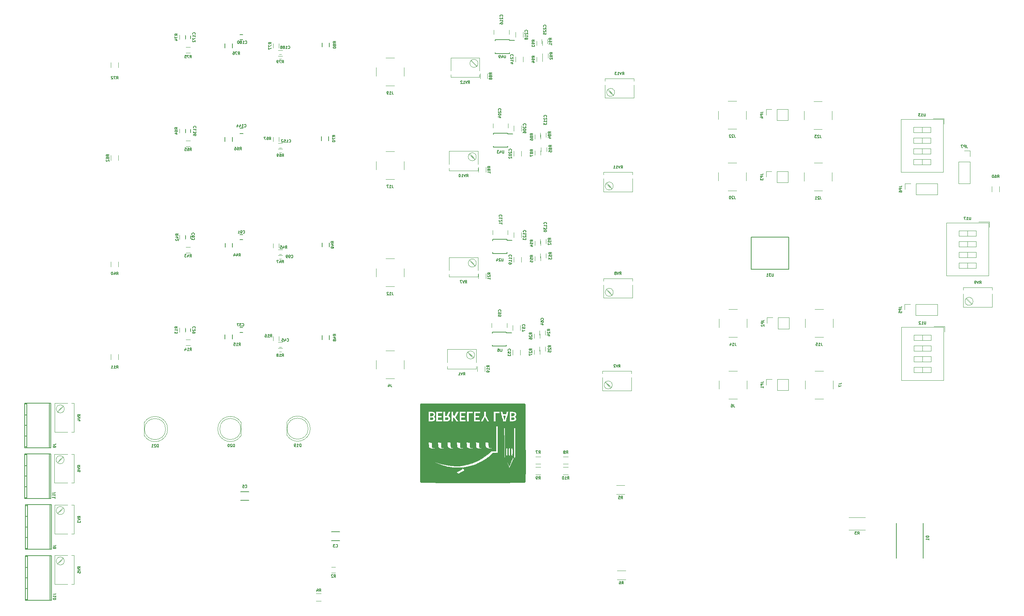
<source format=gbr>
G04 #@! TF.FileFunction,Legend,Bot*
%FSLAX46Y46*%
G04 Gerber Fmt 4.6, Leading zero omitted, Abs format (unit mm)*
G04 Created by KiCad (PCBNEW 4.0.7) date 10/26/17 10:54:27*
%MOMM*%
%LPD*%
G01*
G04 APERTURE LIST*
%ADD10C,0.100000*%
%ADD11C,0.010000*%
%ADD12C,0.120000*%
%ADD13C,0.150000*%
%ADD14C,0.152400*%
G04 APERTURE END LIST*
D10*
D11*
G36*
X138995675Y-147799069D02*
X139927192Y-147799039D01*
X140805859Y-147798979D01*
X141633222Y-147798884D01*
X142410830Y-147798747D01*
X143140231Y-147798563D01*
X143822973Y-147798326D01*
X144460604Y-147798029D01*
X145054672Y-147797668D01*
X145606725Y-147797236D01*
X146118311Y-147796726D01*
X146590978Y-147796134D01*
X147026274Y-147795454D01*
X147425747Y-147794679D01*
X147790945Y-147793804D01*
X148123417Y-147792822D01*
X148424710Y-147791728D01*
X148696371Y-147790517D01*
X148939950Y-147789181D01*
X149156995Y-147787715D01*
X149349052Y-147786114D01*
X149517671Y-147784371D01*
X149664398Y-147782481D01*
X149790784Y-147780437D01*
X149898374Y-147778234D01*
X149988718Y-147775866D01*
X150063363Y-147773326D01*
X150123857Y-147770610D01*
X150171749Y-147767711D01*
X150208586Y-147764623D01*
X150235917Y-147761341D01*
X150255289Y-147757858D01*
X150268250Y-147754168D01*
X150272478Y-147752404D01*
X150353680Y-147697392D01*
X150419320Y-147626111D01*
X150423534Y-147619530D01*
X150428411Y-147610485D01*
X150432974Y-147598645D01*
X150437232Y-147582211D01*
X150441195Y-147559383D01*
X150444871Y-147528361D01*
X150448269Y-147487345D01*
X150451398Y-147434536D01*
X150454267Y-147368133D01*
X150456885Y-147286337D01*
X150459260Y-147187349D01*
X150461402Y-147069368D01*
X150463319Y-146930594D01*
X150465020Y-146769229D01*
X150466515Y-146583472D01*
X150467811Y-146371523D01*
X150468918Y-146131583D01*
X150469845Y-145861852D01*
X150470601Y-145560530D01*
X150471194Y-145225817D01*
X150471634Y-144855914D01*
X150471928Y-144449021D01*
X150472087Y-144003338D01*
X150472119Y-143517065D01*
X150472033Y-142988403D01*
X150471838Y-142415552D01*
X150471542Y-141796711D01*
X150471155Y-141130083D01*
X150470685Y-140413865D01*
X150470142Y-139646260D01*
X150469533Y-138825466D01*
X150469186Y-138365570D01*
X150462224Y-129197771D01*
X150279321Y-129014868D01*
X138034429Y-129007924D01*
X137048436Y-129007367D01*
X136116835Y-129006847D01*
X135238071Y-129006371D01*
X134410586Y-129005946D01*
X133632827Y-129005578D01*
X132903236Y-129005272D01*
X132220260Y-129005037D01*
X131582342Y-129004876D01*
X130987926Y-129004797D01*
X130435458Y-129004807D01*
X129923381Y-129004910D01*
X129450140Y-129005114D01*
X129014179Y-129005425D01*
X128613944Y-129005849D01*
X128247877Y-129006392D01*
X127914425Y-129007061D01*
X127612030Y-129007862D01*
X127339139Y-129008800D01*
X127094194Y-129009883D01*
X126875641Y-129011116D01*
X126681923Y-129012506D01*
X126511487Y-129014059D01*
X126362775Y-129015782D01*
X126234232Y-129017679D01*
X126124303Y-129019759D01*
X126031432Y-129022027D01*
X125954064Y-129024489D01*
X125890643Y-129027151D01*
X125839613Y-129030020D01*
X125799419Y-129033102D01*
X125768506Y-129036404D01*
X125745317Y-129039931D01*
X125728298Y-129043690D01*
X125715892Y-129047686D01*
X125706544Y-129051927D01*
X125698700Y-129056419D01*
X125696940Y-129057491D01*
X125680896Y-129065562D01*
X125665866Y-129070749D01*
X125651816Y-129074832D01*
X125638716Y-129079587D01*
X125626534Y-129086795D01*
X125615238Y-129098233D01*
X125604797Y-129115680D01*
X125595179Y-129140915D01*
X125586352Y-129175717D01*
X125578286Y-129221863D01*
X125570947Y-129281133D01*
X125564306Y-129355304D01*
X125558330Y-129446157D01*
X125552988Y-129555469D01*
X125548248Y-129685018D01*
X125544078Y-129836585D01*
X125540447Y-130011946D01*
X125537324Y-130212880D01*
X125534677Y-130441167D01*
X125532474Y-130698585D01*
X125531062Y-130926085D01*
X127481938Y-130926085D01*
X146671806Y-130926085D01*
X147238270Y-130936452D01*
X147447569Y-130941273D01*
X147608509Y-130947513D01*
X147728674Y-130955797D01*
X147815646Y-130966751D01*
X147877009Y-130981000D01*
X147904677Y-130991386D01*
X148072140Y-131093077D01*
X148200767Y-131228022D01*
X148285396Y-131388734D01*
X148320867Y-131567725D01*
X148321632Y-131596328D01*
X148301490Y-131772535D01*
X148235991Y-131921762D01*
X148123518Y-132052689D01*
X148009909Y-132157572D01*
X148083769Y-132205967D01*
X148173982Y-132296213D01*
X148236861Y-132422485D01*
X148270125Y-132570786D01*
X148271490Y-132727117D01*
X148238673Y-132877480D01*
X148205450Y-132952156D01*
X148133382Y-133049457D01*
X148031498Y-133127839D01*
X147895388Y-133188545D01*
X147720642Y-133232818D01*
X147502853Y-133261901D01*
X147237609Y-133277036D01*
X147042455Y-133279973D01*
X146671806Y-133280837D01*
X146671806Y-130926085D01*
X127481938Y-130926085D01*
X128048403Y-130936452D01*
X128251657Y-130940961D01*
X128407388Y-130946572D01*
X128524019Y-130954028D01*
X128609972Y-130964071D01*
X128673671Y-130977446D01*
X128723538Y-130994895D01*
X128726762Y-130996303D01*
X128891394Y-131097119D01*
X129016957Y-131233142D01*
X129098432Y-131396850D01*
X129130802Y-131580722D01*
X129131150Y-131602423D01*
X129107816Y-131783152D01*
X129040385Y-131939180D01*
X128932711Y-132061679D01*
X128929426Y-132064325D01*
X128832451Y-132141703D01*
X128936784Y-132246035D01*
X129036648Y-132383762D01*
X129087665Y-132545346D01*
X129088196Y-132724626D01*
X129078574Y-132779508D01*
X129036781Y-132912025D01*
X128970613Y-133020943D01*
X128875647Y-133108067D01*
X128747458Y-133175204D01*
X128581624Y-133224158D01*
X128373722Y-133256736D01*
X128119326Y-133274744D01*
X127852588Y-133279973D01*
X127481938Y-133280837D01*
X129300220Y-133280837D01*
X129300220Y-130931057D01*
X130810792Y-130931057D01*
X130978634Y-130931057D01*
X131424890Y-130931057D01*
X131440198Y-131896145D01*
X131795386Y-131896145D01*
X132000822Y-131420595D01*
X132206258Y-130945044D01*
X132458822Y-130937012D01*
X132711387Y-130928979D01*
X132630324Y-131118840D01*
X132585442Y-131222934D01*
X132526110Y-131359122D01*
X132460636Y-131508388D01*
X132407340Y-131629133D01*
X132341110Y-131781335D01*
X132297264Y-131889844D01*
X132273849Y-131961343D01*
X132268909Y-132002514D01*
X132280491Y-132020040D01*
X132292418Y-132022026D01*
X132339925Y-132043028D01*
X132405492Y-132097054D01*
X132476059Y-132170630D01*
X132538569Y-132250286D01*
X132576904Y-132315509D01*
X132616165Y-132452586D01*
X132627215Y-132612000D01*
X132610099Y-132768530D01*
X132575929Y-132875220D01*
X132483366Y-133016964D01*
X132353137Y-133138858D01*
X132223458Y-133215049D01*
X132173414Y-133232738D01*
X132108973Y-133246386D01*
X132021793Y-133256733D01*
X131903529Y-133264521D01*
X131745836Y-133270489D01*
X131545099Y-133275286D01*
X131266707Y-133280837D01*
X132880837Y-133280837D01*
X132880837Y-130931057D01*
X133356387Y-130931057D01*
X133356387Y-131638621D01*
X133459073Y-131767383D01*
X133517480Y-131840433D01*
X133562194Y-131896014D01*
X133579712Y-131917478D01*
X133597894Y-131900670D01*
X133638401Y-131841500D01*
X133697008Y-131746852D01*
X133769489Y-131623609D01*
X133851618Y-131478656D01*
X133875649Y-131435332D01*
X134153634Y-130931853D01*
X134703224Y-130931057D01*
X134620521Y-131077919D01*
X134582713Y-131145571D01*
X134523123Y-131252828D01*
X134446960Y-131390288D01*
X134359430Y-131548547D01*
X134265742Y-131718204D01*
X134225896Y-131790438D01*
X133913974Y-132356096D01*
X134238964Y-132780347D01*
X134341428Y-132915066D01*
X134432182Y-133036211D01*
X134505647Y-133136185D01*
X134556240Y-133207388D01*
X134578381Y-133242224D01*
X134578582Y-133242717D01*
X134575004Y-133260985D01*
X134541806Y-133272569D01*
X134470658Y-133278749D01*
X134353232Y-133280805D01*
X134330593Y-133280837D01*
X134811013Y-133280837D01*
X134811013Y-130931057D01*
X136321585Y-130931057D01*
X136321585Y-131322687D01*
X135286563Y-131322687D01*
X135286563Y-131910132D01*
X136097797Y-131910132D01*
X136097797Y-132329736D01*
X135286563Y-132329736D01*
X135286563Y-132861233D01*
X136265638Y-132861233D01*
X136265638Y-133280837D01*
X136545374Y-133280837D01*
X136545374Y-130931057D01*
X138000000Y-130931057D01*
X138000000Y-131321366D01*
X137517455Y-131329020D01*
X137034911Y-131336674D01*
X137027556Y-132308756D01*
X137020200Y-133280837D01*
X138223788Y-133280837D01*
X138223788Y-130931057D01*
X139734361Y-130931057D01*
X139734361Y-131322687D01*
X138699339Y-131322687D01*
X138699339Y-131910132D01*
X139510572Y-131910132D01*
X139510572Y-132329736D01*
X138699339Y-132329736D01*
X138699339Y-132861233D01*
X139678414Y-132861233D01*
X139678414Y-133246420D01*
X139854229Y-133246420D01*
X139856440Y-133238696D01*
X139873808Y-133203767D01*
X139914549Y-133126726D01*
X139974958Y-133014424D01*
X140051335Y-132873708D01*
X140139976Y-132711428D01*
X140237076Y-132534618D01*
X140601541Y-131872682D01*
X140601541Y-130931057D01*
X141077092Y-130931057D01*
X141077092Y-131886289D01*
X141441024Y-132540032D01*
X141538587Y-132715778D01*
X141627524Y-132876922D01*
X141704074Y-133016572D01*
X141764477Y-133127840D01*
X141804971Y-133203835D01*
X141821660Y-133237306D01*
X141822583Y-133258511D01*
X141799156Y-133271584D01*
X141741886Y-133278373D01*
X141641279Y-133280721D01*
X141597743Y-133280837D01*
X142923348Y-133280837D01*
X142923348Y-130931057D01*
X144350000Y-130931057D01*
X144350000Y-130948872D01*
X144517841Y-130948872D01*
X144543661Y-130940791D01*
X144612524Y-130934623D01*
X144711531Y-130931344D01*
X144753631Y-130931057D01*
X144989422Y-130931057D01*
X145032746Y-131080088D01*
X145065740Y-131199674D01*
X145098370Y-131327279D01*
X145109469Y-131373811D01*
X145142868Y-131518502D01*
X145830442Y-131518502D01*
X145857839Y-131413601D01*
X145879529Y-131330640D01*
X145908599Y-131219555D01*
X145934701Y-131119879D01*
X145984166Y-130931057D01*
X146467032Y-130931057D01*
X146163378Y-132001046D01*
X146095540Y-132240185D01*
X146031535Y-132466007D01*
X145973194Y-132672029D01*
X145922353Y-132851766D01*
X145880844Y-132998736D01*
X145850503Y-133106452D01*
X145833162Y-133168433D01*
X145831096Y-133175936D01*
X145802469Y-133280837D01*
X145481851Y-133280837D01*
X145355425Y-133279777D01*
X145252493Y-133276897D01*
X145184116Y-133272644D01*
X145161233Y-133267832D01*
X145153903Y-133239006D01*
X145132955Y-133161946D01*
X145099948Y-133042266D01*
X145056443Y-132885578D01*
X145004003Y-132697498D01*
X144944186Y-132483639D01*
X144878555Y-132249614D01*
X144839537Y-132110757D01*
X144771284Y-131867618D01*
X144707970Y-131641290D01*
X144651158Y-131437417D01*
X144602411Y-131261643D01*
X144563292Y-131119613D01*
X144535362Y-131016971D01*
X144520186Y-130959363D01*
X144517841Y-130948872D01*
X144350000Y-130948872D01*
X144350000Y-131321366D01*
X143867455Y-131329020D01*
X143384911Y-131336674D01*
X143377556Y-132308756D01*
X143370200Y-133280837D01*
X142923348Y-133280837D01*
X141597743Y-133280837D01*
X141357122Y-133280837D01*
X141104469Y-132776122D01*
X141027007Y-132624061D01*
X140956994Y-132491689D01*
X140898479Y-132386250D01*
X140855510Y-132314991D01*
X140832136Y-132285158D01*
X140830015Y-132284880D01*
X140811759Y-132313234D01*
X140773790Y-132384258D01*
X140720152Y-132489968D01*
X140654888Y-132622383D01*
X140582040Y-132773518D01*
X140574379Y-132789596D01*
X140340545Y-133280837D01*
X140090407Y-133280837D01*
X139970544Y-133279516D01*
X139897372Y-133274447D01*
X139861673Y-133263968D01*
X139854229Y-133246420D01*
X139678414Y-133246420D01*
X139678414Y-133280837D01*
X138223788Y-133280837D01*
X137020200Y-133280837D01*
X136545374Y-133280837D01*
X136265638Y-133280837D01*
X134811013Y-133280837D01*
X134330593Y-133280837D01*
X134067977Y-133280837D01*
X133719175Y-132801774D01*
X133370374Y-132322712D01*
X133362720Y-132801774D01*
X133355066Y-133280837D01*
X132880837Y-133280837D01*
X131266707Y-133280837D01*
X130978634Y-133286581D01*
X130978634Y-130931057D01*
X130810792Y-130931057D01*
X130810792Y-131321453D01*
X130286288Y-131329063D01*
X129761784Y-131336674D01*
X129745840Y-131910132D01*
X130587004Y-131910132D01*
X130587004Y-132329736D01*
X129747797Y-132329736D01*
X129747797Y-132861233D01*
X130754845Y-132861233D01*
X130754845Y-133280837D01*
X129300220Y-133280837D01*
X127481938Y-133280837D01*
X127481938Y-130926085D01*
X125531062Y-130926085D01*
X125530684Y-130986913D01*
X125529274Y-131307928D01*
X125528215Y-131663410D01*
X125527473Y-132055137D01*
X125527018Y-132484887D01*
X125526818Y-132954441D01*
X125526841Y-133465575D01*
X125527055Y-134020068D01*
X125527430Y-134619700D01*
X125527934Y-135266249D01*
X125528534Y-135961492D01*
X125529200Y-136707210D01*
X125529899Y-137505180D01*
X125530601Y-138357181D01*
X125530627Y-138390257D01*
X127510730Y-138390257D01*
X127512651Y-138272659D01*
X127518306Y-138189468D01*
X127527778Y-138150150D01*
X127530892Y-138148281D01*
X127565361Y-138153083D01*
X127642801Y-138166072D01*
X127751182Y-138185176D01*
X127859581Y-138204850D01*
X127989881Y-138228964D01*
X128104366Y-138250477D01*
X128189037Y-138266739D01*
X128225948Y-138274198D01*
X128247582Y-138281749D01*
X128263644Y-138298919D01*
X128275436Y-138333788D01*
X128284264Y-138394436D01*
X128288847Y-138454868D01*
X129719880Y-138454868D01*
X129722417Y-138321647D01*
X129731383Y-138227961D01*
X129746748Y-138180483D01*
X129754790Y-138175923D01*
X129794357Y-138180344D01*
X129877393Y-138192632D01*
X129992261Y-138210977D01*
X130127327Y-138233568D01*
X130146420Y-138236836D01*
X130503083Y-138298038D01*
X130503078Y-138336527D01*
X131957627Y-138336527D01*
X131958476Y-138227733D01*
X131963154Y-138164110D01*
X131975004Y-138134882D01*
X131997372Y-138129275D01*
X132020649Y-138133535D01*
X132072743Y-138143999D01*
X132166091Y-138161457D01*
X132286822Y-138183355D01*
X132403185Y-138204002D01*
X132529608Y-138226076D01*
X132634046Y-138244067D01*
X132705257Y-138256054D01*
X132731874Y-138260132D01*
X132735796Y-138286202D01*
X132739385Y-138356796D01*
X132739889Y-138375409D01*
X134196218Y-138375409D01*
X134197007Y-138283361D01*
X134203640Y-138223526D01*
X134216240Y-138190034D01*
X134234930Y-138177017D01*
X134242903Y-138176211D01*
X134287657Y-138180856D01*
X134375053Y-138193516D01*
X134492672Y-138212286D01*
X134628096Y-138235256D01*
X134634533Y-138236379D01*
X134978854Y-138296547D01*
X134979285Y-138379863D01*
X136489161Y-138379863D01*
X136491720Y-138280259D01*
X136501366Y-138216478D01*
X136518187Y-138183591D01*
X136536736Y-138176211D01*
X136581490Y-138180856D01*
X136668885Y-138193516D01*
X136786504Y-138212286D01*
X136921929Y-138235256D01*
X136928366Y-138236379D01*
X137272687Y-138296547D01*
X137272870Y-138334837D01*
X138699216Y-138334837D01*
X138700345Y-138243813D01*
X138707769Y-138196625D01*
X138727809Y-138181162D01*
X138766786Y-138185315D01*
X138776266Y-138187204D01*
X138838330Y-138198910D01*
X138937816Y-138216876D01*
X139000651Y-138227970D01*
X140938922Y-138227970D01*
X140943734Y-138173033D01*
X140953514Y-138149450D01*
X140958204Y-138147700D01*
X140992143Y-138151947D01*
X141070379Y-138163959D01*
X141182072Y-138182009D01*
X141316384Y-138204373D01*
X141349834Y-138210030D01*
X141720484Y-138272899D01*
X141720507Y-138455337D01*
X141723695Y-138570964D01*
X141732271Y-138724048D01*
X141744788Y-138896517D01*
X141759801Y-139070300D01*
X141775862Y-139227326D01*
X141791526Y-139349523D01*
X141792668Y-139356927D01*
X141799146Y-139398939D01*
X141808761Y-139429877D01*
X141829676Y-139453165D01*
X141870056Y-139472226D01*
X141938064Y-139490485D01*
X142041864Y-139511366D01*
X142189622Y-139538292D01*
X142251982Y-139549552D01*
X142601651Y-139612846D01*
X142475770Y-139651854D01*
X142393013Y-139670125D01*
X142273503Y-139687337D01*
X142136416Y-139701002D01*
X142056167Y-139706333D01*
X141769979Y-139702836D01*
X141521508Y-139659632D01*
X141308328Y-139575985D01*
X141128010Y-139451155D01*
X141085614Y-139411267D01*
X141056214Y-139380077D01*
X141034314Y-139347942D01*
X141018006Y-139305659D01*
X141005384Y-139244025D01*
X140994541Y-139153836D01*
X140983572Y-139025891D01*
X140971123Y-138858591D01*
X140955178Y-138629573D01*
X140944556Y-138451375D01*
X140939166Y-138319129D01*
X140938922Y-138227970D01*
X139000651Y-138227970D01*
X139057001Y-138237919D01*
X139104955Y-138246265D01*
X139255788Y-138271718D01*
X139360426Y-138291067D01*
X139427219Y-138310655D01*
X139464519Y-138336827D01*
X139480675Y-138375925D01*
X139484037Y-138434294D01*
X139482957Y-138518277D01*
X139482927Y-138533407D01*
X139485452Y-138621252D01*
X139492151Y-138739622D01*
X139502027Y-138877570D01*
X139514081Y-139024147D01*
X139527314Y-139168405D01*
X139540728Y-139299397D01*
X139553326Y-139406175D01*
X139564108Y-139477790D01*
X139571350Y-139503071D01*
X139600774Y-139510176D01*
X139674849Y-139524611D01*
X139783057Y-139544410D01*
X139914877Y-139567611D01*
X139943951Y-139572625D01*
X140079276Y-139596390D01*
X140193089Y-139617348D01*
X140274890Y-139633493D01*
X140314176Y-139642819D01*
X140316029Y-139643709D01*
X140307301Y-139662413D01*
X140251931Y-139682075D01*
X140159164Y-139701044D01*
X140038243Y-139717668D01*
X139898412Y-139730298D01*
X139801598Y-139735589D01*
X139576154Y-139737397D01*
X139390851Y-139720987D01*
X139232113Y-139683778D01*
X139086362Y-139623189D01*
X139020523Y-139587098D01*
X138930872Y-139531941D01*
X138864628Y-139480357D01*
X138817413Y-139422410D01*
X138784847Y-139348170D01*
X138762550Y-139247701D01*
X138746144Y-139111072D01*
X138731485Y-138931498D01*
X138719948Y-138766188D01*
X138710241Y-138606362D01*
X138703168Y-138466869D01*
X138699530Y-138362554D01*
X138699216Y-138334837D01*
X137272870Y-138334837D01*
X137273908Y-138551082D01*
X137276899Y-138659717D01*
X137284270Y-138792648D01*
X137294957Y-138938717D01*
X137307891Y-139086767D01*
X137322007Y-139225640D01*
X137336237Y-139344178D01*
X137349515Y-139431223D01*
X137360776Y-139475618D01*
X137362534Y-139478247D01*
X137393725Y-139487882D01*
X137468905Y-139504343D01*
X137576863Y-139525338D01*
X137706391Y-139548578D01*
X137708894Y-139549010D01*
X137874259Y-139578042D01*
X137989003Y-139600218D01*
X138057731Y-139617658D01*
X138085045Y-139632480D01*
X138075548Y-139646802D01*
X138033843Y-139662741D01*
X137986013Y-139676532D01*
X137738079Y-139725077D01*
X137487507Y-139737600D01*
X137244452Y-139715800D01*
X137019070Y-139661379D01*
X136821515Y-139576037D01*
X136661943Y-139461474D01*
X136653503Y-139453421D01*
X136557240Y-139359932D01*
X136523131Y-138942907D01*
X136504953Y-138706258D01*
X136493601Y-138520220D01*
X136489161Y-138379863D01*
X134979285Y-138379863D01*
X134980101Y-138537095D01*
X134983051Y-138643558D01*
X134990274Y-138775183D01*
X135000734Y-138920882D01*
X135013391Y-139069567D01*
X135027210Y-139210148D01*
X135041153Y-139331539D01*
X135054181Y-139422650D01*
X135065259Y-139472392D01*
X135068099Y-139477644D01*
X135099535Y-139487516D01*
X135174937Y-139504173D01*
X135283065Y-139525305D01*
X135412684Y-139548600D01*
X135415062Y-139549010D01*
X135580426Y-139578042D01*
X135695171Y-139600218D01*
X135763898Y-139617658D01*
X135791212Y-139632480D01*
X135781715Y-139646802D01*
X135740011Y-139662741D01*
X135692180Y-139676532D01*
X135447179Y-139724539D01*
X135199845Y-139736984D01*
X134959987Y-139715658D01*
X134737419Y-139662357D01*
X134541952Y-139578873D01*
X134383398Y-139467001D01*
X134346701Y-139430561D01*
X134313739Y-139393356D01*
X134289649Y-139357351D01*
X134272178Y-139312566D01*
X134259072Y-139249019D01*
X134248076Y-139156729D01*
X134236937Y-139025712D01*
X134227691Y-138903524D01*
X134211683Y-138679621D01*
X134201151Y-138505539D01*
X134196218Y-138375409D01*
X132739889Y-138375409D01*
X132742197Y-138460493D01*
X132743598Y-138560848D01*
X132748338Y-138729555D01*
X132758705Y-138919585D01*
X132772782Y-139098355D01*
X132778565Y-139155286D01*
X132810903Y-139449009D01*
X133194087Y-139516971D01*
X133331159Y-139542642D01*
X133444904Y-139566550D01*
X133525791Y-139586487D01*
X133564289Y-139600245D01*
X133566013Y-139603148D01*
X133531917Y-139619930D01*
X133455563Y-139640771D01*
X133350223Y-139662886D01*
X133229167Y-139683492D01*
X133105666Y-139699806D01*
X133104625Y-139699920D01*
X132897730Y-139704628D01*
X132685589Y-139677637D01*
X132481933Y-139622960D01*
X132300495Y-139544608D01*
X132155007Y-139446594D01*
X132118329Y-139411777D01*
X132078896Y-139369102D01*
X132050939Y-139330294D01*
X132031459Y-139284216D01*
X132017452Y-139219730D01*
X132005919Y-139125700D01*
X131993858Y-138990988D01*
X131988901Y-138931498D01*
X131976720Y-138767539D01*
X131966762Y-138600605D01*
X131960054Y-138450280D01*
X131957627Y-138336527D01*
X130503078Y-138336527D01*
X130503043Y-138579801D01*
X130505100Y-138678032D01*
X130510710Y-138803452D01*
X130518999Y-138944503D01*
X130529093Y-139089627D01*
X130540117Y-139227267D01*
X130551196Y-139345866D01*
X130561455Y-139433865D01*
X130570021Y-139479709D01*
X130571367Y-139482673D01*
X130598659Y-139489383D01*
X130670341Y-139503508D01*
X130775661Y-139523008D01*
X130903867Y-139545844D01*
X130909728Y-139546870D01*
X131075506Y-139576374D01*
X131190904Y-139598992D01*
X131260753Y-139616887D01*
X131289883Y-139632223D01*
X131283125Y-139647163D01*
X131245309Y-139663869D01*
X131202422Y-139677936D01*
X131066630Y-139708143D01*
X130897639Y-139727942D01*
X130717426Y-139736191D01*
X130547968Y-139731746D01*
X130433149Y-139717957D01*
X130284021Y-139678517D01*
X130130656Y-139618271D01*
X129990895Y-139545696D01*
X129882578Y-139469272D01*
X129855763Y-139443574D01*
X129823984Y-139404874D01*
X129801030Y-139360577D01*
X129783998Y-139299068D01*
X129769985Y-139208729D01*
X129756086Y-139077945D01*
X129751129Y-139025006D01*
X129734207Y-138813220D01*
X129723800Y-138620950D01*
X129719880Y-138454868D01*
X128288847Y-138454868D01*
X128291432Y-138488941D01*
X128298244Y-138625384D01*
X128303741Y-138756121D01*
X128311446Y-138923007D01*
X128320323Y-139079852D01*
X128329534Y-139213970D01*
X128338241Y-139312675D01*
X128342990Y-139350350D01*
X128358474Y-139427603D01*
X128383825Y-139467302D01*
X128436517Y-139486928D01*
X128488986Y-139496417D01*
X128573992Y-139510888D01*
X128693348Y-139531631D01*
X128826337Y-139555033D01*
X128879887Y-139564539D01*
X129144906Y-139611726D01*
X129033741Y-139654567D01*
X128958454Y-139674830D01*
X128850670Y-139688517D01*
X128702321Y-139696340D01*
X128530947Y-139698942D01*
X128367994Y-139698577D01*
X128248009Y-139695015D01*
X128158040Y-139686779D01*
X128085134Y-139672391D01*
X128016339Y-139650372D01*
X127979298Y-139635984D01*
X127864256Y-139577469D01*
X127747550Y-139499423D01*
X127693267Y-139454302D01*
X127567255Y-139337115D01*
X127538679Y-139015419D01*
X127526517Y-138854842D01*
X127517748Y-138690813D01*
X127512458Y-138532796D01*
X127510730Y-138390257D01*
X125530627Y-138390257D01*
X125530655Y-138425328D01*
X125533813Y-142470154D01*
X128041409Y-142470154D01*
X128055396Y-142456167D01*
X128069383Y-142470154D01*
X128055396Y-142484141D01*
X128041409Y-142470154D01*
X125533813Y-142470154D01*
X125533840Y-142505704D01*
X128107381Y-142505704D01*
X128120683Y-142502987D01*
X128171342Y-142522292D01*
X128227403Y-142549006D01*
X128391464Y-142625833D01*
X128599991Y-142713739D01*
X128843408Y-142809342D01*
X129112135Y-142909254D01*
X129396597Y-143010093D01*
X129687214Y-143108472D01*
X129974409Y-143201006D01*
X130248604Y-143284311D01*
X130500221Y-143355001D01*
X130531057Y-143363162D01*
X131376654Y-143560178D01*
X132211616Y-143704646D01*
X133034817Y-143796580D01*
X133845130Y-143835993D01*
X134641430Y-143822899D01*
X135422591Y-143757311D01*
X136187487Y-143639243D01*
X136934990Y-143468709D01*
X137568295Y-143278348D01*
X138194935Y-143044505D01*
X138829898Y-142762167D01*
X139464940Y-142436277D01*
X140091818Y-142071777D01*
X140702290Y-141673612D01*
X141288111Y-141246724D01*
X141841041Y-140796057D01*
X142115739Y-140551276D01*
X142385113Y-140303434D01*
X142926973Y-140295825D01*
X143468832Y-140288216D01*
X143475953Y-137316024D01*
X143483073Y-134343833D01*
X143930396Y-134343833D01*
X143930396Y-134763436D01*
X145383978Y-134763436D01*
X145609662Y-134763436D01*
X145602243Y-138253139D01*
X145601122Y-138767977D01*
X145600033Y-139229937D01*
X145598923Y-139642090D01*
X145597741Y-140007504D01*
X145596437Y-140329249D01*
X145594958Y-140610395D01*
X145593530Y-140814526D01*
X145836187Y-140814526D01*
X145836624Y-140627174D01*
X145838272Y-140425162D01*
X145841201Y-140184995D01*
X145844945Y-139994918D01*
X145850729Y-139849076D01*
X145859779Y-139741612D01*
X145873321Y-139666670D01*
X145892581Y-139618396D01*
X145918784Y-139590932D01*
X145953157Y-139578425D01*
X145996925Y-139575017D01*
X146016266Y-139574890D01*
X146105591Y-139593977D01*
X146152708Y-139637061D01*
X146165738Y-139662862D01*
X146175956Y-139702936D01*
X146183683Y-139763582D01*
X146189240Y-139851098D01*
X146192950Y-139971782D01*
X146195134Y-140131932D01*
X146196112Y-140337846D01*
X146196253Y-140488891D01*
X146475991Y-140488891D01*
X146476295Y-140251183D01*
X146477432Y-140063162D01*
X146479737Y-139918570D01*
X146483547Y-139811150D01*
X146489196Y-139734645D01*
X146497021Y-139682796D01*
X146507358Y-139649345D01*
X146520541Y-139628036D01*
X146522287Y-139626046D01*
X146595280Y-139582722D01*
X146682832Y-139581407D01*
X146760517Y-139621186D01*
X146775353Y-139638088D01*
X146787021Y-139663059D01*
X146795899Y-139702415D01*
X146802363Y-139762472D01*
X146806789Y-139849546D01*
X146809554Y-139969952D01*
X146811035Y-140130008D01*
X146811609Y-140336027D01*
X146811670Y-140472496D01*
X147063436Y-140472496D01*
X147063812Y-140224928D01*
X147065709Y-140027613D01*
X147070280Y-139874858D01*
X147078679Y-139760969D01*
X147092058Y-139680252D01*
X147111572Y-139627015D01*
X147138373Y-139595564D01*
X147173615Y-139580206D01*
X147218451Y-139575248D01*
X147245264Y-139574890D01*
X147334399Y-139592868D01*
X147383545Y-139637061D01*
X147396784Y-139663296D01*
X147407116Y-139704007D01*
X147414880Y-139765608D01*
X147420413Y-139854514D01*
X147424054Y-139977138D01*
X147426140Y-140139894D01*
X147427008Y-140349198D01*
X147427092Y-140464121D01*
X147426544Y-140706705D01*
X147424465Y-140899603D01*
X147420199Y-141049065D01*
X147413090Y-141161345D01*
X147402484Y-141242697D01*
X147387726Y-141299371D01*
X147368160Y-141337623D01*
X147343131Y-141363703D01*
X147331990Y-141371763D01*
X147255279Y-141392643D01*
X147174248Y-141366924D01*
X147121413Y-141319465D01*
X147104281Y-141295332D01*
X147090899Y-141267151D01*
X147080808Y-141228171D01*
X147073543Y-141171637D01*
X147068642Y-141090798D01*
X147065645Y-140978901D01*
X147064087Y-140829191D01*
X147063507Y-140634917D01*
X147063436Y-140472496D01*
X146811670Y-140472496D01*
X146811674Y-140479170D01*
X146811369Y-140716879D01*
X146810232Y-140904900D01*
X146807927Y-141049492D01*
X146804117Y-141156911D01*
X146798468Y-141233417D01*
X146790643Y-141285266D01*
X146780306Y-141318716D01*
X146767123Y-141340026D01*
X146765378Y-141342015D01*
X146692384Y-141385339D01*
X146604832Y-141386655D01*
X146527147Y-141346876D01*
X146512311Y-141329974D01*
X146500643Y-141305003D01*
X146491765Y-141265647D01*
X146485301Y-141205590D01*
X146480875Y-141118516D01*
X146478110Y-140998109D01*
X146476629Y-140838054D01*
X146476056Y-140632034D01*
X146475991Y-140488891D01*
X146196253Y-140488891D01*
X146196255Y-140490255D01*
X146196080Y-140721808D01*
X146195268Y-140903929D01*
X146193388Y-141043131D01*
X146190011Y-141145929D01*
X146184706Y-141218837D01*
X146177042Y-141268370D01*
X146166590Y-141301042D01*
X146152919Y-141323366D01*
X146140308Y-141337225D01*
X146059265Y-141385821D01*
X145974251Y-141386091D01*
X145899634Y-141342566D01*
X145849779Y-141259777D01*
X145845307Y-141244183D01*
X145841533Y-141200708D01*
X145838710Y-141109281D01*
X145836905Y-140977891D01*
X145836187Y-140814526D01*
X145593530Y-140814526D01*
X145593253Y-140854011D01*
X145591271Y-141063167D01*
X145588961Y-141240932D01*
X145586272Y-141390376D01*
X145583151Y-141514568D01*
X145579548Y-141616578D01*
X145577443Y-141658782D01*
X147678854Y-141658782D01*
X147678854Y-134763436D01*
X148042511Y-134763436D01*
X148042511Y-141633090D01*
X147855815Y-142189958D01*
X147767335Y-141924370D01*
X147678854Y-141658782D01*
X145577443Y-141658782D01*
X145575412Y-141699476D01*
X145570691Y-141766331D01*
X145565333Y-141820212D01*
X145559288Y-141864190D01*
X145552504Y-141901333D01*
X145544930Y-141934712D01*
X145540392Y-141952643D01*
X145485961Y-142162445D01*
X145443569Y-142008590D01*
X145437255Y-141979990D01*
X145431550Y-141940398D01*
X145426415Y-141886927D01*
X145421809Y-141816688D01*
X145417693Y-141726795D01*
X145414026Y-141614358D01*
X145410769Y-141476492D01*
X145407883Y-141310306D01*
X145405326Y-141112915D01*
X145403061Y-140881429D01*
X145401046Y-140612961D01*
X145399242Y-140304624D01*
X145397609Y-139953529D01*
X145396108Y-139556789D01*
X145394698Y-139111515D01*
X145393340Y-138614821D01*
X145392577Y-138309086D01*
X145383978Y-134763436D01*
X143930396Y-134763436D01*
X143930396Y-140693833D01*
X142761268Y-140693833D01*
X142591533Y-140885284D01*
X142416694Y-141067761D01*
X142200325Y-141269437D01*
X141950600Y-141483825D01*
X141675692Y-141704441D01*
X141383775Y-141924797D01*
X141083021Y-142138407D01*
X140805511Y-142322895D01*
X145860572Y-142322895D01*
X145867599Y-142277090D01*
X145884151Y-142275738D01*
X145901049Y-142307124D01*
X145937543Y-142383188D01*
X145990645Y-142497420D01*
X146057365Y-142643312D01*
X146134713Y-142814355D01*
X146219700Y-143004041D01*
X146252898Y-143078579D01*
X146339492Y-143272073D01*
X146419277Y-143447959D01*
X146489342Y-143600008D01*
X146546778Y-143721995D01*
X146588674Y-143807693D01*
X146612121Y-143850873D01*
X146615668Y-143854846D01*
X146629936Y-143829891D01*
X146662813Y-143758858D01*
X146711828Y-143647495D01*
X146774516Y-143501549D01*
X146848406Y-143326768D01*
X146931030Y-143128898D01*
X147019921Y-142913688D01*
X147021133Y-142910738D01*
X147135792Y-142631648D01*
X147231035Y-142399954D01*
X147308721Y-142211309D01*
X147370711Y-142061366D01*
X147418867Y-141945776D01*
X147455049Y-141860194D01*
X147481118Y-141800272D01*
X147498934Y-141761662D01*
X147510359Y-141740017D01*
X147517252Y-141730991D01*
X147521475Y-141730236D01*
X147524888Y-141733405D01*
X147525010Y-141733528D01*
X147536618Y-141765271D01*
X147555157Y-141836709D01*
X147576701Y-141932655D01*
X147577586Y-141936867D01*
X147617570Y-142127614D01*
X147149849Y-143249986D01*
X147051320Y-143485080D01*
X146958819Y-143703213D01*
X146874641Y-143899161D01*
X146801079Y-144067703D01*
X146740428Y-144203615D01*
X146694981Y-144301674D01*
X146667032Y-144356659D01*
X146659297Y-144366818D01*
X146642763Y-144340024D01*
X146609316Y-144267722D01*
X146561649Y-144156802D01*
X146502455Y-144014153D01*
X146434427Y-143846668D01*
X146360256Y-143661237D01*
X146282637Y-143464749D01*
X146204261Y-143264097D01*
X146127821Y-143066170D01*
X146056011Y-142877859D01*
X145991522Y-142706054D01*
X145937048Y-142557647D01*
X145895281Y-142439528D01*
X145868914Y-142358588D01*
X145860572Y-142322895D01*
X140805511Y-142322895D01*
X140781605Y-142338787D01*
X140675356Y-142405907D01*
X140471507Y-142527782D01*
X140229808Y-142664119D01*
X139964014Y-142807767D01*
X139687877Y-142951576D01*
X139415152Y-143088395D01*
X139159593Y-143211073D01*
X138934954Y-143312458D01*
X138916146Y-143320541D01*
X138290693Y-143562618D01*
X137626692Y-143771354D01*
X136931925Y-143944775D01*
X136214169Y-144080907D01*
X135580286Y-144167116D01*
X135425197Y-144180051D01*
X135218427Y-144190287D01*
X134964184Y-144197704D01*
X134666674Y-144202182D01*
X134330104Y-144203600D01*
X134307488Y-144203584D01*
X134043374Y-144203002D01*
X133825481Y-144201499D01*
X133644084Y-144198578D01*
X133489459Y-144193739D01*
X133351882Y-144186484D01*
X133221628Y-144176313D01*
X133088972Y-144162728D01*
X132944190Y-144145230D01*
X132799121Y-144126211D01*
X132603580Y-144099078D01*
X132405684Y-144069909D01*
X132219996Y-144040972D01*
X132061077Y-144014535D01*
X131945927Y-143993353D01*
X131540951Y-143900783D01*
X131101868Y-143779209D01*
X130640025Y-143632242D01*
X130166773Y-143463492D01*
X129695950Y-143277601D01*
X129562669Y-143220562D01*
X129405464Y-143150398D01*
X129231594Y-143070639D01*
X129048321Y-142984812D01*
X128862905Y-142896444D01*
X128682607Y-142809065D01*
X128514687Y-142726201D01*
X128366406Y-142651381D01*
X128245023Y-142588132D01*
X128157801Y-142539983D01*
X128111998Y-142510462D01*
X128107381Y-142505704D01*
X125533840Y-142505704D01*
X125535582Y-144736013D01*
X132712995Y-144736013D01*
X132726982Y-144722026D01*
X132740969Y-144736013D01*
X132726982Y-144750000D01*
X132712995Y-144736013D01*
X125535582Y-144736013D01*
X125535620Y-144785162D01*
X132836435Y-144785162D01*
X132862708Y-144794179D01*
X132932950Y-144823135D01*
X133040120Y-144868994D01*
X133177175Y-144928719D01*
X133337074Y-144999276D01*
X133460455Y-145054212D01*
X134077761Y-145330061D01*
X134745103Y-144968074D01*
X134923047Y-144870609D01*
X135085705Y-144779722D01*
X135226269Y-144699359D01*
X135337935Y-144633468D01*
X135413896Y-144585994D01*
X135447348Y-144560885D01*
X135447411Y-144560803D01*
X135471923Y-144501876D01*
X135482374Y-144422809D01*
X135482378Y-144421306D01*
X135488571Y-144358202D01*
X135509021Y-144343955D01*
X135517345Y-144347717D01*
X135557235Y-144372062D01*
X135629518Y-144416849D01*
X135719200Y-144472785D01*
X135727262Y-144477829D01*
X135832226Y-144549891D01*
X135894750Y-144614641D01*
X135923594Y-144687318D01*
X135927520Y-144783161D01*
X135924909Y-144821640D01*
X135915969Y-144929907D01*
X135286563Y-145287144D01*
X135115096Y-145383686D01*
X134958516Y-145470366D01*
X134823711Y-145543489D01*
X134717569Y-145599361D01*
X134646977Y-145634289D01*
X134619731Y-145644767D01*
X134588469Y-145633285D01*
X134514925Y-145600890D01*
X134405987Y-145550902D01*
X134268540Y-145486640D01*
X134109470Y-145411423D01*
X133935664Y-145328571D01*
X133754009Y-145241403D01*
X133571390Y-145153239D01*
X133394694Y-145067398D01*
X133230807Y-144987199D01*
X133086616Y-144915962D01*
X132969006Y-144857007D01*
X132884864Y-144813652D01*
X132841077Y-144789218D01*
X132836435Y-144785162D01*
X125535620Y-144785162D01*
X125537775Y-147543256D01*
X125595710Y-147622234D01*
X125661993Y-147690028D01*
X125744176Y-147747299D01*
X125749565Y-147750122D01*
X125759226Y-147754080D01*
X125773284Y-147757819D01*
X125793293Y-147761346D01*
X125820808Y-147764666D01*
X125857382Y-147767786D01*
X125904572Y-147770712D01*
X125963930Y-147773451D01*
X126037012Y-147776007D01*
X126125373Y-147778389D01*
X126230566Y-147780601D01*
X126354146Y-147782650D01*
X126497669Y-147784542D01*
X126662687Y-147786284D01*
X126850756Y-147787881D01*
X127063431Y-147789341D01*
X127302265Y-147790668D01*
X127568814Y-147791870D01*
X127864632Y-147792952D01*
X128191273Y-147793921D01*
X128550292Y-147794782D01*
X128943243Y-147795543D01*
X129371682Y-147796209D01*
X129837161Y-147796787D01*
X130341237Y-147797282D01*
X130885464Y-147797701D01*
X131471395Y-147798050D01*
X132100586Y-147798336D01*
X132774591Y-147798564D01*
X133494964Y-147798741D01*
X134263261Y-147798873D01*
X135081035Y-147798966D01*
X135949841Y-147799027D01*
X136871234Y-147799061D01*
X137846768Y-147799075D01*
X138009759Y-147799075D01*
X138995675Y-147799069D01*
X138995675Y-147799069D01*
G37*
X138995675Y-147799069D02*
X139927192Y-147799039D01*
X140805859Y-147798979D01*
X141633222Y-147798884D01*
X142410830Y-147798747D01*
X143140231Y-147798563D01*
X143822973Y-147798326D01*
X144460604Y-147798029D01*
X145054672Y-147797668D01*
X145606725Y-147797236D01*
X146118311Y-147796726D01*
X146590978Y-147796134D01*
X147026274Y-147795454D01*
X147425747Y-147794679D01*
X147790945Y-147793804D01*
X148123417Y-147792822D01*
X148424710Y-147791728D01*
X148696371Y-147790517D01*
X148939950Y-147789181D01*
X149156995Y-147787715D01*
X149349052Y-147786114D01*
X149517671Y-147784371D01*
X149664398Y-147782481D01*
X149790784Y-147780437D01*
X149898374Y-147778234D01*
X149988718Y-147775866D01*
X150063363Y-147773326D01*
X150123857Y-147770610D01*
X150171749Y-147767711D01*
X150208586Y-147764623D01*
X150235917Y-147761341D01*
X150255289Y-147757858D01*
X150268250Y-147754168D01*
X150272478Y-147752404D01*
X150353680Y-147697392D01*
X150419320Y-147626111D01*
X150423534Y-147619530D01*
X150428411Y-147610485D01*
X150432974Y-147598645D01*
X150437232Y-147582211D01*
X150441195Y-147559383D01*
X150444871Y-147528361D01*
X150448269Y-147487345D01*
X150451398Y-147434536D01*
X150454267Y-147368133D01*
X150456885Y-147286337D01*
X150459260Y-147187349D01*
X150461402Y-147069368D01*
X150463319Y-146930594D01*
X150465020Y-146769229D01*
X150466515Y-146583472D01*
X150467811Y-146371523D01*
X150468918Y-146131583D01*
X150469845Y-145861852D01*
X150470601Y-145560530D01*
X150471194Y-145225817D01*
X150471634Y-144855914D01*
X150471928Y-144449021D01*
X150472087Y-144003338D01*
X150472119Y-143517065D01*
X150472033Y-142988403D01*
X150471838Y-142415552D01*
X150471542Y-141796711D01*
X150471155Y-141130083D01*
X150470685Y-140413865D01*
X150470142Y-139646260D01*
X150469533Y-138825466D01*
X150469186Y-138365570D01*
X150462224Y-129197771D01*
X150279321Y-129014868D01*
X138034429Y-129007924D01*
X137048436Y-129007367D01*
X136116835Y-129006847D01*
X135238071Y-129006371D01*
X134410586Y-129005946D01*
X133632827Y-129005578D01*
X132903236Y-129005272D01*
X132220260Y-129005037D01*
X131582342Y-129004876D01*
X130987926Y-129004797D01*
X130435458Y-129004807D01*
X129923381Y-129004910D01*
X129450140Y-129005114D01*
X129014179Y-129005425D01*
X128613944Y-129005849D01*
X128247877Y-129006392D01*
X127914425Y-129007061D01*
X127612030Y-129007862D01*
X127339139Y-129008800D01*
X127094194Y-129009883D01*
X126875641Y-129011116D01*
X126681923Y-129012506D01*
X126511487Y-129014059D01*
X126362775Y-129015782D01*
X126234232Y-129017679D01*
X126124303Y-129019759D01*
X126031432Y-129022027D01*
X125954064Y-129024489D01*
X125890643Y-129027151D01*
X125839613Y-129030020D01*
X125799419Y-129033102D01*
X125768506Y-129036404D01*
X125745317Y-129039931D01*
X125728298Y-129043690D01*
X125715892Y-129047686D01*
X125706544Y-129051927D01*
X125698700Y-129056419D01*
X125696940Y-129057491D01*
X125680896Y-129065562D01*
X125665866Y-129070749D01*
X125651816Y-129074832D01*
X125638716Y-129079587D01*
X125626534Y-129086795D01*
X125615238Y-129098233D01*
X125604797Y-129115680D01*
X125595179Y-129140915D01*
X125586352Y-129175717D01*
X125578286Y-129221863D01*
X125570947Y-129281133D01*
X125564306Y-129355304D01*
X125558330Y-129446157D01*
X125552988Y-129555469D01*
X125548248Y-129685018D01*
X125544078Y-129836585D01*
X125540447Y-130011946D01*
X125537324Y-130212880D01*
X125534677Y-130441167D01*
X125532474Y-130698585D01*
X125531062Y-130926085D01*
X127481938Y-130926085D01*
X146671806Y-130926085D01*
X147238270Y-130936452D01*
X147447569Y-130941273D01*
X147608509Y-130947513D01*
X147728674Y-130955797D01*
X147815646Y-130966751D01*
X147877009Y-130981000D01*
X147904677Y-130991386D01*
X148072140Y-131093077D01*
X148200767Y-131228022D01*
X148285396Y-131388734D01*
X148320867Y-131567725D01*
X148321632Y-131596328D01*
X148301490Y-131772535D01*
X148235991Y-131921762D01*
X148123518Y-132052689D01*
X148009909Y-132157572D01*
X148083769Y-132205967D01*
X148173982Y-132296213D01*
X148236861Y-132422485D01*
X148270125Y-132570786D01*
X148271490Y-132727117D01*
X148238673Y-132877480D01*
X148205450Y-132952156D01*
X148133382Y-133049457D01*
X148031498Y-133127839D01*
X147895388Y-133188545D01*
X147720642Y-133232818D01*
X147502853Y-133261901D01*
X147237609Y-133277036D01*
X147042455Y-133279973D01*
X146671806Y-133280837D01*
X146671806Y-130926085D01*
X127481938Y-130926085D01*
X128048403Y-130936452D01*
X128251657Y-130940961D01*
X128407388Y-130946572D01*
X128524019Y-130954028D01*
X128609972Y-130964071D01*
X128673671Y-130977446D01*
X128723538Y-130994895D01*
X128726762Y-130996303D01*
X128891394Y-131097119D01*
X129016957Y-131233142D01*
X129098432Y-131396850D01*
X129130802Y-131580722D01*
X129131150Y-131602423D01*
X129107816Y-131783152D01*
X129040385Y-131939180D01*
X128932711Y-132061679D01*
X128929426Y-132064325D01*
X128832451Y-132141703D01*
X128936784Y-132246035D01*
X129036648Y-132383762D01*
X129087665Y-132545346D01*
X129088196Y-132724626D01*
X129078574Y-132779508D01*
X129036781Y-132912025D01*
X128970613Y-133020943D01*
X128875647Y-133108067D01*
X128747458Y-133175204D01*
X128581624Y-133224158D01*
X128373722Y-133256736D01*
X128119326Y-133274744D01*
X127852588Y-133279973D01*
X127481938Y-133280837D01*
X129300220Y-133280837D01*
X129300220Y-130931057D01*
X130810792Y-130931057D01*
X130978634Y-130931057D01*
X131424890Y-130931057D01*
X131440198Y-131896145D01*
X131795386Y-131896145D01*
X132000822Y-131420595D01*
X132206258Y-130945044D01*
X132458822Y-130937012D01*
X132711387Y-130928979D01*
X132630324Y-131118840D01*
X132585442Y-131222934D01*
X132526110Y-131359122D01*
X132460636Y-131508388D01*
X132407340Y-131629133D01*
X132341110Y-131781335D01*
X132297264Y-131889844D01*
X132273849Y-131961343D01*
X132268909Y-132002514D01*
X132280491Y-132020040D01*
X132292418Y-132022026D01*
X132339925Y-132043028D01*
X132405492Y-132097054D01*
X132476059Y-132170630D01*
X132538569Y-132250286D01*
X132576904Y-132315509D01*
X132616165Y-132452586D01*
X132627215Y-132612000D01*
X132610099Y-132768530D01*
X132575929Y-132875220D01*
X132483366Y-133016964D01*
X132353137Y-133138858D01*
X132223458Y-133215049D01*
X132173414Y-133232738D01*
X132108973Y-133246386D01*
X132021793Y-133256733D01*
X131903529Y-133264521D01*
X131745836Y-133270489D01*
X131545099Y-133275286D01*
X131266707Y-133280837D01*
X132880837Y-133280837D01*
X132880837Y-130931057D01*
X133356387Y-130931057D01*
X133356387Y-131638621D01*
X133459073Y-131767383D01*
X133517480Y-131840433D01*
X133562194Y-131896014D01*
X133579712Y-131917478D01*
X133597894Y-131900670D01*
X133638401Y-131841500D01*
X133697008Y-131746852D01*
X133769489Y-131623609D01*
X133851618Y-131478656D01*
X133875649Y-131435332D01*
X134153634Y-130931853D01*
X134703224Y-130931057D01*
X134620521Y-131077919D01*
X134582713Y-131145571D01*
X134523123Y-131252828D01*
X134446960Y-131390288D01*
X134359430Y-131548547D01*
X134265742Y-131718204D01*
X134225896Y-131790438D01*
X133913974Y-132356096D01*
X134238964Y-132780347D01*
X134341428Y-132915066D01*
X134432182Y-133036211D01*
X134505647Y-133136185D01*
X134556240Y-133207388D01*
X134578381Y-133242224D01*
X134578582Y-133242717D01*
X134575004Y-133260985D01*
X134541806Y-133272569D01*
X134470658Y-133278749D01*
X134353232Y-133280805D01*
X134330593Y-133280837D01*
X134811013Y-133280837D01*
X134811013Y-130931057D01*
X136321585Y-130931057D01*
X136321585Y-131322687D01*
X135286563Y-131322687D01*
X135286563Y-131910132D01*
X136097797Y-131910132D01*
X136097797Y-132329736D01*
X135286563Y-132329736D01*
X135286563Y-132861233D01*
X136265638Y-132861233D01*
X136265638Y-133280837D01*
X136545374Y-133280837D01*
X136545374Y-130931057D01*
X138000000Y-130931057D01*
X138000000Y-131321366D01*
X137517455Y-131329020D01*
X137034911Y-131336674D01*
X137027556Y-132308756D01*
X137020200Y-133280837D01*
X138223788Y-133280837D01*
X138223788Y-130931057D01*
X139734361Y-130931057D01*
X139734361Y-131322687D01*
X138699339Y-131322687D01*
X138699339Y-131910132D01*
X139510572Y-131910132D01*
X139510572Y-132329736D01*
X138699339Y-132329736D01*
X138699339Y-132861233D01*
X139678414Y-132861233D01*
X139678414Y-133246420D01*
X139854229Y-133246420D01*
X139856440Y-133238696D01*
X139873808Y-133203767D01*
X139914549Y-133126726D01*
X139974958Y-133014424D01*
X140051335Y-132873708D01*
X140139976Y-132711428D01*
X140237076Y-132534618D01*
X140601541Y-131872682D01*
X140601541Y-130931057D01*
X141077092Y-130931057D01*
X141077092Y-131886289D01*
X141441024Y-132540032D01*
X141538587Y-132715778D01*
X141627524Y-132876922D01*
X141704074Y-133016572D01*
X141764477Y-133127840D01*
X141804971Y-133203835D01*
X141821660Y-133237306D01*
X141822583Y-133258511D01*
X141799156Y-133271584D01*
X141741886Y-133278373D01*
X141641279Y-133280721D01*
X141597743Y-133280837D01*
X142923348Y-133280837D01*
X142923348Y-130931057D01*
X144350000Y-130931057D01*
X144350000Y-130948872D01*
X144517841Y-130948872D01*
X144543661Y-130940791D01*
X144612524Y-130934623D01*
X144711531Y-130931344D01*
X144753631Y-130931057D01*
X144989422Y-130931057D01*
X145032746Y-131080088D01*
X145065740Y-131199674D01*
X145098370Y-131327279D01*
X145109469Y-131373811D01*
X145142868Y-131518502D01*
X145830442Y-131518502D01*
X145857839Y-131413601D01*
X145879529Y-131330640D01*
X145908599Y-131219555D01*
X145934701Y-131119879D01*
X145984166Y-130931057D01*
X146467032Y-130931057D01*
X146163378Y-132001046D01*
X146095540Y-132240185D01*
X146031535Y-132466007D01*
X145973194Y-132672029D01*
X145922353Y-132851766D01*
X145880844Y-132998736D01*
X145850503Y-133106452D01*
X145833162Y-133168433D01*
X145831096Y-133175936D01*
X145802469Y-133280837D01*
X145481851Y-133280837D01*
X145355425Y-133279777D01*
X145252493Y-133276897D01*
X145184116Y-133272644D01*
X145161233Y-133267832D01*
X145153903Y-133239006D01*
X145132955Y-133161946D01*
X145099948Y-133042266D01*
X145056443Y-132885578D01*
X145004003Y-132697498D01*
X144944186Y-132483639D01*
X144878555Y-132249614D01*
X144839537Y-132110757D01*
X144771284Y-131867618D01*
X144707970Y-131641290D01*
X144651158Y-131437417D01*
X144602411Y-131261643D01*
X144563292Y-131119613D01*
X144535362Y-131016971D01*
X144520186Y-130959363D01*
X144517841Y-130948872D01*
X144350000Y-130948872D01*
X144350000Y-131321366D01*
X143867455Y-131329020D01*
X143384911Y-131336674D01*
X143377556Y-132308756D01*
X143370200Y-133280837D01*
X142923348Y-133280837D01*
X141597743Y-133280837D01*
X141357122Y-133280837D01*
X141104469Y-132776122D01*
X141027007Y-132624061D01*
X140956994Y-132491689D01*
X140898479Y-132386250D01*
X140855510Y-132314991D01*
X140832136Y-132285158D01*
X140830015Y-132284880D01*
X140811759Y-132313234D01*
X140773790Y-132384258D01*
X140720152Y-132489968D01*
X140654888Y-132622383D01*
X140582040Y-132773518D01*
X140574379Y-132789596D01*
X140340545Y-133280837D01*
X140090407Y-133280837D01*
X139970544Y-133279516D01*
X139897372Y-133274447D01*
X139861673Y-133263968D01*
X139854229Y-133246420D01*
X139678414Y-133246420D01*
X139678414Y-133280837D01*
X138223788Y-133280837D01*
X137020200Y-133280837D01*
X136545374Y-133280837D01*
X136265638Y-133280837D01*
X134811013Y-133280837D01*
X134330593Y-133280837D01*
X134067977Y-133280837D01*
X133719175Y-132801774D01*
X133370374Y-132322712D01*
X133362720Y-132801774D01*
X133355066Y-133280837D01*
X132880837Y-133280837D01*
X131266707Y-133280837D01*
X130978634Y-133286581D01*
X130978634Y-130931057D01*
X130810792Y-130931057D01*
X130810792Y-131321453D01*
X130286288Y-131329063D01*
X129761784Y-131336674D01*
X129745840Y-131910132D01*
X130587004Y-131910132D01*
X130587004Y-132329736D01*
X129747797Y-132329736D01*
X129747797Y-132861233D01*
X130754845Y-132861233D01*
X130754845Y-133280837D01*
X129300220Y-133280837D01*
X127481938Y-133280837D01*
X127481938Y-130926085D01*
X125531062Y-130926085D01*
X125530684Y-130986913D01*
X125529274Y-131307928D01*
X125528215Y-131663410D01*
X125527473Y-132055137D01*
X125527018Y-132484887D01*
X125526818Y-132954441D01*
X125526841Y-133465575D01*
X125527055Y-134020068D01*
X125527430Y-134619700D01*
X125527934Y-135266249D01*
X125528534Y-135961492D01*
X125529200Y-136707210D01*
X125529899Y-137505180D01*
X125530601Y-138357181D01*
X125530627Y-138390257D01*
X127510730Y-138390257D01*
X127512651Y-138272659D01*
X127518306Y-138189468D01*
X127527778Y-138150150D01*
X127530892Y-138148281D01*
X127565361Y-138153083D01*
X127642801Y-138166072D01*
X127751182Y-138185176D01*
X127859581Y-138204850D01*
X127989881Y-138228964D01*
X128104366Y-138250477D01*
X128189037Y-138266739D01*
X128225948Y-138274198D01*
X128247582Y-138281749D01*
X128263644Y-138298919D01*
X128275436Y-138333788D01*
X128284264Y-138394436D01*
X128288847Y-138454868D01*
X129719880Y-138454868D01*
X129722417Y-138321647D01*
X129731383Y-138227961D01*
X129746748Y-138180483D01*
X129754790Y-138175923D01*
X129794357Y-138180344D01*
X129877393Y-138192632D01*
X129992261Y-138210977D01*
X130127327Y-138233568D01*
X130146420Y-138236836D01*
X130503083Y-138298038D01*
X130503078Y-138336527D01*
X131957627Y-138336527D01*
X131958476Y-138227733D01*
X131963154Y-138164110D01*
X131975004Y-138134882D01*
X131997372Y-138129275D01*
X132020649Y-138133535D01*
X132072743Y-138143999D01*
X132166091Y-138161457D01*
X132286822Y-138183355D01*
X132403185Y-138204002D01*
X132529608Y-138226076D01*
X132634046Y-138244067D01*
X132705257Y-138256054D01*
X132731874Y-138260132D01*
X132735796Y-138286202D01*
X132739385Y-138356796D01*
X132739889Y-138375409D01*
X134196218Y-138375409D01*
X134197007Y-138283361D01*
X134203640Y-138223526D01*
X134216240Y-138190034D01*
X134234930Y-138177017D01*
X134242903Y-138176211D01*
X134287657Y-138180856D01*
X134375053Y-138193516D01*
X134492672Y-138212286D01*
X134628096Y-138235256D01*
X134634533Y-138236379D01*
X134978854Y-138296547D01*
X134979285Y-138379863D01*
X136489161Y-138379863D01*
X136491720Y-138280259D01*
X136501366Y-138216478D01*
X136518187Y-138183591D01*
X136536736Y-138176211D01*
X136581490Y-138180856D01*
X136668885Y-138193516D01*
X136786504Y-138212286D01*
X136921929Y-138235256D01*
X136928366Y-138236379D01*
X137272687Y-138296547D01*
X137272870Y-138334837D01*
X138699216Y-138334837D01*
X138700345Y-138243813D01*
X138707769Y-138196625D01*
X138727809Y-138181162D01*
X138766786Y-138185315D01*
X138776266Y-138187204D01*
X138838330Y-138198910D01*
X138937816Y-138216876D01*
X139000651Y-138227970D01*
X140938922Y-138227970D01*
X140943734Y-138173033D01*
X140953514Y-138149450D01*
X140958204Y-138147700D01*
X140992143Y-138151947D01*
X141070379Y-138163959D01*
X141182072Y-138182009D01*
X141316384Y-138204373D01*
X141349834Y-138210030D01*
X141720484Y-138272899D01*
X141720507Y-138455337D01*
X141723695Y-138570964D01*
X141732271Y-138724048D01*
X141744788Y-138896517D01*
X141759801Y-139070300D01*
X141775862Y-139227326D01*
X141791526Y-139349523D01*
X141792668Y-139356927D01*
X141799146Y-139398939D01*
X141808761Y-139429877D01*
X141829676Y-139453165D01*
X141870056Y-139472226D01*
X141938064Y-139490485D01*
X142041864Y-139511366D01*
X142189622Y-139538292D01*
X142251982Y-139549552D01*
X142601651Y-139612846D01*
X142475770Y-139651854D01*
X142393013Y-139670125D01*
X142273503Y-139687337D01*
X142136416Y-139701002D01*
X142056167Y-139706333D01*
X141769979Y-139702836D01*
X141521508Y-139659632D01*
X141308328Y-139575985D01*
X141128010Y-139451155D01*
X141085614Y-139411267D01*
X141056214Y-139380077D01*
X141034314Y-139347942D01*
X141018006Y-139305659D01*
X141005384Y-139244025D01*
X140994541Y-139153836D01*
X140983572Y-139025891D01*
X140971123Y-138858591D01*
X140955178Y-138629573D01*
X140944556Y-138451375D01*
X140939166Y-138319129D01*
X140938922Y-138227970D01*
X139000651Y-138227970D01*
X139057001Y-138237919D01*
X139104955Y-138246265D01*
X139255788Y-138271718D01*
X139360426Y-138291067D01*
X139427219Y-138310655D01*
X139464519Y-138336827D01*
X139480675Y-138375925D01*
X139484037Y-138434294D01*
X139482957Y-138518277D01*
X139482927Y-138533407D01*
X139485452Y-138621252D01*
X139492151Y-138739622D01*
X139502027Y-138877570D01*
X139514081Y-139024147D01*
X139527314Y-139168405D01*
X139540728Y-139299397D01*
X139553326Y-139406175D01*
X139564108Y-139477790D01*
X139571350Y-139503071D01*
X139600774Y-139510176D01*
X139674849Y-139524611D01*
X139783057Y-139544410D01*
X139914877Y-139567611D01*
X139943951Y-139572625D01*
X140079276Y-139596390D01*
X140193089Y-139617348D01*
X140274890Y-139633493D01*
X140314176Y-139642819D01*
X140316029Y-139643709D01*
X140307301Y-139662413D01*
X140251931Y-139682075D01*
X140159164Y-139701044D01*
X140038243Y-139717668D01*
X139898412Y-139730298D01*
X139801598Y-139735589D01*
X139576154Y-139737397D01*
X139390851Y-139720987D01*
X139232113Y-139683778D01*
X139086362Y-139623189D01*
X139020523Y-139587098D01*
X138930872Y-139531941D01*
X138864628Y-139480357D01*
X138817413Y-139422410D01*
X138784847Y-139348170D01*
X138762550Y-139247701D01*
X138746144Y-139111072D01*
X138731485Y-138931498D01*
X138719948Y-138766188D01*
X138710241Y-138606362D01*
X138703168Y-138466869D01*
X138699530Y-138362554D01*
X138699216Y-138334837D01*
X137272870Y-138334837D01*
X137273908Y-138551082D01*
X137276899Y-138659717D01*
X137284270Y-138792648D01*
X137294957Y-138938717D01*
X137307891Y-139086767D01*
X137322007Y-139225640D01*
X137336237Y-139344178D01*
X137349515Y-139431223D01*
X137360776Y-139475618D01*
X137362534Y-139478247D01*
X137393725Y-139487882D01*
X137468905Y-139504343D01*
X137576863Y-139525338D01*
X137706391Y-139548578D01*
X137708894Y-139549010D01*
X137874259Y-139578042D01*
X137989003Y-139600218D01*
X138057731Y-139617658D01*
X138085045Y-139632480D01*
X138075548Y-139646802D01*
X138033843Y-139662741D01*
X137986013Y-139676532D01*
X137738079Y-139725077D01*
X137487507Y-139737600D01*
X137244452Y-139715800D01*
X137019070Y-139661379D01*
X136821515Y-139576037D01*
X136661943Y-139461474D01*
X136653503Y-139453421D01*
X136557240Y-139359932D01*
X136523131Y-138942907D01*
X136504953Y-138706258D01*
X136493601Y-138520220D01*
X136489161Y-138379863D01*
X134979285Y-138379863D01*
X134980101Y-138537095D01*
X134983051Y-138643558D01*
X134990274Y-138775183D01*
X135000734Y-138920882D01*
X135013391Y-139069567D01*
X135027210Y-139210148D01*
X135041153Y-139331539D01*
X135054181Y-139422650D01*
X135065259Y-139472392D01*
X135068099Y-139477644D01*
X135099535Y-139487516D01*
X135174937Y-139504173D01*
X135283065Y-139525305D01*
X135412684Y-139548600D01*
X135415062Y-139549010D01*
X135580426Y-139578042D01*
X135695171Y-139600218D01*
X135763898Y-139617658D01*
X135791212Y-139632480D01*
X135781715Y-139646802D01*
X135740011Y-139662741D01*
X135692180Y-139676532D01*
X135447179Y-139724539D01*
X135199845Y-139736984D01*
X134959987Y-139715658D01*
X134737419Y-139662357D01*
X134541952Y-139578873D01*
X134383398Y-139467001D01*
X134346701Y-139430561D01*
X134313739Y-139393356D01*
X134289649Y-139357351D01*
X134272178Y-139312566D01*
X134259072Y-139249019D01*
X134248076Y-139156729D01*
X134236937Y-139025712D01*
X134227691Y-138903524D01*
X134211683Y-138679621D01*
X134201151Y-138505539D01*
X134196218Y-138375409D01*
X132739889Y-138375409D01*
X132742197Y-138460493D01*
X132743598Y-138560848D01*
X132748338Y-138729555D01*
X132758705Y-138919585D01*
X132772782Y-139098355D01*
X132778565Y-139155286D01*
X132810903Y-139449009D01*
X133194087Y-139516971D01*
X133331159Y-139542642D01*
X133444904Y-139566550D01*
X133525791Y-139586487D01*
X133564289Y-139600245D01*
X133566013Y-139603148D01*
X133531917Y-139619930D01*
X133455563Y-139640771D01*
X133350223Y-139662886D01*
X133229167Y-139683492D01*
X133105666Y-139699806D01*
X133104625Y-139699920D01*
X132897730Y-139704628D01*
X132685589Y-139677637D01*
X132481933Y-139622960D01*
X132300495Y-139544608D01*
X132155007Y-139446594D01*
X132118329Y-139411777D01*
X132078896Y-139369102D01*
X132050939Y-139330294D01*
X132031459Y-139284216D01*
X132017452Y-139219730D01*
X132005919Y-139125700D01*
X131993858Y-138990988D01*
X131988901Y-138931498D01*
X131976720Y-138767539D01*
X131966762Y-138600605D01*
X131960054Y-138450280D01*
X131957627Y-138336527D01*
X130503078Y-138336527D01*
X130503043Y-138579801D01*
X130505100Y-138678032D01*
X130510710Y-138803452D01*
X130518999Y-138944503D01*
X130529093Y-139089627D01*
X130540117Y-139227267D01*
X130551196Y-139345866D01*
X130561455Y-139433865D01*
X130570021Y-139479709D01*
X130571367Y-139482673D01*
X130598659Y-139489383D01*
X130670341Y-139503508D01*
X130775661Y-139523008D01*
X130903867Y-139545844D01*
X130909728Y-139546870D01*
X131075506Y-139576374D01*
X131190904Y-139598992D01*
X131260753Y-139616887D01*
X131289883Y-139632223D01*
X131283125Y-139647163D01*
X131245309Y-139663869D01*
X131202422Y-139677936D01*
X131066630Y-139708143D01*
X130897639Y-139727942D01*
X130717426Y-139736191D01*
X130547968Y-139731746D01*
X130433149Y-139717957D01*
X130284021Y-139678517D01*
X130130656Y-139618271D01*
X129990895Y-139545696D01*
X129882578Y-139469272D01*
X129855763Y-139443574D01*
X129823984Y-139404874D01*
X129801030Y-139360577D01*
X129783998Y-139299068D01*
X129769985Y-139208729D01*
X129756086Y-139077945D01*
X129751129Y-139025006D01*
X129734207Y-138813220D01*
X129723800Y-138620950D01*
X129719880Y-138454868D01*
X128288847Y-138454868D01*
X128291432Y-138488941D01*
X128298244Y-138625384D01*
X128303741Y-138756121D01*
X128311446Y-138923007D01*
X128320323Y-139079852D01*
X128329534Y-139213970D01*
X128338241Y-139312675D01*
X128342990Y-139350350D01*
X128358474Y-139427603D01*
X128383825Y-139467302D01*
X128436517Y-139486928D01*
X128488986Y-139496417D01*
X128573992Y-139510888D01*
X128693348Y-139531631D01*
X128826337Y-139555033D01*
X128879887Y-139564539D01*
X129144906Y-139611726D01*
X129033741Y-139654567D01*
X128958454Y-139674830D01*
X128850670Y-139688517D01*
X128702321Y-139696340D01*
X128530947Y-139698942D01*
X128367994Y-139698577D01*
X128248009Y-139695015D01*
X128158040Y-139686779D01*
X128085134Y-139672391D01*
X128016339Y-139650372D01*
X127979298Y-139635984D01*
X127864256Y-139577469D01*
X127747550Y-139499423D01*
X127693267Y-139454302D01*
X127567255Y-139337115D01*
X127538679Y-139015419D01*
X127526517Y-138854842D01*
X127517748Y-138690813D01*
X127512458Y-138532796D01*
X127510730Y-138390257D01*
X125530627Y-138390257D01*
X125530655Y-138425328D01*
X125533813Y-142470154D01*
X128041409Y-142470154D01*
X128055396Y-142456167D01*
X128069383Y-142470154D01*
X128055396Y-142484141D01*
X128041409Y-142470154D01*
X125533813Y-142470154D01*
X125533840Y-142505704D01*
X128107381Y-142505704D01*
X128120683Y-142502987D01*
X128171342Y-142522292D01*
X128227403Y-142549006D01*
X128391464Y-142625833D01*
X128599991Y-142713739D01*
X128843408Y-142809342D01*
X129112135Y-142909254D01*
X129396597Y-143010093D01*
X129687214Y-143108472D01*
X129974409Y-143201006D01*
X130248604Y-143284311D01*
X130500221Y-143355001D01*
X130531057Y-143363162D01*
X131376654Y-143560178D01*
X132211616Y-143704646D01*
X133034817Y-143796580D01*
X133845130Y-143835993D01*
X134641430Y-143822899D01*
X135422591Y-143757311D01*
X136187487Y-143639243D01*
X136934990Y-143468709D01*
X137568295Y-143278348D01*
X138194935Y-143044505D01*
X138829898Y-142762167D01*
X139464940Y-142436277D01*
X140091818Y-142071777D01*
X140702290Y-141673612D01*
X141288111Y-141246724D01*
X141841041Y-140796057D01*
X142115739Y-140551276D01*
X142385113Y-140303434D01*
X142926973Y-140295825D01*
X143468832Y-140288216D01*
X143475953Y-137316024D01*
X143483073Y-134343833D01*
X143930396Y-134343833D01*
X143930396Y-134763436D01*
X145383978Y-134763436D01*
X145609662Y-134763436D01*
X145602243Y-138253139D01*
X145601122Y-138767977D01*
X145600033Y-139229937D01*
X145598923Y-139642090D01*
X145597741Y-140007504D01*
X145596437Y-140329249D01*
X145594958Y-140610395D01*
X145593530Y-140814526D01*
X145836187Y-140814526D01*
X145836624Y-140627174D01*
X145838272Y-140425162D01*
X145841201Y-140184995D01*
X145844945Y-139994918D01*
X145850729Y-139849076D01*
X145859779Y-139741612D01*
X145873321Y-139666670D01*
X145892581Y-139618396D01*
X145918784Y-139590932D01*
X145953157Y-139578425D01*
X145996925Y-139575017D01*
X146016266Y-139574890D01*
X146105591Y-139593977D01*
X146152708Y-139637061D01*
X146165738Y-139662862D01*
X146175956Y-139702936D01*
X146183683Y-139763582D01*
X146189240Y-139851098D01*
X146192950Y-139971782D01*
X146195134Y-140131932D01*
X146196112Y-140337846D01*
X146196253Y-140488891D01*
X146475991Y-140488891D01*
X146476295Y-140251183D01*
X146477432Y-140063162D01*
X146479737Y-139918570D01*
X146483547Y-139811150D01*
X146489196Y-139734645D01*
X146497021Y-139682796D01*
X146507358Y-139649345D01*
X146520541Y-139628036D01*
X146522287Y-139626046D01*
X146595280Y-139582722D01*
X146682832Y-139581407D01*
X146760517Y-139621186D01*
X146775353Y-139638088D01*
X146787021Y-139663059D01*
X146795899Y-139702415D01*
X146802363Y-139762472D01*
X146806789Y-139849546D01*
X146809554Y-139969952D01*
X146811035Y-140130008D01*
X146811609Y-140336027D01*
X146811670Y-140472496D01*
X147063436Y-140472496D01*
X147063812Y-140224928D01*
X147065709Y-140027613D01*
X147070280Y-139874858D01*
X147078679Y-139760969D01*
X147092058Y-139680252D01*
X147111572Y-139627015D01*
X147138373Y-139595564D01*
X147173615Y-139580206D01*
X147218451Y-139575248D01*
X147245264Y-139574890D01*
X147334399Y-139592868D01*
X147383545Y-139637061D01*
X147396784Y-139663296D01*
X147407116Y-139704007D01*
X147414880Y-139765608D01*
X147420413Y-139854514D01*
X147424054Y-139977138D01*
X147426140Y-140139894D01*
X147427008Y-140349198D01*
X147427092Y-140464121D01*
X147426544Y-140706705D01*
X147424465Y-140899603D01*
X147420199Y-141049065D01*
X147413090Y-141161345D01*
X147402484Y-141242697D01*
X147387726Y-141299371D01*
X147368160Y-141337623D01*
X147343131Y-141363703D01*
X147331990Y-141371763D01*
X147255279Y-141392643D01*
X147174248Y-141366924D01*
X147121413Y-141319465D01*
X147104281Y-141295332D01*
X147090899Y-141267151D01*
X147080808Y-141228171D01*
X147073543Y-141171637D01*
X147068642Y-141090798D01*
X147065645Y-140978901D01*
X147064087Y-140829191D01*
X147063507Y-140634917D01*
X147063436Y-140472496D01*
X146811670Y-140472496D01*
X146811674Y-140479170D01*
X146811369Y-140716879D01*
X146810232Y-140904900D01*
X146807927Y-141049492D01*
X146804117Y-141156911D01*
X146798468Y-141233417D01*
X146790643Y-141285266D01*
X146780306Y-141318716D01*
X146767123Y-141340026D01*
X146765378Y-141342015D01*
X146692384Y-141385339D01*
X146604832Y-141386655D01*
X146527147Y-141346876D01*
X146512311Y-141329974D01*
X146500643Y-141305003D01*
X146491765Y-141265647D01*
X146485301Y-141205590D01*
X146480875Y-141118516D01*
X146478110Y-140998109D01*
X146476629Y-140838054D01*
X146476056Y-140632034D01*
X146475991Y-140488891D01*
X146196253Y-140488891D01*
X146196255Y-140490255D01*
X146196080Y-140721808D01*
X146195268Y-140903929D01*
X146193388Y-141043131D01*
X146190011Y-141145929D01*
X146184706Y-141218837D01*
X146177042Y-141268370D01*
X146166590Y-141301042D01*
X146152919Y-141323366D01*
X146140308Y-141337225D01*
X146059265Y-141385821D01*
X145974251Y-141386091D01*
X145899634Y-141342566D01*
X145849779Y-141259777D01*
X145845307Y-141244183D01*
X145841533Y-141200708D01*
X145838710Y-141109281D01*
X145836905Y-140977891D01*
X145836187Y-140814526D01*
X145593530Y-140814526D01*
X145593253Y-140854011D01*
X145591271Y-141063167D01*
X145588961Y-141240932D01*
X145586272Y-141390376D01*
X145583151Y-141514568D01*
X145579548Y-141616578D01*
X145577443Y-141658782D01*
X147678854Y-141658782D01*
X147678854Y-134763436D01*
X148042511Y-134763436D01*
X148042511Y-141633090D01*
X147855815Y-142189958D01*
X147767335Y-141924370D01*
X147678854Y-141658782D01*
X145577443Y-141658782D01*
X145575412Y-141699476D01*
X145570691Y-141766331D01*
X145565333Y-141820212D01*
X145559288Y-141864190D01*
X145552504Y-141901333D01*
X145544930Y-141934712D01*
X145540392Y-141952643D01*
X145485961Y-142162445D01*
X145443569Y-142008590D01*
X145437255Y-141979990D01*
X145431550Y-141940398D01*
X145426415Y-141886927D01*
X145421809Y-141816688D01*
X145417693Y-141726795D01*
X145414026Y-141614358D01*
X145410769Y-141476492D01*
X145407883Y-141310306D01*
X145405326Y-141112915D01*
X145403061Y-140881429D01*
X145401046Y-140612961D01*
X145399242Y-140304624D01*
X145397609Y-139953529D01*
X145396108Y-139556789D01*
X145394698Y-139111515D01*
X145393340Y-138614821D01*
X145392577Y-138309086D01*
X145383978Y-134763436D01*
X143930396Y-134763436D01*
X143930396Y-140693833D01*
X142761268Y-140693833D01*
X142591533Y-140885284D01*
X142416694Y-141067761D01*
X142200325Y-141269437D01*
X141950600Y-141483825D01*
X141675692Y-141704441D01*
X141383775Y-141924797D01*
X141083021Y-142138407D01*
X140805511Y-142322895D01*
X145860572Y-142322895D01*
X145867599Y-142277090D01*
X145884151Y-142275738D01*
X145901049Y-142307124D01*
X145937543Y-142383188D01*
X145990645Y-142497420D01*
X146057365Y-142643312D01*
X146134713Y-142814355D01*
X146219700Y-143004041D01*
X146252898Y-143078579D01*
X146339492Y-143272073D01*
X146419277Y-143447959D01*
X146489342Y-143600008D01*
X146546778Y-143721995D01*
X146588674Y-143807693D01*
X146612121Y-143850873D01*
X146615668Y-143854846D01*
X146629936Y-143829891D01*
X146662813Y-143758858D01*
X146711828Y-143647495D01*
X146774516Y-143501549D01*
X146848406Y-143326768D01*
X146931030Y-143128898D01*
X147019921Y-142913688D01*
X147021133Y-142910738D01*
X147135792Y-142631648D01*
X147231035Y-142399954D01*
X147308721Y-142211309D01*
X147370711Y-142061366D01*
X147418867Y-141945776D01*
X147455049Y-141860194D01*
X147481118Y-141800272D01*
X147498934Y-141761662D01*
X147510359Y-141740017D01*
X147517252Y-141730991D01*
X147521475Y-141730236D01*
X147524888Y-141733405D01*
X147525010Y-141733528D01*
X147536618Y-141765271D01*
X147555157Y-141836709D01*
X147576701Y-141932655D01*
X147577586Y-141936867D01*
X147617570Y-142127614D01*
X147149849Y-143249986D01*
X147051320Y-143485080D01*
X146958819Y-143703213D01*
X146874641Y-143899161D01*
X146801079Y-144067703D01*
X146740428Y-144203615D01*
X146694981Y-144301674D01*
X146667032Y-144356659D01*
X146659297Y-144366818D01*
X146642763Y-144340024D01*
X146609316Y-144267722D01*
X146561649Y-144156802D01*
X146502455Y-144014153D01*
X146434427Y-143846668D01*
X146360256Y-143661237D01*
X146282637Y-143464749D01*
X146204261Y-143264097D01*
X146127821Y-143066170D01*
X146056011Y-142877859D01*
X145991522Y-142706054D01*
X145937048Y-142557647D01*
X145895281Y-142439528D01*
X145868914Y-142358588D01*
X145860572Y-142322895D01*
X140805511Y-142322895D01*
X140781605Y-142338787D01*
X140675356Y-142405907D01*
X140471507Y-142527782D01*
X140229808Y-142664119D01*
X139964014Y-142807767D01*
X139687877Y-142951576D01*
X139415152Y-143088395D01*
X139159593Y-143211073D01*
X138934954Y-143312458D01*
X138916146Y-143320541D01*
X138290693Y-143562618D01*
X137626692Y-143771354D01*
X136931925Y-143944775D01*
X136214169Y-144080907D01*
X135580286Y-144167116D01*
X135425197Y-144180051D01*
X135218427Y-144190287D01*
X134964184Y-144197704D01*
X134666674Y-144202182D01*
X134330104Y-144203600D01*
X134307488Y-144203584D01*
X134043374Y-144203002D01*
X133825481Y-144201499D01*
X133644084Y-144198578D01*
X133489459Y-144193739D01*
X133351882Y-144186484D01*
X133221628Y-144176313D01*
X133088972Y-144162728D01*
X132944190Y-144145230D01*
X132799121Y-144126211D01*
X132603580Y-144099078D01*
X132405684Y-144069909D01*
X132219996Y-144040972D01*
X132061077Y-144014535D01*
X131945927Y-143993353D01*
X131540951Y-143900783D01*
X131101868Y-143779209D01*
X130640025Y-143632242D01*
X130166773Y-143463492D01*
X129695950Y-143277601D01*
X129562669Y-143220562D01*
X129405464Y-143150398D01*
X129231594Y-143070639D01*
X129048321Y-142984812D01*
X128862905Y-142896444D01*
X128682607Y-142809065D01*
X128514687Y-142726201D01*
X128366406Y-142651381D01*
X128245023Y-142588132D01*
X128157801Y-142539983D01*
X128111998Y-142510462D01*
X128107381Y-142505704D01*
X125533840Y-142505704D01*
X125535582Y-144736013D01*
X132712995Y-144736013D01*
X132726982Y-144722026D01*
X132740969Y-144736013D01*
X132726982Y-144750000D01*
X132712995Y-144736013D01*
X125535582Y-144736013D01*
X125535620Y-144785162D01*
X132836435Y-144785162D01*
X132862708Y-144794179D01*
X132932950Y-144823135D01*
X133040120Y-144868994D01*
X133177175Y-144928719D01*
X133337074Y-144999276D01*
X133460455Y-145054212D01*
X134077761Y-145330061D01*
X134745103Y-144968074D01*
X134923047Y-144870609D01*
X135085705Y-144779722D01*
X135226269Y-144699359D01*
X135337935Y-144633468D01*
X135413896Y-144585994D01*
X135447348Y-144560885D01*
X135447411Y-144560803D01*
X135471923Y-144501876D01*
X135482374Y-144422809D01*
X135482378Y-144421306D01*
X135488571Y-144358202D01*
X135509021Y-144343955D01*
X135517345Y-144347717D01*
X135557235Y-144372062D01*
X135629518Y-144416849D01*
X135719200Y-144472785D01*
X135727262Y-144477829D01*
X135832226Y-144549891D01*
X135894750Y-144614641D01*
X135923594Y-144687318D01*
X135927520Y-144783161D01*
X135924909Y-144821640D01*
X135915969Y-144929907D01*
X135286563Y-145287144D01*
X135115096Y-145383686D01*
X134958516Y-145470366D01*
X134823711Y-145543489D01*
X134717569Y-145599361D01*
X134646977Y-145634289D01*
X134619731Y-145644767D01*
X134588469Y-145633285D01*
X134514925Y-145600890D01*
X134405987Y-145550902D01*
X134268540Y-145486640D01*
X134109470Y-145411423D01*
X133935664Y-145328571D01*
X133754009Y-145241403D01*
X133571390Y-145153239D01*
X133394694Y-145067398D01*
X133230807Y-144987199D01*
X133086616Y-144915962D01*
X132969006Y-144857007D01*
X132884864Y-144813652D01*
X132841077Y-144789218D01*
X132836435Y-144785162D01*
X125535620Y-144785162D01*
X125537775Y-147543256D01*
X125595710Y-147622234D01*
X125661993Y-147690028D01*
X125744176Y-147747299D01*
X125749565Y-147750122D01*
X125759226Y-147754080D01*
X125773284Y-147757819D01*
X125793293Y-147761346D01*
X125820808Y-147764666D01*
X125857382Y-147767786D01*
X125904572Y-147770712D01*
X125963930Y-147773451D01*
X126037012Y-147776007D01*
X126125373Y-147778389D01*
X126230566Y-147780601D01*
X126354146Y-147782650D01*
X126497669Y-147784542D01*
X126662687Y-147786284D01*
X126850756Y-147787881D01*
X127063431Y-147789341D01*
X127302265Y-147790668D01*
X127568814Y-147791870D01*
X127864632Y-147792952D01*
X128191273Y-147793921D01*
X128550292Y-147794782D01*
X128943243Y-147795543D01*
X129371682Y-147796209D01*
X129837161Y-147796787D01*
X130341237Y-147797282D01*
X130885464Y-147797701D01*
X131471395Y-147798050D01*
X132100586Y-147798336D01*
X132774591Y-147798564D01*
X133494964Y-147798741D01*
X134263261Y-147798873D01*
X135081035Y-147798966D01*
X135949841Y-147799027D01*
X136871234Y-147799061D01*
X137846768Y-147799075D01*
X138009759Y-147799075D01*
X138995675Y-147799069D01*
G36*
X128160297Y-131966036D02*
X128347930Y-131953949D01*
X128488033Y-131916272D01*
X128583922Y-131850764D01*
X128638911Y-131755182D01*
X128656311Y-131630396D01*
X128632954Y-131504121D01*
X128567887Y-131401224D01*
X128469879Y-131334189D01*
X128441488Y-131324560D01*
X128363841Y-131310043D01*
X128262458Y-131300247D01*
X128153689Y-131295541D01*
X128053881Y-131296298D01*
X127979384Y-131302888D01*
X127948164Y-131313363D01*
X127940727Y-131347250D01*
X127934699Y-131425067D01*
X127930746Y-131534802D01*
X127929515Y-131649046D01*
X127929515Y-131966079D01*
X128160297Y-131966036D01*
X128160297Y-131966036D01*
G37*
X128160297Y-131966036D02*
X128347930Y-131953949D01*
X128488033Y-131916272D01*
X128583922Y-131850764D01*
X128638911Y-131755182D01*
X128656311Y-131630396D01*
X128632954Y-131504121D01*
X128567887Y-131401224D01*
X128469879Y-131334189D01*
X128441488Y-131324560D01*
X128363841Y-131310043D01*
X128262458Y-131300247D01*
X128153689Y-131295541D01*
X128053881Y-131296298D01*
X127979384Y-131302888D01*
X127948164Y-131313363D01*
X127940727Y-131347250D01*
X127934699Y-131425067D01*
X127930746Y-131534802D01*
X127929515Y-131649046D01*
X127929515Y-131966079D01*
X128160297Y-131966036D01*
G36*
X128328642Y-132879864D02*
X128454837Y-132849408D01*
X128538673Y-132794201D01*
X128585545Y-132710603D01*
X128600847Y-132594975D01*
X128600881Y-132588213D01*
X128586003Y-132491228D01*
X128533962Y-132416538D01*
X128528745Y-132411539D01*
X128488123Y-132378937D01*
X128440889Y-132357831D01*
X128373207Y-132345028D01*
X128271245Y-132337333D01*
X128193062Y-132334029D01*
X127929515Y-132324335D01*
X127929515Y-132889207D01*
X128154693Y-132889207D01*
X128328642Y-132879864D01*
X128328642Y-132879864D01*
G37*
X128328642Y-132879864D02*
X128454837Y-132849408D01*
X128538673Y-132794201D01*
X128585545Y-132710603D01*
X128600847Y-132594975D01*
X128600881Y-132588213D01*
X128586003Y-132491228D01*
X128533962Y-132416538D01*
X128528745Y-132411539D01*
X128488123Y-132378937D01*
X128440889Y-132357831D01*
X128373207Y-132345028D01*
X128271245Y-132337333D01*
X128193062Y-132334029D01*
X127929515Y-132324335D01*
X127929515Y-132889207D01*
X128154693Y-132889207D01*
X128328642Y-132879864D01*
G36*
X131722407Y-132856786D02*
X131855042Y-132851773D01*
X131944074Y-132844955D01*
X132001831Y-132833348D01*
X132040645Y-132813968D01*
X132072846Y-132783829D01*
X132086063Y-132768759D01*
X132142102Y-132667980D01*
X132155046Y-132557771D01*
X132125031Y-132455369D01*
X132083192Y-132401751D01*
X132020998Y-132356099D01*
X131943686Y-132326072D01*
X131839212Y-132308998D01*
X131695529Y-132302206D01*
X131632516Y-132301762D01*
X131426211Y-132301762D01*
X131426211Y-132866326D01*
X131722407Y-132856786D01*
X131722407Y-132856786D01*
G37*
X131722407Y-132856786D02*
X131855042Y-132851773D01*
X131944074Y-132844955D01*
X132001831Y-132833348D01*
X132040645Y-132813968D01*
X132072846Y-132783829D01*
X132086063Y-132768759D01*
X132142102Y-132667980D01*
X132155046Y-132557771D01*
X132125031Y-132455369D01*
X132083192Y-132401751D01*
X132020998Y-132356099D01*
X131943686Y-132326072D01*
X131839212Y-132308998D01*
X131695529Y-132302206D01*
X131632516Y-132301762D01*
X131426211Y-132301762D01*
X131426211Y-132866326D01*
X131722407Y-132856786D01*
G36*
X145505887Y-132807564D02*
X145516861Y-132772163D01*
X145519286Y-132763326D01*
X145553874Y-132633493D01*
X145590932Y-132488899D01*
X145627805Y-132340588D01*
X145661836Y-132199608D01*
X145690369Y-132077005D01*
X145710746Y-131983826D01*
X145720312Y-131931117D01*
X145720704Y-131925755D01*
X145711646Y-131904101D01*
X145677762Y-131890849D01*
X145608994Y-131884153D01*
X145495279Y-131882169D01*
X145482929Y-131882159D01*
X145375596Y-131884436D01*
X145293652Y-131890513D01*
X145249883Y-131899259D01*
X145245922Y-131903139D01*
X145252761Y-131935852D01*
X145271257Y-132013581D01*
X145299157Y-132127150D01*
X145334213Y-132267384D01*
X145367695Y-132399670D01*
X145411218Y-132569992D01*
X145443377Y-132691780D01*
X145466548Y-132770731D01*
X145483106Y-132812547D01*
X145495427Y-132822924D01*
X145505887Y-132807564D01*
X145505887Y-132807564D01*
G37*
X145505887Y-132807564D02*
X145516861Y-132772163D01*
X145519286Y-132763326D01*
X145553874Y-132633493D01*
X145590932Y-132488899D01*
X145627805Y-132340588D01*
X145661836Y-132199608D01*
X145690369Y-132077005D01*
X145710746Y-131983826D01*
X145720312Y-131931117D01*
X145720704Y-131925755D01*
X145711646Y-131904101D01*
X145677762Y-131890849D01*
X145608994Y-131884153D01*
X145495279Y-131882169D01*
X145482929Y-131882159D01*
X145375596Y-131884436D01*
X145293652Y-131890513D01*
X145249883Y-131899259D01*
X145245922Y-131903139D01*
X145252761Y-131935852D01*
X145271257Y-132013581D01*
X145299157Y-132127150D01*
X145334213Y-132267384D01*
X145367695Y-132399670D01*
X145411218Y-132569992D01*
X145443377Y-132691780D01*
X145466548Y-132770731D01*
X145483106Y-132812547D01*
X145495427Y-132822924D01*
X145505887Y-132807564D01*
G36*
X147477172Y-131960565D02*
X147592253Y-131945671D01*
X147663908Y-131926323D01*
X147757543Y-131859447D01*
X147822712Y-131758479D01*
X147846696Y-131644874D01*
X147830276Y-131543044D01*
X147788101Y-131443592D01*
X147730797Y-131368527D01*
X147703909Y-131349099D01*
X147649081Y-131332395D01*
X147559880Y-131317772D01*
X147451749Y-131306295D01*
X147340130Y-131299029D01*
X147240466Y-131297036D01*
X147168199Y-131301382D01*
X147140363Y-131310266D01*
X147131988Y-131345452D01*
X147125202Y-131424417D01*
X147120758Y-131534997D01*
X147119383Y-131649046D01*
X147119383Y-131966079D01*
X147344070Y-131966079D01*
X147477172Y-131960565D01*
X147477172Y-131960565D01*
G37*
X147477172Y-131960565D02*
X147592253Y-131945671D01*
X147663908Y-131926323D01*
X147757543Y-131859447D01*
X147822712Y-131758479D01*
X147846696Y-131644874D01*
X147830276Y-131543044D01*
X147788101Y-131443592D01*
X147730797Y-131368527D01*
X147703909Y-131349099D01*
X147649081Y-131332395D01*
X147559880Y-131317772D01*
X147451749Y-131306295D01*
X147340130Y-131299029D01*
X147240466Y-131297036D01*
X147168199Y-131301382D01*
X147140363Y-131310266D01*
X147131988Y-131345452D01*
X147125202Y-131424417D01*
X147120758Y-131534997D01*
X147119383Y-131649046D01*
X147119383Y-131966079D01*
X147344070Y-131966079D01*
X147477172Y-131960565D01*
G36*
X147509833Y-132877468D02*
X147646261Y-132843013D01*
X147735734Y-132786987D01*
X147760523Y-132753546D01*
X147790378Y-132643965D01*
X147777672Y-132526091D01*
X147725161Y-132424440D01*
X147723269Y-132422210D01*
X147688376Y-132385565D01*
X147651034Y-132361929D01*
X147597955Y-132347811D01*
X147515853Y-132339721D01*
X147391440Y-132334168D01*
X147387587Y-132334029D01*
X147119383Y-132324335D01*
X147119383Y-132889207D01*
X147330083Y-132889207D01*
X147509833Y-132877468D01*
X147509833Y-132877468D01*
G37*
X147509833Y-132877468D02*
X147646261Y-132843013D01*
X147735734Y-132786987D01*
X147760523Y-132753546D01*
X147790378Y-132643965D01*
X147777672Y-132526091D01*
X147725161Y-132424440D01*
X147723269Y-132422210D01*
X147688376Y-132385565D01*
X147651034Y-132361929D01*
X147597955Y-132347811D01*
X147515853Y-132339721D01*
X147391440Y-132334168D01*
X147387587Y-132334029D01*
X147119383Y-132324335D01*
X147119383Y-132889207D01*
X147330083Y-132889207D01*
X147509833Y-132877468D01*
D12*
X218800000Y-78600000D02*
X220800000Y-78600000D01*
X218800000Y-72000000D02*
X220800000Y-72000000D01*
X223100000Y-76300000D02*
X223100000Y-74300000D01*
X216500000Y-76300000D02*
X216500000Y-74300000D01*
X255730000Y-76870000D02*
X253070000Y-76870000D01*
X255730000Y-71730000D02*
X255730000Y-76870000D01*
X253070000Y-71730000D02*
X253070000Y-76870000D01*
X255730000Y-71730000D02*
X253070000Y-71730000D01*
X255730000Y-70460000D02*
X255730000Y-69130000D01*
X255730000Y-69130000D02*
X254400000Y-69130000D01*
X117400000Y-53700000D02*
X119400000Y-53700000D01*
X117400000Y-47100000D02*
X119400000Y-47100000D01*
X121700000Y-51400000D02*
X121700000Y-49400000D01*
X115100000Y-51400000D02*
X115100000Y-49400000D01*
X117400000Y-75900000D02*
X119400000Y-75900000D01*
X117400000Y-69300000D02*
X119400000Y-69300000D01*
X121700000Y-73600000D02*
X121700000Y-71600000D01*
X115100000Y-73600000D02*
X115100000Y-71600000D01*
X41280000Y-130315000D02*
G75*
G03X41280000Y-130315000I-950000J0D01*
G01*
X43620000Y-135815000D02*
X43620000Y-128985000D01*
X39000000Y-135815000D02*
X39000000Y-128985000D01*
X43620000Y-135815000D02*
X43005000Y-135815000D01*
X42075000Y-135815000D02*
X39000000Y-135815000D01*
X43620000Y-128985000D02*
X43005000Y-128985000D01*
X42075000Y-128985000D02*
X39000000Y-128985000D01*
X40934000Y-129594000D02*
X39609000Y-130919000D01*
X41050000Y-129710000D02*
X39725000Y-131035000D01*
X249712364Y-110743332D02*
X249712364Y-112013332D01*
X249712364Y-110743332D02*
X247172364Y-110743332D01*
X249512364Y-110943332D02*
X239492364Y-110943332D01*
X239492364Y-110943332D02*
X239492364Y-123523332D01*
X239492364Y-123523332D02*
X249512364Y-123523332D01*
X249512364Y-123523332D02*
X249512364Y-110943332D01*
X246532364Y-112788332D02*
X246532364Y-114058332D01*
X246532364Y-114058332D02*
X242472364Y-114058332D01*
X242472364Y-114058332D02*
X242472364Y-112788332D01*
X242472364Y-112788332D02*
X246532364Y-112788332D01*
X244502364Y-112788332D02*
X244502364Y-114058332D01*
X246532364Y-115328332D02*
X246532364Y-116598332D01*
X246532364Y-116598332D02*
X242472364Y-116598332D01*
X242472364Y-116598332D02*
X242472364Y-115328332D01*
X242472364Y-115328332D02*
X246532364Y-115328332D01*
X244502364Y-115328332D02*
X244502364Y-116598332D01*
X246532364Y-117868332D02*
X246532364Y-119138332D01*
X246532364Y-119138332D02*
X242472364Y-119138332D01*
X242472364Y-119138332D02*
X242472364Y-117868332D01*
X242472364Y-117868332D02*
X246532364Y-117868332D01*
X244502364Y-117868332D02*
X244502364Y-119138332D01*
X246532364Y-120408332D02*
X246532364Y-121678332D01*
X246532364Y-121678332D02*
X242472364Y-121678332D01*
X242472364Y-121678332D02*
X242472364Y-120408332D01*
X242472364Y-120408332D02*
X246532364Y-120408332D01*
X244502364Y-120408332D02*
X244502364Y-121678332D01*
X138835000Y-95730000D02*
G75*
G03X138835000Y-95730000I-950000J0D01*
G01*
X132385000Y-99020000D02*
X139215000Y-99020000D01*
X132385000Y-94400000D02*
X139215000Y-94400000D01*
X132385000Y-99020000D02*
X132385000Y-98405000D01*
X132385000Y-97475000D02*
X132385000Y-94400000D01*
X139215000Y-99020000D02*
X139215000Y-98405000D01*
X139215000Y-97475000D02*
X139215000Y-94400000D01*
X138606000Y-96334000D02*
X137281000Y-95009000D01*
X138490000Y-96450000D02*
X137165000Y-95125000D01*
D13*
X38263800Y-165089020D02*
X38263800Y-175690980D01*
X37865020Y-175690980D02*
X37865020Y-165089020D01*
X32564040Y-175690980D02*
X32564040Y-165089020D01*
X32066200Y-165089020D02*
X32066200Y-175690980D01*
X32564040Y-167893180D02*
X32066200Y-167893180D01*
X32564040Y-170390000D02*
X32066200Y-170390000D01*
X32066200Y-175487780D02*
X32564040Y-175487780D01*
X32564040Y-165289680D02*
X32066200Y-165289680D01*
X32066200Y-172886820D02*
X32564040Y-172886820D01*
X32066200Y-165091560D02*
X38263800Y-165091560D01*
X38263800Y-175685900D02*
X32066200Y-175685900D01*
X38098800Y-128929020D02*
X38098800Y-139530980D01*
X37700020Y-139530980D02*
X37700020Y-128929020D01*
X32399040Y-139530980D02*
X32399040Y-128929020D01*
X31901200Y-128929020D02*
X31901200Y-139530980D01*
X32399040Y-131733180D02*
X31901200Y-131733180D01*
X32399040Y-134230000D02*
X31901200Y-134230000D01*
X31901200Y-139327780D02*
X32399040Y-139327780D01*
X32399040Y-129129680D02*
X31901200Y-129129680D01*
X31901200Y-136726820D02*
X32399040Y-136726820D01*
X31901200Y-128931560D02*
X38098800Y-128931560D01*
X38098800Y-139525900D02*
X31901200Y-139525900D01*
X106500000Y-161525000D02*
X104500000Y-161525000D01*
X104500000Y-159475000D02*
X106500000Y-159475000D01*
X83000000Y-149975000D02*
X85000000Y-149975000D01*
X85000000Y-152025000D02*
X83000000Y-152025000D01*
X238300000Y-157400000D02*
X238300000Y-165700000D01*
X244700000Y-165700000D02*
X244700000Y-157400000D01*
D12*
X105500000Y-167820000D02*
X104500000Y-167820000D01*
X104500000Y-169180000D02*
X105500000Y-169180000D01*
X230950000Y-156020000D02*
X227050000Y-156020000D01*
X227050000Y-158980000D02*
X230950000Y-158980000D01*
X100900000Y-175880000D02*
X102100000Y-175880000D01*
X102100000Y-174120000D02*
X100900000Y-174120000D01*
X174000000Y-148430000D02*
X172000000Y-148430000D01*
X172000000Y-150570000D02*
X174000000Y-150570000D01*
X174200000Y-168630000D02*
X172200000Y-168630000D01*
X172200000Y-170770000D02*
X174200000Y-170770000D01*
X154100000Y-141620000D02*
X152900000Y-141620000D01*
X152900000Y-143380000D02*
X154100000Y-143380000D01*
X160600000Y-141620000D02*
X159400000Y-141620000D01*
X159400000Y-143380000D02*
X160600000Y-143380000D01*
X154100000Y-144120000D02*
X152900000Y-144120000D01*
X152900000Y-145880000D02*
X154100000Y-145880000D01*
X160600000Y-144120000D02*
X159400000Y-144120000D01*
X159400000Y-145880000D02*
X160600000Y-145880000D01*
X149256000Y-117530000D02*
X149256000Y-116330000D01*
X147496000Y-116330000D02*
X147496000Y-117530000D01*
X142506000Y-109968000D02*
X142506000Y-110968000D01*
X146106000Y-110968000D02*
X146106000Y-109968000D01*
X147490000Y-110495000D02*
X147490000Y-111695000D01*
X149250000Y-111695000D02*
X149250000Y-110495000D01*
X117400000Y-123100000D02*
X119400000Y-123100000D01*
X117400000Y-116500000D02*
X119400000Y-116500000D01*
X121700000Y-120800000D02*
X121700000Y-118800000D01*
X115100000Y-120800000D02*
X115100000Y-118800000D01*
D13*
X38263800Y-153024020D02*
X38263800Y-163625980D01*
X37865020Y-163625980D02*
X37865020Y-153024020D01*
X32564040Y-163625980D02*
X32564040Y-153024020D01*
X32066200Y-153024020D02*
X32066200Y-163625980D01*
X32564040Y-155828180D02*
X32066200Y-155828180D01*
X32564040Y-158325000D02*
X32066200Y-158325000D01*
X32066200Y-163422780D02*
X32564040Y-163422780D01*
X32564040Y-153224680D02*
X32066200Y-153224680D01*
X32066200Y-160821820D02*
X32564040Y-160821820D01*
X32066200Y-153026560D02*
X38263800Y-153026560D01*
X38263800Y-163620900D02*
X32066200Y-163620900D01*
D12*
X212730000Y-123270000D02*
X212730000Y-125930000D01*
X210130000Y-123270000D02*
X212730000Y-123270000D01*
X210130000Y-125930000D02*
X212730000Y-125930000D01*
X210130000Y-123270000D02*
X210130000Y-125930000D01*
X208860000Y-123270000D02*
X207530000Y-123270000D01*
X207530000Y-123270000D02*
X207530000Y-124600000D01*
X92150000Y-115670000D02*
X92650000Y-115670000D01*
X92650000Y-116730000D02*
X92150000Y-116730000D01*
X138435000Y-117530000D02*
G75*
G03X138435000Y-117530000I-950000J0D01*
G01*
X131985000Y-120820000D02*
X138815000Y-120820000D01*
X131985000Y-116200000D02*
X138815000Y-116200000D01*
X131985000Y-120820000D02*
X131985000Y-120205000D01*
X131985000Y-119275000D02*
X131985000Y-116200000D01*
X138815000Y-120820000D02*
X138815000Y-120205000D01*
X138815000Y-119275000D02*
X138815000Y-116200000D01*
X138206000Y-118134000D02*
X136881000Y-116809000D01*
X138090000Y-118250000D02*
X136765000Y-116925000D01*
X171031000Y-124640000D02*
G75*
G03X171031000Y-124640000I-950000J0D01*
G01*
X175581000Y-121350000D02*
X168751000Y-121350000D01*
X175581000Y-125970000D02*
X168751000Y-125970000D01*
X175581000Y-121350000D02*
X175581000Y-121965000D01*
X175581000Y-122895000D02*
X175581000Y-125970000D01*
X168751000Y-121350000D02*
X168751000Y-121965000D01*
X168751000Y-122895000D02*
X168751000Y-125970000D01*
X169360000Y-124036000D02*
X170685000Y-125361000D01*
X169476000Y-123920000D02*
X170801000Y-125245000D01*
X41280000Y-154415000D02*
G75*
G03X41280000Y-154415000I-950000J0D01*
G01*
X43620000Y-159915000D02*
X43620000Y-153085000D01*
X39000000Y-159915000D02*
X39000000Y-153085000D01*
X43620000Y-159915000D02*
X43005000Y-159915000D01*
X42075000Y-159915000D02*
X39000000Y-159915000D01*
X43620000Y-153085000D02*
X43005000Y-153085000D01*
X42075000Y-153085000D02*
X39000000Y-153085000D01*
X40934000Y-153694000D02*
X39609000Y-155019000D01*
X41050000Y-153810000D02*
X39725000Y-155135000D01*
X41280000Y-166375000D02*
G75*
G03X41280000Y-166375000I-950000J0D01*
G01*
X43620000Y-171875000D02*
X43620000Y-165045000D01*
X39000000Y-171875000D02*
X39000000Y-165045000D01*
X43620000Y-171875000D02*
X43005000Y-171875000D01*
X42075000Y-171875000D02*
X39000000Y-171875000D01*
X43620000Y-165045000D02*
X43005000Y-165045000D01*
X42075000Y-165045000D02*
X39000000Y-165045000D01*
X40934000Y-165654000D02*
X39609000Y-166979000D01*
X41050000Y-165770000D02*
X39725000Y-167095000D01*
X41240000Y-142375000D02*
G75*
G03X41240000Y-142375000I-950000J0D01*
G01*
X43580000Y-147875000D02*
X43580000Y-141045000D01*
X38960000Y-147875000D02*
X38960000Y-141045000D01*
X43580000Y-147875000D02*
X42965000Y-147875000D01*
X42035000Y-147875000D02*
X38960000Y-147875000D01*
X43580000Y-141045000D02*
X42965000Y-141045000D01*
X42035000Y-141045000D02*
X38960000Y-141045000D01*
X40894000Y-141654000D02*
X39569000Y-142979000D01*
X41010000Y-141770000D02*
X39685000Y-143095000D01*
D13*
X145981000Y-112095000D02*
X145981000Y-112320000D01*
X142631000Y-112095000D02*
X142631000Y-112395000D01*
X142631000Y-115445000D02*
X142631000Y-115145000D01*
X145981000Y-115445000D02*
X145981000Y-115145000D01*
X145981000Y-112095000D02*
X142631000Y-112095000D01*
X145981000Y-115445000D02*
X142631000Y-115445000D01*
X145981000Y-112320000D02*
X147206000Y-112320000D01*
D12*
X249600000Y-61440000D02*
X249600000Y-62710000D01*
X249600000Y-61440000D02*
X247060000Y-61440000D01*
X249400000Y-61640000D02*
X239380000Y-61640000D01*
X239380000Y-61640000D02*
X239380000Y-74220000D01*
X239380000Y-74220000D02*
X249400000Y-74220000D01*
X249400000Y-74220000D02*
X249400000Y-61640000D01*
X246420000Y-63485000D02*
X246420000Y-64755000D01*
X246420000Y-64755000D02*
X242360000Y-64755000D01*
X242360000Y-64755000D02*
X242360000Y-63485000D01*
X242360000Y-63485000D02*
X246420000Y-63485000D01*
X244390000Y-63485000D02*
X244390000Y-64755000D01*
X246420000Y-66025000D02*
X246420000Y-67295000D01*
X246420000Y-67295000D02*
X242360000Y-67295000D01*
X242360000Y-67295000D02*
X242360000Y-66025000D01*
X242360000Y-66025000D02*
X246420000Y-66025000D01*
X244390000Y-66025000D02*
X244390000Y-67295000D01*
X246420000Y-68565000D02*
X246420000Y-69835000D01*
X246420000Y-69835000D02*
X242360000Y-69835000D01*
X242360000Y-69835000D02*
X242360000Y-68565000D01*
X242360000Y-68565000D02*
X246420000Y-68565000D01*
X244390000Y-68565000D02*
X244390000Y-69835000D01*
X246420000Y-71105000D02*
X246420000Y-72375000D01*
X246420000Y-72375000D02*
X242360000Y-72375000D01*
X242360000Y-72375000D02*
X242360000Y-71105000D01*
X242360000Y-71105000D02*
X246420000Y-71105000D01*
X244390000Y-71105000D02*
X244390000Y-72375000D01*
X260348438Y-85979612D02*
X260348438Y-87249612D01*
X260348438Y-85979612D02*
X257808438Y-85979612D01*
X260148438Y-86179612D02*
X250128438Y-86179612D01*
X250128438Y-86179612D02*
X250128438Y-98759612D01*
X250128438Y-98759612D02*
X260148438Y-98759612D01*
X260148438Y-98759612D02*
X260148438Y-86179612D01*
X257168438Y-88024612D02*
X257168438Y-89294612D01*
X257168438Y-89294612D02*
X253108438Y-89294612D01*
X253108438Y-89294612D02*
X253108438Y-88024612D01*
X253108438Y-88024612D02*
X257168438Y-88024612D01*
X255138438Y-88024612D02*
X255138438Y-89294612D01*
X257168438Y-90564612D02*
X257168438Y-91834612D01*
X257168438Y-91834612D02*
X253108438Y-91834612D01*
X253108438Y-91834612D02*
X253108438Y-90564612D01*
X253108438Y-90564612D02*
X257168438Y-90564612D01*
X255138438Y-90564612D02*
X255138438Y-91834612D01*
X257168438Y-93104612D02*
X257168438Y-94374612D01*
X257168438Y-94374612D02*
X253108438Y-94374612D01*
X253108438Y-94374612D02*
X253108438Y-93104612D01*
X253108438Y-93104612D02*
X257168438Y-93104612D01*
X255138438Y-93104612D02*
X255138438Y-94374612D01*
X257168438Y-95644612D02*
X257168438Y-96914612D01*
X257168438Y-96914612D02*
X253108438Y-96914612D01*
X253108438Y-96914612D02*
X253108438Y-95644612D01*
X253108438Y-95644612D02*
X257168438Y-95644612D01*
X255138438Y-95644612D02*
X255138438Y-96914612D01*
D13*
X38098800Y-140969020D02*
X38098800Y-151570980D01*
X37700020Y-151570980D02*
X37700020Y-140969020D01*
X32399040Y-151570980D02*
X32399040Y-140969020D01*
X31901200Y-140969020D02*
X31901200Y-151570980D01*
X32399040Y-143773180D02*
X31901200Y-143773180D01*
X32399040Y-146270000D02*
X31901200Y-146270000D01*
X31901200Y-151367780D02*
X32399040Y-151367780D01*
X32399040Y-141169680D02*
X31901200Y-141169680D01*
X31901200Y-148766820D02*
X32399040Y-148766820D01*
X31901200Y-140971560D02*
X38098800Y-140971560D01*
X38098800Y-151565900D02*
X31901200Y-151565900D01*
D12*
X92150000Y-93670000D02*
X92650000Y-93670000D01*
X92650000Y-94730000D02*
X92150000Y-94730000D01*
X198600000Y-127900000D02*
X200600000Y-127900000D01*
X198600000Y-121300000D02*
X200600000Y-121300000D01*
X202900000Y-125600000D02*
X202900000Y-123600000D01*
X196300000Y-125600000D02*
X196300000Y-123600000D01*
X223300000Y-125600000D02*
X223300000Y-123600000D01*
X216700000Y-125600000D02*
X216700000Y-123600000D01*
X221000000Y-121300000D02*
X219000000Y-121300000D01*
X221000000Y-127900000D02*
X219000000Y-127900000D01*
D13*
X71200000Y-111950000D02*
X71200000Y-111250000D01*
X70000000Y-111250000D02*
X70000000Y-111950000D01*
X71200000Y-89950000D02*
X71200000Y-89250000D01*
X70000000Y-89250000D02*
X70000000Y-89950000D01*
D12*
X54080000Y-118600000D02*
X54080000Y-117400000D01*
X52320000Y-117400000D02*
X52320000Y-118600000D01*
X68520000Y-111100000D02*
X68520000Y-112100000D01*
X69880000Y-112100000D02*
X69880000Y-111100000D01*
X54080000Y-96600000D02*
X54080000Y-95400000D01*
X52320000Y-95400000D02*
X52320000Y-96600000D01*
X68520000Y-89100000D02*
X68520000Y-90100000D01*
X69880000Y-90100000D02*
X69880000Y-89100000D01*
D13*
X82850000Y-112200000D02*
X83550000Y-112200000D01*
X83550000Y-111000000D02*
X82850000Y-111000000D01*
D12*
X91900000Y-115880000D02*
X92900000Y-115880000D01*
X92900000Y-114520000D02*
X91900000Y-114520000D01*
D13*
X82850000Y-90200000D02*
X83550000Y-90200000D01*
X83550000Y-89000000D02*
X82850000Y-89000000D01*
D12*
X91900000Y-93880000D02*
X92900000Y-93880000D01*
X92900000Y-92520000D02*
X91900000Y-92520000D01*
X70100000Y-115280000D02*
X71100000Y-115280000D01*
X71100000Y-113920000D02*
X70100000Y-113920000D01*
D13*
X81050000Y-112700000D02*
X81050000Y-113700000D01*
X79350000Y-113700000D02*
X79350000Y-112700000D01*
D12*
X92080000Y-114100000D02*
X92080000Y-113100000D01*
X90720000Y-113100000D02*
X90720000Y-114100000D01*
X139120000Y-120200000D02*
X139120000Y-121400000D01*
X140880000Y-121400000D02*
X140880000Y-120200000D01*
X155146000Y-112746000D02*
X155146000Y-111746000D01*
X153786000Y-111746000D02*
X153786000Y-112746000D01*
X155146000Y-116556000D02*
X155146000Y-115556000D01*
X153786000Y-115556000D02*
X153786000Y-116556000D01*
X153876000Y-113508000D02*
X153876000Y-112508000D01*
X152516000Y-112508000D02*
X152516000Y-113508000D01*
X153876000Y-117318000D02*
X153876000Y-116318000D01*
X152516000Y-116318000D02*
X152516000Y-117318000D01*
X70100000Y-93280000D02*
X71100000Y-93280000D01*
X71100000Y-91920000D02*
X70100000Y-91920000D01*
D13*
X81100000Y-91000000D02*
X81100000Y-92000000D01*
X79400000Y-92000000D02*
X79400000Y-91000000D01*
D12*
X92080000Y-92100000D02*
X92080000Y-91100000D01*
X90720000Y-91100000D02*
X90720000Y-92100000D01*
D13*
X104050000Y-112900000D02*
X104050000Y-113900000D01*
X102350000Y-113900000D02*
X102350000Y-112900000D01*
X104050000Y-90900000D02*
X104050000Y-91900000D01*
X102350000Y-91900000D02*
X102350000Y-90900000D01*
D12*
X149480000Y-95500000D02*
X149480000Y-94300000D01*
X147720000Y-94300000D02*
X147720000Y-95500000D01*
X142700000Y-88000001D02*
X142700000Y-89000001D01*
X146300000Y-89000001D02*
X146300000Y-88000001D01*
X147720000Y-88500000D02*
X147720000Y-89700000D01*
X149480000Y-89700000D02*
X149480000Y-88500000D01*
X117400000Y-101300000D02*
X119400000Y-101300000D01*
X117400000Y-94700000D02*
X119400000Y-94700000D01*
X121700000Y-99000000D02*
X121700000Y-97000000D01*
X115100000Y-99000000D02*
X115100000Y-97000000D01*
X139320000Y-98200000D02*
X139320000Y-99400000D01*
X141080000Y-99400000D02*
X141080000Y-98200000D01*
X155380000Y-91100000D02*
X155380000Y-90100000D01*
X154020000Y-90100000D02*
X154020000Y-91100000D01*
X155380000Y-94500000D02*
X155380000Y-93500000D01*
X154020000Y-93500000D02*
X154020000Y-94500000D01*
X154080000Y-91500000D02*
X154080000Y-90500000D01*
X152720000Y-90500000D02*
X152720000Y-91500000D01*
X154080000Y-95200000D02*
X154080000Y-94200000D01*
X152720000Y-94200000D02*
X152720000Y-95200000D01*
X171265000Y-102670000D02*
G75*
G03X171265000Y-102670000I-950000J0D01*
G01*
X175815000Y-99380000D02*
X168985000Y-99380000D01*
X175815000Y-104000000D02*
X168985000Y-104000000D01*
X175815000Y-99380000D02*
X175815000Y-99995000D01*
X175815000Y-100925000D02*
X175815000Y-104000000D01*
X168985000Y-99380000D02*
X168985000Y-99995000D01*
X168985000Y-100925000D02*
X168985000Y-104000000D01*
X169594000Y-102066000D02*
X170919000Y-103391000D01*
X169710000Y-101950000D02*
X171035000Y-103275000D01*
D13*
X146075000Y-90125000D02*
X146075000Y-90350000D01*
X142725000Y-90125000D02*
X142725000Y-90425000D01*
X142725000Y-93475000D02*
X142725000Y-93175000D01*
X146075000Y-93475000D02*
X146075000Y-93175000D01*
X146075000Y-90125000D02*
X142725000Y-90125000D01*
X146075000Y-93475000D02*
X142725000Y-93475000D01*
X146075000Y-90350000D02*
X147300000Y-90350000D01*
D12*
X198600000Y-113300000D02*
X200600000Y-113300000D01*
X198600000Y-106700000D02*
X200600000Y-106700000D01*
X202900000Y-111000000D02*
X202900000Y-109000000D01*
X196300000Y-111000000D02*
X196300000Y-109000000D01*
X219000000Y-113300000D02*
X221000000Y-113300000D01*
X219000000Y-106700000D02*
X221000000Y-106700000D01*
X223300000Y-111000000D02*
X223300000Y-109000000D01*
X216700000Y-111000000D02*
X216700000Y-109000000D01*
X212870000Y-108670000D02*
X212870000Y-111330000D01*
X210270000Y-108670000D02*
X212870000Y-108670000D01*
X210270000Y-111330000D02*
X212870000Y-111330000D01*
X210270000Y-108670000D02*
X210270000Y-111330000D01*
X209000000Y-108670000D02*
X207670000Y-108670000D01*
X207670000Y-108670000D02*
X207670000Y-110000000D01*
X262680000Y-78800000D02*
X262680000Y-77600000D01*
X260920000Y-77600000D02*
X260920000Y-78800000D01*
X256465000Y-104810000D02*
G75*
G03X256465000Y-104810000I-950000J0D01*
G01*
X261015000Y-101520000D02*
X254185000Y-101520000D01*
X261015000Y-106140000D02*
X254185000Y-106140000D01*
X261015000Y-101520000D02*
X261015000Y-102135000D01*
X261015000Y-103065000D02*
X261015000Y-106140000D01*
X254185000Y-101520000D02*
X254185000Y-102135000D01*
X254185000Y-103065000D02*
X254185000Y-106140000D01*
X254794000Y-104206000D02*
X256119000Y-105531000D01*
X254910000Y-104090000D02*
X256235000Y-105415000D01*
D13*
X203955000Y-89590000D02*
X203955000Y-97210000D01*
X212845000Y-89590000D02*
X203955000Y-89590000D01*
X212845000Y-97210000D02*
X212845000Y-89590000D01*
X203955000Y-97210000D02*
X212845000Y-97210000D01*
X71200000Y-64750000D02*
X71200000Y-64050000D01*
X70000000Y-64050000D02*
X70000000Y-64750000D01*
X82900000Y-65000000D02*
X83600000Y-65000000D01*
X83600000Y-63800000D02*
X82900000Y-63800000D01*
D12*
X91900000Y-68680000D02*
X92900000Y-68680000D01*
X92900000Y-67320000D02*
X91900000Y-67320000D01*
X54080000Y-71399999D02*
X54080000Y-70199999D01*
X52320000Y-70199999D02*
X52320000Y-71399999D01*
X68520000Y-63900000D02*
X68520000Y-64900000D01*
X69880000Y-64900000D02*
X69880000Y-63900000D01*
X70090000Y-68110000D02*
X71090000Y-68110000D01*
X71090000Y-66750000D02*
X70090000Y-66750000D01*
D13*
X81050000Y-65900000D02*
X81050000Y-66900000D01*
X79350000Y-66900000D02*
X79350000Y-65900000D01*
D12*
X92080000Y-66900000D02*
X92080000Y-65900000D01*
X90720000Y-65900000D02*
X90720000Y-66900000D01*
X92184000Y-68424000D02*
X92684000Y-68424000D01*
X92684000Y-69484000D02*
X92184000Y-69484000D01*
D13*
X103850000Y-65700000D02*
X103850000Y-66700000D01*
X102150000Y-66700000D02*
X102150000Y-65700000D01*
X71200000Y-42550000D02*
X71200000Y-41850000D01*
X70000000Y-41850000D02*
X70000000Y-42550000D01*
X82850000Y-42800000D02*
X83550000Y-42800000D01*
X83550000Y-41600000D02*
X82850000Y-41600000D01*
D12*
X91900000Y-46680000D02*
X92900000Y-46680000D01*
X92900000Y-45320000D02*
X91900000Y-45320000D01*
X54080000Y-49349999D02*
X54080000Y-48149999D01*
X52320000Y-48149999D02*
X52320000Y-49349999D01*
X68520000Y-41700000D02*
X68520000Y-42700000D01*
X69880000Y-42700000D02*
X69880000Y-41700000D01*
X70100000Y-45880000D02*
X71100000Y-45880000D01*
X71100000Y-44520000D02*
X70100000Y-44520000D01*
D13*
X81050000Y-43700000D02*
X81050000Y-44700000D01*
X79350000Y-44700000D02*
X79350000Y-43700000D01*
D12*
X92080000Y-44700000D02*
X92080000Y-43700000D01*
X90720000Y-43700000D02*
X90720000Y-44700000D01*
X92150000Y-46270000D02*
X92650000Y-46270000D01*
X92650000Y-47330000D02*
X92150000Y-47330000D01*
D13*
X104050000Y-43500000D02*
X104050000Y-44500000D01*
X102350000Y-44500000D02*
X102350000Y-43500000D01*
D12*
X149480000Y-70400000D02*
X149480000Y-69200000D01*
X147720000Y-69200000D02*
X147720000Y-70400000D01*
X142800000Y-62700000D02*
X142800000Y-63700000D01*
X146400000Y-63700000D02*
X146400000Y-62700000D01*
X147720000Y-63200000D02*
X147720000Y-64400000D01*
X149480000Y-64400000D02*
X149480000Y-63200000D01*
X139320000Y-73000000D02*
X139320000Y-74200000D01*
X141080000Y-74200000D02*
X141080000Y-73000000D01*
X155346000Y-65896000D02*
X155346000Y-64896000D01*
X153986000Y-64896000D02*
X153986000Y-65896000D01*
X155480000Y-69300000D02*
X155480000Y-68300000D01*
X154120000Y-68300000D02*
X154120000Y-69300000D01*
X154080000Y-66300000D02*
X154080000Y-65300000D01*
X152720000Y-65300000D02*
X152720000Y-66300000D01*
X154080000Y-70100000D02*
X154080000Y-69100000D01*
X152720000Y-69100000D02*
X152720000Y-70100000D01*
X138835000Y-70530000D02*
G75*
G03X138835000Y-70530000I-950000J0D01*
G01*
X132385000Y-73820000D02*
X139215000Y-73820000D01*
X132385000Y-69200000D02*
X139215000Y-69200000D01*
X132385000Y-73820000D02*
X132385000Y-73205000D01*
X132385000Y-72275000D02*
X132385000Y-69200000D01*
X139215000Y-73820000D02*
X139215000Y-73205000D01*
X139215000Y-72275000D02*
X139215000Y-69200000D01*
X138606000Y-71134000D02*
X137281000Y-69809000D01*
X138490000Y-71250000D02*
X137165000Y-69925000D01*
X171265000Y-77470000D02*
G75*
G03X171265000Y-77470000I-950000J0D01*
G01*
X175815000Y-74180000D02*
X168985000Y-74180000D01*
X175815000Y-78800000D02*
X168985000Y-78800000D01*
X175815000Y-74180000D02*
X175815000Y-74795000D01*
X175815000Y-75725000D02*
X175815000Y-78800000D01*
X168985000Y-74180000D02*
X168985000Y-74795000D01*
X168985000Y-75725000D02*
X168985000Y-78800000D01*
X169594000Y-76866000D02*
X170919000Y-78191000D01*
X169710000Y-76750000D02*
X171035000Y-78075000D01*
D13*
X146275000Y-64925000D02*
X146275000Y-65150000D01*
X142925000Y-64925000D02*
X142925000Y-65225000D01*
X142925000Y-68275000D02*
X142925000Y-67975000D01*
X146275000Y-68275000D02*
X146275000Y-67975000D01*
X146275000Y-64925000D02*
X142925000Y-64925000D01*
X146275000Y-68275000D02*
X142925000Y-68275000D01*
X146275000Y-65150000D02*
X147500000Y-65150000D01*
D12*
X149880000Y-48000000D02*
X149880000Y-46800000D01*
X148120000Y-46800000D02*
X148120000Y-48000000D01*
X143000000Y-40500000D02*
X143000000Y-41500000D01*
X146600000Y-41500000D02*
X146600000Y-40500000D01*
X148120000Y-41000000D02*
X148120000Y-42200000D01*
X149880000Y-42200000D02*
X149880000Y-41000000D01*
X139720000Y-50800000D02*
X139720000Y-52000000D01*
X141480000Y-52000000D02*
X141480000Y-50800000D01*
X155680000Y-43700000D02*
X155680000Y-42700000D01*
X154320000Y-42700000D02*
X154320000Y-43700000D01*
X155880000Y-47100000D02*
X155880000Y-46100000D01*
X154520000Y-46100000D02*
X154520000Y-47100000D01*
X154480000Y-44100000D02*
X154480000Y-43100000D01*
X153120000Y-43100000D02*
X153120000Y-44100000D01*
X154480000Y-47900000D02*
X154480000Y-46900000D01*
X153120000Y-46900000D02*
X153120000Y-47900000D01*
X139235000Y-48390000D02*
G75*
G03X139235000Y-48390000I-950000J0D01*
G01*
X132785000Y-51680000D02*
X139615000Y-51680000D01*
X132785000Y-47060000D02*
X139615000Y-47060000D01*
X132785000Y-51680000D02*
X132785000Y-51065000D01*
X132785000Y-50135000D02*
X132785000Y-47060000D01*
X139615000Y-51680000D02*
X139615000Y-51065000D01*
X139615000Y-50135000D02*
X139615000Y-47060000D01*
X139006000Y-48994000D02*
X137681000Y-47669000D01*
X138890000Y-49110000D02*
X137565000Y-47785000D01*
X171605000Y-55270000D02*
G75*
G03X171605000Y-55270000I-950000J0D01*
G01*
X176155000Y-51980000D02*
X169325000Y-51980000D01*
X176155000Y-56600000D02*
X169325000Y-56600000D01*
X176155000Y-51980000D02*
X176155000Y-52595000D01*
X176155000Y-53525000D02*
X176155000Y-56600000D01*
X169325000Y-51980000D02*
X169325000Y-52595000D01*
X169325000Y-53525000D02*
X169325000Y-56600000D01*
X169934000Y-54666000D02*
X171259000Y-55991000D01*
X170050000Y-54550000D02*
X171375000Y-55875000D01*
D13*
X146675000Y-42725000D02*
X146675000Y-42950000D01*
X143325000Y-42725000D02*
X143325000Y-43025000D01*
X143325000Y-46075000D02*
X143325000Y-45775000D01*
X146675000Y-46075000D02*
X146675000Y-45775000D01*
X146675000Y-42725000D02*
X143325000Y-42725000D01*
X146675000Y-46075000D02*
X143325000Y-46075000D01*
X146675000Y-42950000D02*
X147900000Y-42950000D01*
D12*
X198460000Y-78540000D02*
X200460000Y-78540000D01*
X198460000Y-71940000D02*
X200460000Y-71940000D01*
X202760000Y-76240000D02*
X202760000Y-74240000D01*
X196160000Y-76240000D02*
X196160000Y-74240000D01*
X198460000Y-63960000D02*
X200460000Y-63960000D01*
X198460000Y-57360000D02*
X200460000Y-57360000D01*
X202760000Y-61660000D02*
X202760000Y-59660000D01*
X196160000Y-61660000D02*
X196160000Y-59660000D01*
X218740000Y-64040000D02*
X220740000Y-64040000D01*
X218740000Y-57440000D02*
X220740000Y-57440000D01*
X223040000Y-61740000D02*
X223040000Y-59740000D01*
X216440000Y-61740000D02*
X216440000Y-59740000D01*
X212670000Y-73970000D02*
X212670000Y-76630000D01*
X210070000Y-73970000D02*
X212670000Y-73970000D01*
X210070000Y-76630000D02*
X212670000Y-76630000D01*
X210070000Y-73970000D02*
X210070000Y-76630000D01*
X208800000Y-73970000D02*
X207470000Y-73970000D01*
X207470000Y-73970000D02*
X207470000Y-75300000D01*
X212670000Y-59270000D02*
X212670000Y-61930000D01*
X210070000Y-59270000D02*
X212670000Y-59270000D01*
X210070000Y-61930000D02*
X212670000Y-61930000D01*
X210070000Y-59270000D02*
X210070000Y-61930000D01*
X208800000Y-59270000D02*
X207470000Y-59270000D01*
X207470000Y-59270000D02*
X207470000Y-60600000D01*
X248010000Y-105470000D02*
X248010000Y-108130000D01*
X242870000Y-105470000D02*
X248010000Y-105470000D01*
X242870000Y-108130000D02*
X248010000Y-108130000D01*
X242870000Y-105470000D02*
X242870000Y-108130000D01*
X241600000Y-105470000D02*
X240270000Y-105470000D01*
X240270000Y-105470000D02*
X240270000Y-106800000D01*
X248070000Y-76870000D02*
X248070000Y-79530000D01*
X242930000Y-76870000D02*
X248070000Y-76870000D01*
X242930000Y-79530000D02*
X248070000Y-79530000D01*
X242930000Y-76870000D02*
X242930000Y-79530000D01*
X241660000Y-76870000D02*
X240330000Y-76870000D01*
X240330000Y-76870000D02*
X240330000Y-78200000D01*
X99520000Y-134999538D02*
G75*
G02X93970000Y-136544830I-2990000J-462D01*
G01*
X99520000Y-135000462D02*
G75*
G03X93970000Y-133455170I-2990000J462D01*
G01*
X99030000Y-135000000D02*
G75*
G03X99030000Y-135000000I-2500000J0D01*
G01*
X93970000Y-136545000D02*
X93970000Y-133455000D01*
X77606644Y-135078094D02*
G75*
G02X83156644Y-133532802I2990000J462D01*
G01*
X77606644Y-135077170D02*
G75*
G03X83156644Y-136622462I2990000J-462D01*
G01*
X83096644Y-135077632D02*
G75*
G03X83096644Y-135077632I-2500000J0D01*
G01*
X83156644Y-133532632D02*
X83156644Y-136622632D01*
X65760000Y-135099538D02*
G75*
G02X60210000Y-136644830I-2990000J-462D01*
G01*
X65760000Y-135100462D02*
G75*
G03X60210000Y-133555170I-2990000J462D01*
G01*
X65270000Y-135100000D02*
G75*
G03X65270000Y-135100000I-2500000J0D01*
G01*
X60210000Y-136645000D02*
X60210000Y-133555000D01*
D14*
X220314048Y-79952262D02*
X220314048Y-80405833D01*
X220344286Y-80496548D01*
X220404762Y-80557024D01*
X220495477Y-80587262D01*
X220555953Y-80587262D01*
X220041905Y-80012738D02*
X220011667Y-79982500D01*
X219951190Y-79952262D01*
X219800000Y-79952262D01*
X219739524Y-79982500D01*
X219709286Y-80012738D01*
X219679047Y-80073214D01*
X219679047Y-80133690D01*
X219709286Y-80224405D01*
X220072143Y-80587262D01*
X219679047Y-80587262D01*
X219074285Y-80587262D02*
X219437143Y-80587262D01*
X219255714Y-80587262D02*
X219255714Y-79952262D01*
X219316190Y-80042976D01*
X219376666Y-80103452D01*
X219437143Y-80133690D01*
X254929167Y-67782262D02*
X254929167Y-68235833D01*
X254959405Y-68326548D01*
X255019881Y-68387024D01*
X255110596Y-68417262D01*
X255171072Y-68417262D01*
X254626786Y-68417262D02*
X254626786Y-67782262D01*
X254384881Y-67782262D01*
X254324405Y-67812500D01*
X254294166Y-67842738D01*
X254263928Y-67903214D01*
X254263928Y-67993929D01*
X254294166Y-68054405D01*
X254324405Y-68084643D01*
X254384881Y-68114881D01*
X254626786Y-68114881D01*
X254052262Y-67782262D02*
X253628928Y-67782262D01*
X253901071Y-68417262D01*
X118914048Y-55052262D02*
X118914048Y-55505833D01*
X118944286Y-55596548D01*
X119004762Y-55657024D01*
X119095477Y-55687262D01*
X119155953Y-55687262D01*
X118279047Y-55687262D02*
X118641905Y-55687262D01*
X118460476Y-55687262D02*
X118460476Y-55052262D01*
X118520952Y-55142976D01*
X118581428Y-55203452D01*
X118641905Y-55233690D01*
X117976666Y-55687262D02*
X117855714Y-55687262D01*
X117795238Y-55657024D01*
X117765000Y-55626786D01*
X117704524Y-55536071D01*
X117674285Y-55415119D01*
X117674285Y-55173214D01*
X117704524Y-55112738D01*
X117734762Y-55082500D01*
X117795238Y-55052262D01*
X117916190Y-55052262D01*
X117976666Y-55082500D01*
X118006905Y-55112738D01*
X118037143Y-55173214D01*
X118037143Y-55324405D01*
X118006905Y-55384881D01*
X117976666Y-55415119D01*
X117916190Y-55445357D01*
X117795238Y-55445357D01*
X117734762Y-55415119D01*
X117704524Y-55384881D01*
X117674285Y-55324405D01*
X118914048Y-77252262D02*
X118914048Y-77705833D01*
X118944286Y-77796548D01*
X119004762Y-77857024D01*
X119095477Y-77887262D01*
X119155953Y-77887262D01*
X118279047Y-77887262D02*
X118641905Y-77887262D01*
X118460476Y-77887262D02*
X118460476Y-77252262D01*
X118520952Y-77342976D01*
X118581428Y-77403452D01*
X118641905Y-77433690D01*
X118067381Y-77252262D02*
X117644047Y-77252262D01*
X117916190Y-77887262D01*
X45097262Y-132022024D02*
X44794881Y-131810357D01*
X45097262Y-131659166D02*
X44462262Y-131659166D01*
X44462262Y-131901071D01*
X44492500Y-131961547D01*
X44522738Y-131991786D01*
X44583214Y-132022024D01*
X44673929Y-132022024D01*
X44734405Y-131991786D01*
X44764643Y-131961547D01*
X44794881Y-131901071D01*
X44794881Y-131659166D01*
X44462262Y-132203452D02*
X45097262Y-132415119D01*
X44462262Y-132626786D01*
X44673929Y-133110595D02*
X45097262Y-133110595D01*
X44432024Y-132959405D02*
X44885595Y-132808214D01*
X44885595Y-133201310D01*
X245288555Y-109595594D02*
X245288555Y-110109642D01*
X245258316Y-110170118D01*
X245228078Y-110200356D01*
X245167602Y-110230594D01*
X245046650Y-110230594D01*
X244986174Y-110200356D01*
X244955935Y-110170118D01*
X244925697Y-110109642D01*
X244925697Y-109595594D01*
X244290697Y-110230594D02*
X244653555Y-110230594D01*
X244472126Y-110230594D02*
X244472126Y-109595594D01*
X244532602Y-109686308D01*
X244593078Y-109746784D01*
X244653555Y-109777022D01*
X244048793Y-109656070D02*
X244018555Y-109625832D01*
X243958078Y-109595594D01*
X243806888Y-109595594D01*
X243746412Y-109625832D01*
X243716174Y-109656070D01*
X243685935Y-109716546D01*
X243685935Y-109777022D01*
X243716174Y-109867737D01*
X244079031Y-110230594D01*
X243685935Y-110230594D01*
X136177976Y-100497262D02*
X136389643Y-100194881D01*
X136540834Y-100497262D02*
X136540834Y-99862262D01*
X136298929Y-99862262D01*
X136238453Y-99892500D01*
X136208214Y-99922738D01*
X136177976Y-99983214D01*
X136177976Y-100073929D01*
X136208214Y-100134405D01*
X136238453Y-100164643D01*
X136298929Y-100194881D01*
X136540834Y-100194881D01*
X135996548Y-99862262D02*
X135784881Y-100497262D01*
X135573214Y-99862262D01*
X135422024Y-99862262D02*
X134998690Y-99862262D01*
X135270833Y-100497262D01*
X38652262Y-174285952D02*
X39105833Y-174285952D01*
X39196548Y-174255714D01*
X39257024Y-174195238D01*
X39287262Y-174104523D01*
X39287262Y-174044047D01*
X39287262Y-174920953D02*
X39287262Y-174558095D01*
X39287262Y-174739524D02*
X38652262Y-174739524D01*
X38742976Y-174679048D01*
X38803452Y-174618572D01*
X38833690Y-174558095D01*
X38652262Y-175314048D02*
X38652262Y-175374524D01*
X38682500Y-175435000D01*
X38712738Y-175465238D01*
X38773214Y-175495476D01*
X38894167Y-175525715D01*
X39045357Y-175525715D01*
X39166310Y-175495476D01*
X39226786Y-175465238D01*
X39257024Y-175435000D01*
X39287262Y-175374524D01*
X39287262Y-175314048D01*
X39257024Y-175253572D01*
X39226786Y-175223334D01*
X39166310Y-175193095D01*
X39045357Y-175162857D01*
X38894167Y-175162857D01*
X38773214Y-175193095D01*
X38712738Y-175223334D01*
X38682500Y-175253572D01*
X38652262Y-175314048D01*
X38652262Y-138788333D02*
X39105833Y-138788333D01*
X39196548Y-138758095D01*
X39257024Y-138697619D01*
X39287262Y-138606904D01*
X39287262Y-138546428D01*
X39287262Y-139120953D02*
X39287262Y-139241905D01*
X39257024Y-139302381D01*
X39226786Y-139332619D01*
X39136071Y-139393095D01*
X39015119Y-139423334D01*
X38773214Y-139423334D01*
X38712738Y-139393095D01*
X38682500Y-139362857D01*
X38652262Y-139302381D01*
X38652262Y-139181429D01*
X38682500Y-139120953D01*
X38712738Y-139090714D01*
X38773214Y-139060476D01*
X38924405Y-139060476D01*
X38984881Y-139090714D01*
X39015119Y-139120953D01*
X39045357Y-139181429D01*
X39045357Y-139302381D01*
X39015119Y-139362857D01*
X38984881Y-139393095D01*
X38924405Y-139423334D01*
X105605833Y-163026786D02*
X105636071Y-163057024D01*
X105726786Y-163087262D01*
X105787262Y-163087262D01*
X105877976Y-163057024D01*
X105938452Y-162996548D01*
X105968691Y-162936071D01*
X105998929Y-162815119D01*
X105998929Y-162724405D01*
X105968691Y-162603452D01*
X105938452Y-162542976D01*
X105877976Y-162482500D01*
X105787262Y-162452262D01*
X105726786Y-162452262D01*
X105636071Y-162482500D01*
X105605833Y-162512738D01*
X105394167Y-162452262D02*
X105001071Y-162452262D01*
X105212738Y-162694167D01*
X105122024Y-162694167D01*
X105061548Y-162724405D01*
X105031310Y-162754643D01*
X105001071Y-162815119D01*
X105001071Y-162966310D01*
X105031310Y-163026786D01*
X105061548Y-163057024D01*
X105122024Y-163087262D01*
X105303452Y-163087262D01*
X105363929Y-163057024D01*
X105394167Y-163026786D01*
X84105833Y-148926786D02*
X84136071Y-148957024D01*
X84226786Y-148987262D01*
X84287262Y-148987262D01*
X84377976Y-148957024D01*
X84438452Y-148896548D01*
X84468691Y-148836071D01*
X84498929Y-148715119D01*
X84498929Y-148624405D01*
X84468691Y-148503452D01*
X84438452Y-148442976D01*
X84377976Y-148382500D01*
X84287262Y-148352262D01*
X84226786Y-148352262D01*
X84136071Y-148382500D01*
X84105833Y-148412738D01*
X83531310Y-148352262D02*
X83833691Y-148352262D01*
X83863929Y-148654643D01*
X83833691Y-148624405D01*
X83773214Y-148594167D01*
X83622024Y-148594167D01*
X83561548Y-148624405D01*
X83531310Y-148654643D01*
X83501071Y-148715119D01*
X83501071Y-148866310D01*
X83531310Y-148926786D01*
X83561548Y-148957024D01*
X83622024Y-148987262D01*
X83773214Y-148987262D01*
X83833691Y-148957024D01*
X83863929Y-148926786D01*
X245987262Y-160431309D02*
X245352262Y-160431309D01*
X245352262Y-160582500D01*
X245382500Y-160673214D01*
X245442976Y-160733690D01*
X245503452Y-160763929D01*
X245624405Y-160794167D01*
X245715119Y-160794167D01*
X245836071Y-160763929D01*
X245896548Y-160733690D01*
X245957024Y-160673214D01*
X245987262Y-160582500D01*
X245987262Y-160431309D01*
X245987262Y-161398929D02*
X245987262Y-161036071D01*
X245987262Y-161217500D02*
X245352262Y-161217500D01*
X245442976Y-161157024D01*
X245503452Y-161096548D01*
X245533690Y-161036071D01*
X105105833Y-170237262D02*
X105317500Y-169934881D01*
X105468691Y-170237262D02*
X105468691Y-169602262D01*
X105226786Y-169602262D01*
X105166310Y-169632500D01*
X105136071Y-169662738D01*
X105105833Y-169723214D01*
X105105833Y-169813929D01*
X105136071Y-169874405D01*
X105166310Y-169904643D01*
X105226786Y-169934881D01*
X105468691Y-169934881D01*
X104863929Y-169662738D02*
X104833691Y-169632500D01*
X104773214Y-169602262D01*
X104622024Y-169602262D01*
X104561548Y-169632500D01*
X104531310Y-169662738D01*
X104501071Y-169723214D01*
X104501071Y-169783690D01*
X104531310Y-169874405D01*
X104894167Y-170237262D01*
X104501071Y-170237262D01*
X229105833Y-160037262D02*
X229317500Y-159734881D01*
X229468691Y-160037262D02*
X229468691Y-159402262D01*
X229226786Y-159402262D01*
X229166310Y-159432500D01*
X229136071Y-159462738D01*
X229105833Y-159523214D01*
X229105833Y-159613929D01*
X229136071Y-159674405D01*
X229166310Y-159704643D01*
X229226786Y-159734881D01*
X229468691Y-159734881D01*
X228894167Y-159402262D02*
X228501071Y-159402262D01*
X228712738Y-159644167D01*
X228622024Y-159644167D01*
X228561548Y-159674405D01*
X228531310Y-159704643D01*
X228501071Y-159765119D01*
X228501071Y-159916310D01*
X228531310Y-159976786D01*
X228561548Y-160007024D01*
X228622024Y-160037262D01*
X228803452Y-160037262D01*
X228863929Y-160007024D01*
X228894167Y-159976786D01*
X101605833Y-173587262D02*
X101817500Y-173284881D01*
X101968691Y-173587262D02*
X101968691Y-172952262D01*
X101726786Y-172952262D01*
X101666310Y-172982500D01*
X101636071Y-173012738D01*
X101605833Y-173073214D01*
X101605833Y-173163929D01*
X101636071Y-173224405D01*
X101666310Y-173254643D01*
X101726786Y-173284881D01*
X101968691Y-173284881D01*
X101061548Y-173163929D02*
X101061548Y-173587262D01*
X101212738Y-172922024D02*
X101363929Y-173375595D01*
X100970833Y-173375595D01*
X173105833Y-151637262D02*
X173317500Y-151334881D01*
X173468691Y-151637262D02*
X173468691Y-151002262D01*
X173226786Y-151002262D01*
X173166310Y-151032500D01*
X173136071Y-151062738D01*
X173105833Y-151123214D01*
X173105833Y-151213929D01*
X173136071Y-151274405D01*
X173166310Y-151304643D01*
X173226786Y-151334881D01*
X173468691Y-151334881D01*
X172531310Y-151002262D02*
X172833691Y-151002262D01*
X172863929Y-151304643D01*
X172833691Y-151274405D01*
X172773214Y-151244167D01*
X172622024Y-151244167D01*
X172561548Y-151274405D01*
X172531310Y-151304643D01*
X172501071Y-151365119D01*
X172501071Y-151516310D01*
X172531310Y-151576786D01*
X172561548Y-151607024D01*
X172622024Y-151637262D01*
X172773214Y-151637262D01*
X172833691Y-151607024D01*
X172863929Y-151576786D01*
X173305833Y-171837262D02*
X173517500Y-171534881D01*
X173668691Y-171837262D02*
X173668691Y-171202262D01*
X173426786Y-171202262D01*
X173366310Y-171232500D01*
X173336071Y-171262738D01*
X173305833Y-171323214D01*
X173305833Y-171413929D01*
X173336071Y-171474405D01*
X173366310Y-171504643D01*
X173426786Y-171534881D01*
X173668691Y-171534881D01*
X172761548Y-171202262D02*
X172882500Y-171202262D01*
X172942976Y-171232500D01*
X172973214Y-171262738D01*
X173033691Y-171353452D01*
X173063929Y-171474405D01*
X173063929Y-171716310D01*
X173033691Y-171776786D01*
X173003452Y-171807024D01*
X172942976Y-171837262D01*
X172822024Y-171837262D01*
X172761548Y-171807024D01*
X172731310Y-171776786D01*
X172701071Y-171716310D01*
X172701071Y-171565119D01*
X172731310Y-171504643D01*
X172761548Y-171474405D01*
X172822024Y-171444167D01*
X172942976Y-171444167D01*
X173003452Y-171474405D01*
X173033691Y-171504643D01*
X173063929Y-171565119D01*
X153605833Y-140887262D02*
X153817500Y-140584881D01*
X153968691Y-140887262D02*
X153968691Y-140252262D01*
X153726786Y-140252262D01*
X153666310Y-140282500D01*
X153636071Y-140312738D01*
X153605833Y-140373214D01*
X153605833Y-140463929D01*
X153636071Y-140524405D01*
X153666310Y-140554643D01*
X153726786Y-140584881D01*
X153968691Y-140584881D01*
X153394167Y-140252262D02*
X152970833Y-140252262D01*
X153242976Y-140887262D01*
X160105833Y-140887262D02*
X160317500Y-140584881D01*
X160468691Y-140887262D02*
X160468691Y-140252262D01*
X160226786Y-140252262D01*
X160166310Y-140282500D01*
X160136071Y-140312738D01*
X160105833Y-140373214D01*
X160105833Y-140463929D01*
X160136071Y-140524405D01*
X160166310Y-140554643D01*
X160226786Y-140584881D01*
X160468691Y-140584881D01*
X159742976Y-140524405D02*
X159803452Y-140494167D01*
X159833691Y-140463929D01*
X159863929Y-140403452D01*
X159863929Y-140373214D01*
X159833691Y-140312738D01*
X159803452Y-140282500D01*
X159742976Y-140252262D01*
X159622024Y-140252262D01*
X159561548Y-140282500D01*
X159531310Y-140312738D01*
X159501071Y-140373214D01*
X159501071Y-140403452D01*
X159531310Y-140463929D01*
X159561548Y-140494167D01*
X159622024Y-140524405D01*
X159742976Y-140524405D01*
X159803452Y-140554643D01*
X159833691Y-140584881D01*
X159863929Y-140645357D01*
X159863929Y-140766310D01*
X159833691Y-140826786D01*
X159803452Y-140857024D01*
X159742976Y-140887262D01*
X159622024Y-140887262D01*
X159561548Y-140857024D01*
X159531310Y-140826786D01*
X159501071Y-140766310D01*
X159501071Y-140645357D01*
X159531310Y-140584881D01*
X159561548Y-140554643D01*
X159622024Y-140524405D01*
X153605833Y-146987262D02*
X153817500Y-146684881D01*
X153968691Y-146987262D02*
X153968691Y-146352262D01*
X153726786Y-146352262D01*
X153666310Y-146382500D01*
X153636071Y-146412738D01*
X153605833Y-146473214D01*
X153605833Y-146563929D01*
X153636071Y-146624405D01*
X153666310Y-146654643D01*
X153726786Y-146684881D01*
X153968691Y-146684881D01*
X153303452Y-146987262D02*
X153182500Y-146987262D01*
X153122024Y-146957024D01*
X153091786Y-146926786D01*
X153031310Y-146836071D01*
X153001071Y-146715119D01*
X153001071Y-146473214D01*
X153031310Y-146412738D01*
X153061548Y-146382500D01*
X153122024Y-146352262D01*
X153242976Y-146352262D01*
X153303452Y-146382500D01*
X153333691Y-146412738D01*
X153363929Y-146473214D01*
X153363929Y-146624405D01*
X153333691Y-146684881D01*
X153303452Y-146715119D01*
X153242976Y-146745357D01*
X153122024Y-146745357D01*
X153061548Y-146715119D01*
X153031310Y-146684881D01*
X153001071Y-146624405D01*
X160408214Y-146987262D02*
X160619881Y-146684881D01*
X160771072Y-146987262D02*
X160771072Y-146352262D01*
X160529167Y-146352262D01*
X160468691Y-146382500D01*
X160438452Y-146412738D01*
X160408214Y-146473214D01*
X160408214Y-146563929D01*
X160438452Y-146624405D01*
X160468691Y-146654643D01*
X160529167Y-146684881D01*
X160771072Y-146684881D01*
X159803452Y-146987262D02*
X160166310Y-146987262D01*
X159984881Y-146987262D02*
X159984881Y-146352262D01*
X160045357Y-146442976D01*
X160105833Y-146503452D01*
X160166310Y-146533690D01*
X159410357Y-146352262D02*
X159349881Y-146352262D01*
X159289405Y-146382500D01*
X159259167Y-146412738D01*
X159228929Y-146473214D01*
X159198690Y-146594167D01*
X159198690Y-146745357D01*
X159228929Y-146866310D01*
X159259167Y-146926786D01*
X159289405Y-146957024D01*
X159349881Y-146987262D01*
X159410357Y-146987262D01*
X159470833Y-146957024D01*
X159501071Y-146926786D01*
X159531310Y-146866310D01*
X159561548Y-146745357D01*
X159561548Y-146594167D01*
X159531310Y-146473214D01*
X159501071Y-146412738D01*
X159470833Y-146382500D01*
X159410357Y-146352262D01*
X146902786Y-116521786D02*
X146933024Y-116491548D01*
X146963262Y-116400833D01*
X146963262Y-116340357D01*
X146933024Y-116249643D01*
X146872548Y-116189167D01*
X146812071Y-116158928D01*
X146691119Y-116128690D01*
X146600405Y-116128690D01*
X146479452Y-116158928D01*
X146418976Y-116189167D01*
X146358500Y-116249643D01*
X146328262Y-116340357D01*
X146328262Y-116400833D01*
X146358500Y-116491548D01*
X146388738Y-116521786D01*
X146328262Y-117096309D02*
X146328262Y-116793928D01*
X146630643Y-116763690D01*
X146600405Y-116793928D01*
X146570167Y-116854405D01*
X146570167Y-117005595D01*
X146600405Y-117066071D01*
X146630643Y-117096309D01*
X146691119Y-117126548D01*
X146842310Y-117126548D01*
X146902786Y-117096309D01*
X146933024Y-117066071D01*
X146963262Y-117005595D01*
X146963262Y-116854405D01*
X146933024Y-116793928D01*
X146902786Y-116763690D01*
X146328262Y-117338214D02*
X146328262Y-117731310D01*
X146570167Y-117519643D01*
X146570167Y-117610357D01*
X146600405Y-117670833D01*
X146630643Y-117701071D01*
X146691119Y-117731310D01*
X146842310Y-117731310D01*
X146902786Y-117701071D01*
X146933024Y-117670833D01*
X146963262Y-117610357D01*
X146963262Y-117428929D01*
X146933024Y-117368452D01*
X146902786Y-117338214D01*
X144626786Y-107191786D02*
X144657024Y-107161548D01*
X144687262Y-107070833D01*
X144687262Y-107010357D01*
X144657024Y-106919643D01*
X144596548Y-106859167D01*
X144536071Y-106828928D01*
X144415119Y-106798690D01*
X144324405Y-106798690D01*
X144203452Y-106828928D01*
X144142976Y-106859167D01*
X144082500Y-106919643D01*
X144052262Y-107010357D01*
X144052262Y-107070833D01*
X144082500Y-107161548D01*
X144112738Y-107191786D01*
X144052262Y-107766309D02*
X144052262Y-107463928D01*
X144354643Y-107433690D01*
X144324405Y-107463928D01*
X144294167Y-107524405D01*
X144294167Y-107675595D01*
X144324405Y-107736071D01*
X144354643Y-107766309D01*
X144415119Y-107796548D01*
X144566310Y-107796548D01*
X144626786Y-107766309D01*
X144657024Y-107736071D01*
X144687262Y-107675595D01*
X144687262Y-107524405D01*
X144657024Y-107463928D01*
X144626786Y-107433690D01*
X144052262Y-108371071D02*
X144052262Y-108068690D01*
X144354643Y-108038452D01*
X144324405Y-108068690D01*
X144294167Y-108129167D01*
X144294167Y-108280357D01*
X144324405Y-108340833D01*
X144354643Y-108371071D01*
X144415119Y-108401310D01*
X144566310Y-108401310D01*
X144626786Y-108371071D01*
X144657024Y-108340833D01*
X144687262Y-108280357D01*
X144687262Y-108129167D01*
X144657024Y-108068690D01*
X144626786Y-108038452D01*
X150296786Y-110686786D02*
X150327024Y-110656548D01*
X150357262Y-110565833D01*
X150357262Y-110505357D01*
X150327024Y-110414643D01*
X150266548Y-110354167D01*
X150206071Y-110323928D01*
X150085119Y-110293690D01*
X149994405Y-110293690D01*
X149873452Y-110323928D01*
X149812976Y-110354167D01*
X149752500Y-110414643D01*
X149722262Y-110505357D01*
X149722262Y-110565833D01*
X149752500Y-110656548D01*
X149782738Y-110686786D01*
X149722262Y-111261309D02*
X149722262Y-110958928D01*
X150024643Y-110928690D01*
X149994405Y-110958928D01*
X149964167Y-111019405D01*
X149964167Y-111170595D01*
X149994405Y-111231071D01*
X150024643Y-111261309D01*
X150085119Y-111291548D01*
X150236310Y-111291548D01*
X150296786Y-111261309D01*
X150327024Y-111231071D01*
X150357262Y-111170595D01*
X150357262Y-111019405D01*
X150327024Y-110958928D01*
X150296786Y-110928690D01*
X149722262Y-111503214D02*
X149722262Y-111926548D01*
X150357262Y-111654405D01*
X118611667Y-124452262D02*
X118611667Y-124905833D01*
X118641905Y-124996548D01*
X118702381Y-125057024D01*
X118793096Y-125087262D01*
X118853572Y-125087262D01*
X118037143Y-124663929D02*
X118037143Y-125087262D01*
X118188333Y-124422024D02*
X118339524Y-124875595D01*
X117946428Y-124875595D01*
X38652262Y-162788333D02*
X39105833Y-162788333D01*
X39196548Y-162758095D01*
X39257024Y-162697619D01*
X39287262Y-162606904D01*
X39287262Y-162546428D01*
X38924405Y-163181429D02*
X38894167Y-163120953D01*
X38863929Y-163090714D01*
X38803452Y-163060476D01*
X38773214Y-163060476D01*
X38712738Y-163090714D01*
X38682500Y-163120953D01*
X38652262Y-163181429D01*
X38652262Y-163302381D01*
X38682500Y-163362857D01*
X38712738Y-163393095D01*
X38773214Y-163423334D01*
X38803452Y-163423334D01*
X38863929Y-163393095D01*
X38894167Y-163362857D01*
X38924405Y-163302381D01*
X38924405Y-163181429D01*
X38954643Y-163120953D01*
X38984881Y-163090714D01*
X39045357Y-163060476D01*
X39166310Y-163060476D01*
X39226786Y-163090714D01*
X39257024Y-163120953D01*
X39287262Y-163181429D01*
X39287262Y-163302381D01*
X39257024Y-163362857D01*
X39226786Y-163393095D01*
X39166310Y-163423334D01*
X39045357Y-163423334D01*
X38984881Y-163393095D01*
X38954643Y-163362857D01*
X38924405Y-163302381D01*
X206182262Y-124070833D02*
X206635833Y-124070833D01*
X206726548Y-124040595D01*
X206787024Y-123980119D01*
X206817262Y-123889404D01*
X206817262Y-123828928D01*
X206817262Y-124373214D02*
X206182262Y-124373214D01*
X206182262Y-124615119D01*
X206212500Y-124675595D01*
X206242738Y-124705834D01*
X206303214Y-124736072D01*
X206393929Y-124736072D01*
X206454405Y-124705834D01*
X206484643Y-124675595D01*
X206514881Y-124615119D01*
X206514881Y-124373214D01*
X206817262Y-125340834D02*
X206817262Y-124977976D01*
X206817262Y-125159405D02*
X206182262Y-125159405D01*
X206272976Y-125098929D01*
X206333452Y-125038453D01*
X206363690Y-124977976D01*
X92808214Y-117887262D02*
X93019881Y-117584881D01*
X93171072Y-117887262D02*
X93171072Y-117252262D01*
X92929167Y-117252262D01*
X92868691Y-117282500D01*
X92838452Y-117312738D01*
X92808214Y-117373214D01*
X92808214Y-117463929D01*
X92838452Y-117524405D01*
X92868691Y-117554643D01*
X92929167Y-117584881D01*
X93171072Y-117584881D01*
X92203452Y-117887262D02*
X92566310Y-117887262D01*
X92384881Y-117887262D02*
X92384881Y-117252262D01*
X92445357Y-117342976D01*
X92505833Y-117403452D01*
X92566310Y-117433690D01*
X91840595Y-117524405D02*
X91901071Y-117494167D01*
X91931310Y-117463929D01*
X91961548Y-117403452D01*
X91961548Y-117373214D01*
X91931310Y-117312738D01*
X91901071Y-117282500D01*
X91840595Y-117252262D01*
X91719643Y-117252262D01*
X91659167Y-117282500D01*
X91628929Y-117312738D01*
X91598690Y-117373214D01*
X91598690Y-117403452D01*
X91628929Y-117463929D01*
X91659167Y-117494167D01*
X91719643Y-117524405D01*
X91840595Y-117524405D01*
X91901071Y-117554643D01*
X91931310Y-117584881D01*
X91961548Y-117645357D01*
X91961548Y-117766310D01*
X91931310Y-117826786D01*
X91901071Y-117857024D01*
X91840595Y-117887262D01*
X91719643Y-117887262D01*
X91659167Y-117857024D01*
X91628929Y-117826786D01*
X91598690Y-117766310D01*
X91598690Y-117645357D01*
X91628929Y-117584881D01*
X91659167Y-117554643D01*
X91719643Y-117524405D01*
X135777976Y-122297262D02*
X135989643Y-121994881D01*
X136140834Y-122297262D02*
X136140834Y-121662262D01*
X135898929Y-121662262D01*
X135838453Y-121692500D01*
X135808214Y-121722738D01*
X135777976Y-121783214D01*
X135777976Y-121873929D01*
X135808214Y-121934405D01*
X135838453Y-121964643D01*
X135898929Y-121994881D01*
X136140834Y-121994881D01*
X135596548Y-121662262D02*
X135384881Y-122297262D01*
X135173214Y-121662262D01*
X134628928Y-122297262D02*
X134991786Y-122297262D01*
X134810357Y-122297262D02*
X134810357Y-121662262D01*
X134870833Y-121752976D01*
X134931309Y-121813452D01*
X134991786Y-121843690D01*
X172543976Y-120447262D02*
X172755643Y-120144881D01*
X172906834Y-120447262D02*
X172906834Y-119812262D01*
X172664929Y-119812262D01*
X172604453Y-119842500D01*
X172574214Y-119872738D01*
X172543976Y-119933214D01*
X172543976Y-120023929D01*
X172574214Y-120084405D01*
X172604453Y-120114643D01*
X172664929Y-120144881D01*
X172906834Y-120144881D01*
X172362548Y-119812262D02*
X172150881Y-120447262D01*
X171939214Y-119812262D01*
X171757786Y-119872738D02*
X171727548Y-119842500D01*
X171667071Y-119812262D01*
X171515881Y-119812262D01*
X171455405Y-119842500D01*
X171425167Y-119872738D01*
X171394928Y-119933214D01*
X171394928Y-119993690D01*
X171425167Y-120084405D01*
X171788024Y-120447262D01*
X171394928Y-120447262D01*
X45097262Y-156122024D02*
X44794881Y-155910357D01*
X45097262Y-155759166D02*
X44462262Y-155759166D01*
X44462262Y-156001071D01*
X44492500Y-156061547D01*
X44522738Y-156091786D01*
X44583214Y-156122024D01*
X44673929Y-156122024D01*
X44734405Y-156091786D01*
X44764643Y-156061547D01*
X44794881Y-156001071D01*
X44794881Y-155759166D01*
X44462262Y-156303452D02*
X45097262Y-156515119D01*
X44462262Y-156726786D01*
X44462262Y-156877976D02*
X44462262Y-157271072D01*
X44704167Y-157059405D01*
X44704167Y-157150119D01*
X44734405Y-157210595D01*
X44764643Y-157240833D01*
X44825119Y-157271072D01*
X44976310Y-157271072D01*
X45036786Y-157240833D01*
X45067024Y-157210595D01*
X45097262Y-157150119D01*
X45097262Y-156968691D01*
X45067024Y-156908214D01*
X45036786Y-156877976D01*
X45097262Y-168082024D02*
X44794881Y-167870357D01*
X45097262Y-167719166D02*
X44462262Y-167719166D01*
X44462262Y-167961071D01*
X44492500Y-168021547D01*
X44522738Y-168051786D01*
X44583214Y-168082024D01*
X44673929Y-168082024D01*
X44734405Y-168051786D01*
X44764643Y-168021547D01*
X44794881Y-167961071D01*
X44794881Y-167719166D01*
X44462262Y-168263452D02*
X45097262Y-168475119D01*
X44462262Y-168686786D01*
X44462262Y-169200833D02*
X44462262Y-168898452D01*
X44764643Y-168868214D01*
X44734405Y-168898452D01*
X44704167Y-168958929D01*
X44704167Y-169110119D01*
X44734405Y-169170595D01*
X44764643Y-169200833D01*
X44825119Y-169231072D01*
X44976310Y-169231072D01*
X45036786Y-169200833D01*
X45067024Y-169170595D01*
X45097262Y-169110119D01*
X45097262Y-168958929D01*
X45067024Y-168898452D01*
X45036786Y-168868214D01*
X45057262Y-144082024D02*
X44754881Y-143870357D01*
X45057262Y-143719166D02*
X44422262Y-143719166D01*
X44422262Y-143961071D01*
X44452500Y-144021547D01*
X44482738Y-144051786D01*
X44543214Y-144082024D01*
X44633929Y-144082024D01*
X44694405Y-144051786D01*
X44724643Y-144021547D01*
X44754881Y-143961071D01*
X44754881Y-143719166D01*
X44422262Y-144263452D02*
X45057262Y-144475119D01*
X44422262Y-144686786D01*
X44422262Y-145170595D02*
X44422262Y-145049643D01*
X44452500Y-144989167D01*
X44482738Y-144958929D01*
X44573452Y-144898452D01*
X44694405Y-144868214D01*
X44936310Y-144868214D01*
X44996786Y-144898452D01*
X45027024Y-144928691D01*
X45057262Y-144989167D01*
X45057262Y-145110119D01*
X45027024Y-145170595D01*
X44996786Y-145200833D01*
X44936310Y-145231072D01*
X44785119Y-145231072D01*
X44724643Y-145200833D01*
X44694405Y-145170595D01*
X44664167Y-145110119D01*
X44664167Y-144989167D01*
X44694405Y-144928691D01*
X44724643Y-144898452D01*
X44785119Y-144868214D01*
X144883810Y-116052262D02*
X144883810Y-116566310D01*
X144853571Y-116626786D01*
X144823333Y-116657024D01*
X144762857Y-116687262D01*
X144641905Y-116687262D01*
X144581429Y-116657024D01*
X144551190Y-116626786D01*
X144520952Y-116566310D01*
X144520952Y-116052262D01*
X143946429Y-116052262D02*
X144067381Y-116052262D01*
X144127857Y-116082500D01*
X144158095Y-116112738D01*
X144218572Y-116203452D01*
X144248810Y-116324405D01*
X144248810Y-116566310D01*
X144218572Y-116626786D01*
X144188333Y-116657024D01*
X144127857Y-116687262D01*
X144006905Y-116687262D01*
X143946429Y-116657024D01*
X143916191Y-116626786D01*
X143885952Y-116566310D01*
X143885952Y-116415119D01*
X143916191Y-116354643D01*
X143946429Y-116324405D01*
X144006905Y-116294167D01*
X144127857Y-116294167D01*
X144188333Y-116324405D01*
X144218572Y-116354643D01*
X144248810Y-116415119D01*
X245176191Y-60292262D02*
X245176191Y-60806310D01*
X245145952Y-60866786D01*
X245115714Y-60897024D01*
X245055238Y-60927262D01*
X244934286Y-60927262D01*
X244873810Y-60897024D01*
X244843571Y-60866786D01*
X244813333Y-60806310D01*
X244813333Y-60292262D01*
X244178333Y-60927262D02*
X244541191Y-60927262D01*
X244359762Y-60927262D02*
X244359762Y-60292262D01*
X244420238Y-60382976D01*
X244480714Y-60443452D01*
X244541191Y-60473690D01*
X243966667Y-60292262D02*
X243573571Y-60292262D01*
X243785238Y-60534167D01*
X243694524Y-60534167D01*
X243634048Y-60564405D01*
X243603810Y-60594643D01*
X243573571Y-60655119D01*
X243573571Y-60806310D01*
X243603810Y-60866786D01*
X243634048Y-60897024D01*
X243694524Y-60927262D01*
X243875952Y-60927262D01*
X243936429Y-60897024D01*
X243966667Y-60866786D01*
X255924629Y-84831874D02*
X255924629Y-85345922D01*
X255894390Y-85406398D01*
X255864152Y-85436636D01*
X255803676Y-85466874D01*
X255682724Y-85466874D01*
X255622248Y-85436636D01*
X255592009Y-85406398D01*
X255561771Y-85345922D01*
X255561771Y-84831874D01*
X254926771Y-85466874D02*
X255289629Y-85466874D01*
X255108200Y-85466874D02*
X255108200Y-84831874D01*
X255168676Y-84922588D01*
X255229152Y-84983064D01*
X255289629Y-85013302D01*
X254715105Y-84831874D02*
X254291771Y-84831874D01*
X254563914Y-85466874D01*
X38452262Y-150285952D02*
X38905833Y-150285952D01*
X38996548Y-150255714D01*
X39057024Y-150195238D01*
X39087262Y-150104523D01*
X39087262Y-150044047D01*
X39087262Y-150920953D02*
X39087262Y-150558095D01*
X39087262Y-150739524D02*
X38452262Y-150739524D01*
X38542976Y-150679048D01*
X38603452Y-150618572D01*
X38633690Y-150558095D01*
X39087262Y-151525715D02*
X39087262Y-151162857D01*
X39087262Y-151344286D02*
X38452262Y-151344286D01*
X38542976Y-151283810D01*
X38603452Y-151223334D01*
X38633690Y-151162857D01*
X92808214Y-95687262D02*
X93019881Y-95384881D01*
X93171072Y-95687262D02*
X93171072Y-95052262D01*
X92929167Y-95052262D01*
X92868691Y-95082500D01*
X92838452Y-95112738D01*
X92808214Y-95173214D01*
X92808214Y-95263929D01*
X92838452Y-95324405D01*
X92868691Y-95354643D01*
X92929167Y-95384881D01*
X93171072Y-95384881D01*
X92263929Y-95263929D02*
X92263929Y-95687262D01*
X92415119Y-95022024D02*
X92566310Y-95475595D01*
X92173214Y-95475595D01*
X91991786Y-95052262D02*
X91568452Y-95052262D01*
X91840595Y-95687262D01*
X154696786Y-109191786D02*
X154727024Y-109161548D01*
X154757262Y-109070833D01*
X154757262Y-109010357D01*
X154727024Y-108919643D01*
X154666548Y-108859167D01*
X154606071Y-108828928D01*
X154485119Y-108798690D01*
X154394405Y-108798690D01*
X154273452Y-108828928D01*
X154212976Y-108859167D01*
X154152500Y-108919643D01*
X154122262Y-109010357D01*
X154122262Y-109070833D01*
X154152500Y-109161548D01*
X154182738Y-109191786D01*
X154122262Y-109736071D02*
X154122262Y-109615119D01*
X154152500Y-109554643D01*
X154182738Y-109524405D01*
X154273452Y-109463928D01*
X154394405Y-109433690D01*
X154636310Y-109433690D01*
X154696786Y-109463928D01*
X154727024Y-109494167D01*
X154757262Y-109554643D01*
X154757262Y-109675595D01*
X154727024Y-109736071D01*
X154696786Y-109766309D01*
X154636310Y-109796548D01*
X154485119Y-109796548D01*
X154424643Y-109766309D01*
X154394405Y-109736071D01*
X154364167Y-109675595D01*
X154364167Y-109554643D01*
X154394405Y-109494167D01*
X154424643Y-109463928D01*
X154485119Y-109433690D01*
X154333929Y-110340833D02*
X154757262Y-110340833D01*
X154092024Y-110189643D02*
X154545595Y-110038452D01*
X154545595Y-110431548D01*
X199811667Y-129252262D02*
X199811667Y-129705833D01*
X199841905Y-129796548D01*
X199902381Y-129857024D01*
X199993096Y-129887262D01*
X200053572Y-129887262D01*
X199237143Y-129252262D02*
X199358095Y-129252262D01*
X199418571Y-129282500D01*
X199448809Y-129312738D01*
X199509286Y-129403452D01*
X199539524Y-129524405D01*
X199539524Y-129766310D01*
X199509286Y-129826786D01*
X199479047Y-129857024D01*
X199418571Y-129887262D01*
X199297619Y-129887262D01*
X199237143Y-129857024D01*
X199206905Y-129826786D01*
X199176666Y-129766310D01*
X199176666Y-129615119D01*
X199206905Y-129554643D01*
X199237143Y-129524405D01*
X199297619Y-129494167D01*
X199418571Y-129494167D01*
X199479047Y-129524405D01*
X199509286Y-129554643D01*
X199539524Y-129615119D01*
X224652262Y-124388333D02*
X225105833Y-124388333D01*
X225196548Y-124358095D01*
X225257024Y-124297619D01*
X225287262Y-124206904D01*
X225287262Y-124146428D01*
X224652262Y-124630238D02*
X224652262Y-125053572D01*
X225287262Y-124781429D01*
X72226786Y-111191786D02*
X72257024Y-111161548D01*
X72287262Y-111070833D01*
X72287262Y-111010357D01*
X72257024Y-110919643D01*
X72196548Y-110859167D01*
X72136071Y-110828928D01*
X72015119Y-110798690D01*
X71924405Y-110798690D01*
X71803452Y-110828928D01*
X71742976Y-110859167D01*
X71682500Y-110919643D01*
X71652262Y-111010357D01*
X71652262Y-111070833D01*
X71682500Y-111161548D01*
X71712738Y-111191786D01*
X71712738Y-111433690D02*
X71682500Y-111463928D01*
X71652262Y-111524405D01*
X71652262Y-111675595D01*
X71682500Y-111736071D01*
X71712738Y-111766309D01*
X71773214Y-111796548D01*
X71833690Y-111796548D01*
X71924405Y-111766309D01*
X72287262Y-111403452D01*
X72287262Y-111796548D01*
X72287262Y-112098929D02*
X72287262Y-112219881D01*
X72257024Y-112280357D01*
X72226786Y-112310595D01*
X72136071Y-112371071D01*
X72015119Y-112401310D01*
X71773214Y-112401310D01*
X71712738Y-112371071D01*
X71682500Y-112340833D01*
X71652262Y-112280357D01*
X71652262Y-112159405D01*
X71682500Y-112098929D01*
X71712738Y-112068690D01*
X71773214Y-112038452D01*
X71924405Y-112038452D01*
X71984881Y-112068690D01*
X72015119Y-112098929D01*
X72045357Y-112159405D01*
X72045357Y-112280357D01*
X72015119Y-112340833D01*
X71984881Y-112371071D01*
X71924405Y-112401310D01*
X72026786Y-88991786D02*
X72057024Y-88961548D01*
X72087262Y-88870833D01*
X72087262Y-88810357D01*
X72057024Y-88719643D01*
X71996548Y-88659167D01*
X71936071Y-88628928D01*
X71815119Y-88598690D01*
X71724405Y-88598690D01*
X71603452Y-88628928D01*
X71542976Y-88659167D01*
X71482500Y-88719643D01*
X71452262Y-88810357D01*
X71452262Y-88870833D01*
X71482500Y-88961548D01*
X71512738Y-88991786D01*
X71724405Y-89354643D02*
X71694167Y-89294167D01*
X71663929Y-89263928D01*
X71603452Y-89233690D01*
X71573214Y-89233690D01*
X71512738Y-89263928D01*
X71482500Y-89294167D01*
X71452262Y-89354643D01*
X71452262Y-89475595D01*
X71482500Y-89536071D01*
X71512738Y-89566309D01*
X71573214Y-89596548D01*
X71603452Y-89596548D01*
X71663929Y-89566309D01*
X71694167Y-89536071D01*
X71724405Y-89475595D01*
X71724405Y-89354643D01*
X71754643Y-89294167D01*
X71784881Y-89263928D01*
X71845357Y-89233690D01*
X71966310Y-89233690D01*
X72026786Y-89263928D01*
X72057024Y-89294167D01*
X72087262Y-89354643D01*
X72087262Y-89475595D01*
X72057024Y-89536071D01*
X72026786Y-89566309D01*
X71966310Y-89596548D01*
X71845357Y-89596548D01*
X71784881Y-89566309D01*
X71754643Y-89536071D01*
X71724405Y-89475595D01*
X71452262Y-89808214D02*
X71452262Y-90201310D01*
X71694167Y-89989643D01*
X71694167Y-90080357D01*
X71724405Y-90140833D01*
X71754643Y-90171071D01*
X71815119Y-90201310D01*
X71966310Y-90201310D01*
X72026786Y-90171071D01*
X72057024Y-90140833D01*
X72087262Y-90080357D01*
X72087262Y-89898929D01*
X72057024Y-89838452D01*
X72026786Y-89808214D01*
X53608214Y-120687262D02*
X53819881Y-120384881D01*
X53971072Y-120687262D02*
X53971072Y-120052262D01*
X53729167Y-120052262D01*
X53668691Y-120082500D01*
X53638452Y-120112738D01*
X53608214Y-120173214D01*
X53608214Y-120263929D01*
X53638452Y-120324405D01*
X53668691Y-120354643D01*
X53729167Y-120384881D01*
X53971072Y-120384881D01*
X53003452Y-120687262D02*
X53366310Y-120687262D01*
X53184881Y-120687262D02*
X53184881Y-120052262D01*
X53245357Y-120142976D01*
X53305833Y-120203452D01*
X53366310Y-120233690D01*
X52398690Y-120687262D02*
X52761548Y-120687262D01*
X52580119Y-120687262D02*
X52580119Y-120052262D01*
X52640595Y-120142976D01*
X52701071Y-120203452D01*
X52761548Y-120233690D01*
X68087262Y-111191786D02*
X67784881Y-110980119D01*
X68087262Y-110828928D02*
X67452262Y-110828928D01*
X67452262Y-111070833D01*
X67482500Y-111131309D01*
X67512738Y-111161548D01*
X67573214Y-111191786D01*
X67663929Y-111191786D01*
X67724405Y-111161548D01*
X67754643Y-111131309D01*
X67784881Y-111070833D01*
X67784881Y-110828928D01*
X68087262Y-111796548D02*
X68087262Y-111433690D01*
X68087262Y-111615119D02*
X67452262Y-111615119D01*
X67542976Y-111554643D01*
X67603452Y-111494167D01*
X67633690Y-111433690D01*
X67452262Y-112008214D02*
X67452262Y-112401310D01*
X67694167Y-112189643D01*
X67694167Y-112280357D01*
X67724405Y-112340833D01*
X67754643Y-112371071D01*
X67815119Y-112401310D01*
X67966310Y-112401310D01*
X68026786Y-112371071D01*
X68057024Y-112340833D01*
X68087262Y-112280357D01*
X68087262Y-112098929D01*
X68057024Y-112038452D01*
X68026786Y-112008214D01*
X53608214Y-98487262D02*
X53819881Y-98184881D01*
X53971072Y-98487262D02*
X53971072Y-97852262D01*
X53729167Y-97852262D01*
X53668691Y-97882500D01*
X53638452Y-97912738D01*
X53608214Y-97973214D01*
X53608214Y-98063929D01*
X53638452Y-98124405D01*
X53668691Y-98154643D01*
X53729167Y-98184881D01*
X53971072Y-98184881D01*
X53063929Y-98063929D02*
X53063929Y-98487262D01*
X53215119Y-97822024D02*
X53366310Y-98275595D01*
X52973214Y-98275595D01*
X52610357Y-97852262D02*
X52549881Y-97852262D01*
X52489405Y-97882500D01*
X52459167Y-97912738D01*
X52428929Y-97973214D01*
X52398690Y-98094167D01*
X52398690Y-98245357D01*
X52428929Y-98366310D01*
X52459167Y-98426786D01*
X52489405Y-98457024D01*
X52549881Y-98487262D01*
X52610357Y-98487262D01*
X52670833Y-98457024D01*
X52701071Y-98426786D01*
X52731310Y-98366310D01*
X52761548Y-98245357D01*
X52761548Y-98094167D01*
X52731310Y-97973214D01*
X52701071Y-97912738D01*
X52670833Y-97882500D01*
X52610357Y-97852262D01*
X68287262Y-89191786D02*
X67984881Y-88980119D01*
X68287262Y-88828928D02*
X67652262Y-88828928D01*
X67652262Y-89070833D01*
X67682500Y-89131309D01*
X67712738Y-89161548D01*
X67773214Y-89191786D01*
X67863929Y-89191786D01*
X67924405Y-89161548D01*
X67954643Y-89131309D01*
X67984881Y-89070833D01*
X67984881Y-88828928D01*
X67863929Y-89736071D02*
X68287262Y-89736071D01*
X67622024Y-89584881D02*
X68075595Y-89433690D01*
X68075595Y-89826786D01*
X67712738Y-90038452D02*
X67682500Y-90068690D01*
X67652262Y-90129167D01*
X67652262Y-90280357D01*
X67682500Y-90340833D01*
X67712738Y-90371071D01*
X67773214Y-90401310D01*
X67833690Y-90401310D01*
X67924405Y-90371071D01*
X68287262Y-90008214D01*
X68287262Y-90401310D01*
X83408214Y-110626786D02*
X83438452Y-110657024D01*
X83529167Y-110687262D01*
X83589643Y-110687262D01*
X83680357Y-110657024D01*
X83740833Y-110596548D01*
X83771072Y-110536071D01*
X83801310Y-110415119D01*
X83801310Y-110324405D01*
X83771072Y-110203452D01*
X83740833Y-110142976D01*
X83680357Y-110082500D01*
X83589643Y-110052262D01*
X83529167Y-110052262D01*
X83438452Y-110082500D01*
X83408214Y-110112738D01*
X83196548Y-110052262D02*
X82803452Y-110052262D01*
X83015119Y-110294167D01*
X82924405Y-110294167D01*
X82863929Y-110324405D01*
X82833691Y-110354643D01*
X82803452Y-110415119D01*
X82803452Y-110566310D01*
X82833691Y-110626786D01*
X82863929Y-110657024D01*
X82924405Y-110687262D01*
X83105833Y-110687262D01*
X83166310Y-110657024D01*
X83196548Y-110626786D01*
X82591786Y-110052262D02*
X82168452Y-110052262D01*
X82440595Y-110687262D01*
X94008214Y-114226786D02*
X94038452Y-114257024D01*
X94129167Y-114287262D01*
X94189643Y-114287262D01*
X94280357Y-114257024D01*
X94340833Y-114196548D01*
X94371072Y-114136071D01*
X94401310Y-114015119D01*
X94401310Y-113924405D01*
X94371072Y-113803452D01*
X94340833Y-113742976D01*
X94280357Y-113682500D01*
X94189643Y-113652262D01*
X94129167Y-113652262D01*
X94038452Y-113682500D01*
X94008214Y-113712738D01*
X93463929Y-113863929D02*
X93463929Y-114287262D01*
X93615119Y-113622024D02*
X93766310Y-114075595D01*
X93373214Y-114075595D01*
X92828929Y-113652262D02*
X93131310Y-113652262D01*
X93161548Y-113954643D01*
X93131310Y-113924405D01*
X93070833Y-113894167D01*
X92919643Y-113894167D01*
X92859167Y-113924405D01*
X92828929Y-113954643D01*
X92798690Y-114015119D01*
X92798690Y-114166310D01*
X92828929Y-114226786D01*
X92859167Y-114257024D01*
X92919643Y-114287262D01*
X93070833Y-114287262D01*
X93131310Y-114257024D01*
X93161548Y-114226786D01*
X83608214Y-88626786D02*
X83638452Y-88657024D01*
X83729167Y-88687262D01*
X83789643Y-88687262D01*
X83880357Y-88657024D01*
X83940833Y-88596548D01*
X83971072Y-88536071D01*
X84001310Y-88415119D01*
X84001310Y-88324405D01*
X83971072Y-88203452D01*
X83940833Y-88142976D01*
X83880357Y-88082500D01*
X83789643Y-88052262D01*
X83729167Y-88052262D01*
X83638452Y-88082500D01*
X83608214Y-88112738D01*
X83305833Y-88687262D02*
X83184881Y-88687262D01*
X83124405Y-88657024D01*
X83094167Y-88626786D01*
X83033691Y-88536071D01*
X83003452Y-88415119D01*
X83003452Y-88173214D01*
X83033691Y-88112738D01*
X83063929Y-88082500D01*
X83124405Y-88052262D01*
X83245357Y-88052262D01*
X83305833Y-88082500D01*
X83336072Y-88112738D01*
X83366310Y-88173214D01*
X83366310Y-88324405D01*
X83336072Y-88384881D01*
X83305833Y-88415119D01*
X83245357Y-88445357D01*
X83124405Y-88445357D01*
X83063929Y-88415119D01*
X83033691Y-88384881D01*
X83003452Y-88324405D01*
X82398690Y-88687262D02*
X82761548Y-88687262D01*
X82580119Y-88687262D02*
X82580119Y-88052262D01*
X82640595Y-88142976D01*
X82701071Y-88203452D01*
X82761548Y-88233690D01*
X95008214Y-94426786D02*
X95038452Y-94457024D01*
X95129167Y-94487262D01*
X95189643Y-94487262D01*
X95280357Y-94457024D01*
X95340833Y-94396548D01*
X95371072Y-94336071D01*
X95401310Y-94215119D01*
X95401310Y-94124405D01*
X95371072Y-94003452D01*
X95340833Y-93942976D01*
X95280357Y-93882500D01*
X95189643Y-93852262D01*
X95129167Y-93852262D01*
X95038452Y-93882500D01*
X95008214Y-93912738D01*
X94705833Y-94487262D02*
X94584881Y-94487262D01*
X94524405Y-94457024D01*
X94494167Y-94426786D01*
X94433691Y-94336071D01*
X94403452Y-94215119D01*
X94403452Y-93973214D01*
X94433691Y-93912738D01*
X94463929Y-93882500D01*
X94524405Y-93852262D01*
X94645357Y-93852262D01*
X94705833Y-93882500D01*
X94736072Y-93912738D01*
X94766310Y-93973214D01*
X94766310Y-94124405D01*
X94736072Y-94184881D01*
X94705833Y-94215119D01*
X94645357Y-94245357D01*
X94524405Y-94245357D01*
X94463929Y-94215119D01*
X94433691Y-94184881D01*
X94403452Y-94124405D01*
X94101071Y-94487262D02*
X93980119Y-94487262D01*
X93919643Y-94457024D01*
X93889405Y-94426786D01*
X93828929Y-94336071D01*
X93798690Y-94215119D01*
X93798690Y-93973214D01*
X93828929Y-93912738D01*
X93859167Y-93882500D01*
X93919643Y-93852262D01*
X94040595Y-93852262D01*
X94101071Y-93882500D01*
X94131310Y-93912738D01*
X94161548Y-93973214D01*
X94161548Y-94124405D01*
X94131310Y-94184881D01*
X94101071Y-94215119D01*
X94040595Y-94245357D01*
X93919643Y-94245357D01*
X93859167Y-94215119D01*
X93828929Y-94184881D01*
X93798690Y-94124405D01*
X71008214Y-116487262D02*
X71219881Y-116184881D01*
X71371072Y-116487262D02*
X71371072Y-115852262D01*
X71129167Y-115852262D01*
X71068691Y-115882500D01*
X71038452Y-115912738D01*
X71008214Y-115973214D01*
X71008214Y-116063929D01*
X71038452Y-116124405D01*
X71068691Y-116154643D01*
X71129167Y-116184881D01*
X71371072Y-116184881D01*
X70403452Y-116487262D02*
X70766310Y-116487262D01*
X70584881Y-116487262D02*
X70584881Y-115852262D01*
X70645357Y-115942976D01*
X70705833Y-116003452D01*
X70766310Y-116033690D01*
X69859167Y-116063929D02*
X69859167Y-116487262D01*
X70010357Y-115822024D02*
X70161548Y-116275595D01*
X69768452Y-116275595D01*
X82608214Y-115287262D02*
X82819881Y-114984881D01*
X82971072Y-115287262D02*
X82971072Y-114652262D01*
X82729167Y-114652262D01*
X82668691Y-114682500D01*
X82638452Y-114712738D01*
X82608214Y-114773214D01*
X82608214Y-114863929D01*
X82638452Y-114924405D01*
X82668691Y-114954643D01*
X82729167Y-114984881D01*
X82971072Y-114984881D01*
X82003452Y-115287262D02*
X82366310Y-115287262D01*
X82184881Y-115287262D02*
X82184881Y-114652262D01*
X82245357Y-114742976D01*
X82305833Y-114803452D01*
X82366310Y-114833690D01*
X81428929Y-114652262D02*
X81731310Y-114652262D01*
X81761548Y-114954643D01*
X81731310Y-114924405D01*
X81670833Y-114894167D01*
X81519643Y-114894167D01*
X81459167Y-114924405D01*
X81428929Y-114954643D01*
X81398690Y-115015119D01*
X81398690Y-115166310D01*
X81428929Y-115226786D01*
X81459167Y-115257024D01*
X81519643Y-115287262D01*
X81670833Y-115287262D01*
X81731310Y-115257024D01*
X81761548Y-115226786D01*
X90008214Y-113287262D02*
X90219881Y-112984881D01*
X90371072Y-113287262D02*
X90371072Y-112652262D01*
X90129167Y-112652262D01*
X90068691Y-112682500D01*
X90038452Y-112712738D01*
X90008214Y-112773214D01*
X90008214Y-112863929D01*
X90038452Y-112924405D01*
X90068691Y-112954643D01*
X90129167Y-112984881D01*
X90371072Y-112984881D01*
X89403452Y-113287262D02*
X89766310Y-113287262D01*
X89584881Y-113287262D02*
X89584881Y-112652262D01*
X89645357Y-112742976D01*
X89705833Y-112803452D01*
X89766310Y-112833690D01*
X88859167Y-112652262D02*
X88980119Y-112652262D01*
X89040595Y-112682500D01*
X89070833Y-112712738D01*
X89131310Y-112803452D01*
X89161548Y-112924405D01*
X89161548Y-113166310D01*
X89131310Y-113226786D01*
X89101071Y-113257024D01*
X89040595Y-113287262D01*
X88919643Y-113287262D01*
X88859167Y-113257024D01*
X88828929Y-113226786D01*
X88798690Y-113166310D01*
X88798690Y-113015119D01*
X88828929Y-112954643D01*
X88859167Y-112924405D01*
X88919643Y-112894167D01*
X89040595Y-112894167D01*
X89101071Y-112924405D01*
X89131310Y-112954643D01*
X89161548Y-113015119D01*
X141937262Y-120391786D02*
X141634881Y-120180119D01*
X141937262Y-120028928D02*
X141302262Y-120028928D01*
X141302262Y-120270833D01*
X141332500Y-120331309D01*
X141362738Y-120361548D01*
X141423214Y-120391786D01*
X141513929Y-120391786D01*
X141574405Y-120361548D01*
X141604643Y-120331309D01*
X141634881Y-120270833D01*
X141634881Y-120028928D01*
X141937262Y-120996548D02*
X141937262Y-120633690D01*
X141937262Y-120815119D02*
X141302262Y-120815119D01*
X141392976Y-120754643D01*
X141453452Y-120694167D01*
X141483690Y-120633690D01*
X141937262Y-121298929D02*
X141937262Y-121419881D01*
X141907024Y-121480357D01*
X141876786Y-121510595D01*
X141786071Y-121571071D01*
X141665119Y-121601310D01*
X141423214Y-121601310D01*
X141362738Y-121571071D01*
X141332500Y-121540833D01*
X141302262Y-121480357D01*
X141302262Y-121359405D01*
X141332500Y-121298929D01*
X141362738Y-121268690D01*
X141423214Y-121238452D01*
X141574405Y-121238452D01*
X141634881Y-121268690D01*
X141665119Y-121298929D01*
X141695357Y-121359405D01*
X141695357Y-121480357D01*
X141665119Y-121540833D01*
X141634881Y-121571071D01*
X141574405Y-121601310D01*
X156287262Y-111791786D02*
X155984881Y-111580119D01*
X156287262Y-111428928D02*
X155652262Y-111428928D01*
X155652262Y-111670833D01*
X155682500Y-111731309D01*
X155712738Y-111761548D01*
X155773214Y-111791786D01*
X155863929Y-111791786D01*
X155924405Y-111761548D01*
X155954643Y-111731309D01*
X155984881Y-111670833D01*
X155984881Y-111428928D01*
X155712738Y-112033690D02*
X155682500Y-112063928D01*
X155652262Y-112124405D01*
X155652262Y-112275595D01*
X155682500Y-112336071D01*
X155712738Y-112366309D01*
X155773214Y-112396548D01*
X155833690Y-112396548D01*
X155924405Y-112366309D01*
X156287262Y-112003452D01*
X156287262Y-112396548D01*
X155863929Y-112940833D02*
X156287262Y-112940833D01*
X155622024Y-112789643D02*
X156075595Y-112638452D01*
X156075595Y-113031548D01*
X156487262Y-115647786D02*
X156184881Y-115436119D01*
X156487262Y-115284928D02*
X155852262Y-115284928D01*
X155852262Y-115526833D01*
X155882500Y-115587309D01*
X155912738Y-115617548D01*
X155973214Y-115647786D01*
X156063929Y-115647786D01*
X156124405Y-115617548D01*
X156154643Y-115587309D01*
X156184881Y-115526833D01*
X156184881Y-115284928D01*
X155912738Y-115889690D02*
X155882500Y-115919928D01*
X155852262Y-115980405D01*
X155852262Y-116131595D01*
X155882500Y-116192071D01*
X155912738Y-116222309D01*
X155973214Y-116252548D01*
X156033690Y-116252548D01*
X156124405Y-116222309D01*
X156487262Y-115859452D01*
X156487262Y-116252548D01*
X155852262Y-116827071D02*
X155852262Y-116524690D01*
X156154643Y-116494452D01*
X156124405Y-116524690D01*
X156094167Y-116585167D01*
X156094167Y-116736357D01*
X156124405Y-116796833D01*
X156154643Y-116827071D01*
X156215119Y-116857310D01*
X156366310Y-116857310D01*
X156426786Y-116827071D01*
X156457024Y-116796833D01*
X156487262Y-116736357D01*
X156487262Y-116585167D01*
X156457024Y-116524690D01*
X156426786Y-116494452D01*
X152033262Y-112599786D02*
X151730881Y-112388119D01*
X152033262Y-112236928D02*
X151398262Y-112236928D01*
X151398262Y-112478833D01*
X151428500Y-112539309D01*
X151458738Y-112569548D01*
X151519214Y-112599786D01*
X151609929Y-112599786D01*
X151670405Y-112569548D01*
X151700643Y-112539309D01*
X151730881Y-112478833D01*
X151730881Y-112236928D01*
X151458738Y-112841690D02*
X151428500Y-112871928D01*
X151398262Y-112932405D01*
X151398262Y-113083595D01*
X151428500Y-113144071D01*
X151458738Y-113174309D01*
X151519214Y-113204548D01*
X151579690Y-113204548D01*
X151670405Y-113174309D01*
X152033262Y-112811452D01*
X152033262Y-113204548D01*
X151398262Y-113748833D02*
X151398262Y-113627881D01*
X151428500Y-113567405D01*
X151458738Y-113537167D01*
X151549452Y-113476690D01*
X151670405Y-113446452D01*
X151912310Y-113446452D01*
X151972786Y-113476690D01*
X152003024Y-113506929D01*
X152033262Y-113567405D01*
X152033262Y-113688357D01*
X152003024Y-113748833D01*
X151972786Y-113779071D01*
X151912310Y-113809310D01*
X151761119Y-113809310D01*
X151700643Y-113779071D01*
X151670405Y-113748833D01*
X151640167Y-113688357D01*
X151640167Y-113567405D01*
X151670405Y-113506929D01*
X151700643Y-113476690D01*
X151761119Y-113446452D01*
X152033262Y-116409786D02*
X151730881Y-116198119D01*
X152033262Y-116046928D02*
X151398262Y-116046928D01*
X151398262Y-116288833D01*
X151428500Y-116349309D01*
X151458738Y-116379548D01*
X151519214Y-116409786D01*
X151609929Y-116409786D01*
X151670405Y-116379548D01*
X151700643Y-116349309D01*
X151730881Y-116288833D01*
X151730881Y-116046928D01*
X151458738Y-116651690D02*
X151428500Y-116681928D01*
X151398262Y-116742405D01*
X151398262Y-116893595D01*
X151428500Y-116954071D01*
X151458738Y-116984309D01*
X151519214Y-117014548D01*
X151579690Y-117014548D01*
X151670405Y-116984309D01*
X152033262Y-116621452D01*
X152033262Y-117014548D01*
X151398262Y-117226214D02*
X151398262Y-117649548D01*
X152033262Y-117377405D01*
X71008214Y-94287262D02*
X71219881Y-93984881D01*
X71371072Y-94287262D02*
X71371072Y-93652262D01*
X71129167Y-93652262D01*
X71068691Y-93682500D01*
X71038452Y-93712738D01*
X71008214Y-93773214D01*
X71008214Y-93863929D01*
X71038452Y-93924405D01*
X71068691Y-93954643D01*
X71129167Y-93984881D01*
X71371072Y-93984881D01*
X70463929Y-93863929D02*
X70463929Y-94287262D01*
X70615119Y-93622024D02*
X70766310Y-94075595D01*
X70373214Y-94075595D01*
X70191786Y-93652262D02*
X69798690Y-93652262D01*
X70010357Y-93894167D01*
X69919643Y-93894167D01*
X69859167Y-93924405D01*
X69828929Y-93954643D01*
X69798690Y-94015119D01*
X69798690Y-94166310D01*
X69828929Y-94226786D01*
X69859167Y-94257024D01*
X69919643Y-94287262D01*
X70101071Y-94287262D01*
X70161548Y-94257024D01*
X70191786Y-94226786D01*
X82608214Y-94087262D02*
X82819881Y-93784881D01*
X82971072Y-94087262D02*
X82971072Y-93452262D01*
X82729167Y-93452262D01*
X82668691Y-93482500D01*
X82638452Y-93512738D01*
X82608214Y-93573214D01*
X82608214Y-93663929D01*
X82638452Y-93724405D01*
X82668691Y-93754643D01*
X82729167Y-93784881D01*
X82971072Y-93784881D01*
X82063929Y-93663929D02*
X82063929Y-94087262D01*
X82215119Y-93422024D02*
X82366310Y-93875595D01*
X81973214Y-93875595D01*
X81459167Y-93663929D02*
X81459167Y-94087262D01*
X81610357Y-93422024D02*
X81761548Y-93875595D01*
X81368452Y-93875595D01*
X93608214Y-92287262D02*
X93819881Y-91984881D01*
X93971072Y-92287262D02*
X93971072Y-91652262D01*
X93729167Y-91652262D01*
X93668691Y-91682500D01*
X93638452Y-91712738D01*
X93608214Y-91773214D01*
X93608214Y-91863929D01*
X93638452Y-91924405D01*
X93668691Y-91954643D01*
X93729167Y-91984881D01*
X93971072Y-91984881D01*
X93063929Y-91863929D02*
X93063929Y-92287262D01*
X93215119Y-91622024D02*
X93366310Y-92075595D01*
X92973214Y-92075595D01*
X92428929Y-91652262D02*
X92731310Y-91652262D01*
X92761548Y-91954643D01*
X92731310Y-91924405D01*
X92670833Y-91894167D01*
X92519643Y-91894167D01*
X92459167Y-91924405D01*
X92428929Y-91954643D01*
X92398690Y-92015119D01*
X92398690Y-92166310D01*
X92428929Y-92226786D01*
X92459167Y-92257024D01*
X92519643Y-92287262D01*
X92670833Y-92287262D01*
X92731310Y-92257024D01*
X92761548Y-92226786D01*
X105587262Y-112991786D02*
X105284881Y-112780119D01*
X105587262Y-112628928D02*
X104952262Y-112628928D01*
X104952262Y-112870833D01*
X104982500Y-112931309D01*
X105012738Y-112961548D01*
X105073214Y-112991786D01*
X105163929Y-112991786D01*
X105224405Y-112961548D01*
X105254643Y-112931309D01*
X105284881Y-112870833D01*
X105284881Y-112628928D01*
X105163929Y-113536071D02*
X105587262Y-113536071D01*
X104922024Y-113384881D02*
X105375595Y-113233690D01*
X105375595Y-113626786D01*
X105224405Y-113959405D02*
X105194167Y-113898929D01*
X105163929Y-113868690D01*
X105103452Y-113838452D01*
X105073214Y-113838452D01*
X105012738Y-113868690D01*
X104982500Y-113898929D01*
X104952262Y-113959405D01*
X104952262Y-114080357D01*
X104982500Y-114140833D01*
X105012738Y-114171071D01*
X105073214Y-114201310D01*
X105103452Y-114201310D01*
X105163929Y-114171071D01*
X105194167Y-114140833D01*
X105224405Y-114080357D01*
X105224405Y-113959405D01*
X105254643Y-113898929D01*
X105284881Y-113868690D01*
X105345357Y-113838452D01*
X105466310Y-113838452D01*
X105526786Y-113868690D01*
X105557024Y-113898929D01*
X105587262Y-113959405D01*
X105587262Y-114080357D01*
X105557024Y-114140833D01*
X105526786Y-114171071D01*
X105466310Y-114201310D01*
X105345357Y-114201310D01*
X105284881Y-114171071D01*
X105254643Y-114140833D01*
X105224405Y-114080357D01*
X105087262Y-90991786D02*
X104784881Y-90780119D01*
X105087262Y-90628928D02*
X104452262Y-90628928D01*
X104452262Y-90870833D01*
X104482500Y-90931309D01*
X104512738Y-90961548D01*
X104573214Y-90991786D01*
X104663929Y-90991786D01*
X104724405Y-90961548D01*
X104754643Y-90931309D01*
X104784881Y-90870833D01*
X104784881Y-90628928D01*
X104663929Y-91536071D02*
X105087262Y-91536071D01*
X104422024Y-91384881D02*
X104875595Y-91233690D01*
X104875595Y-91626786D01*
X105087262Y-91898929D02*
X105087262Y-92019881D01*
X105057024Y-92080357D01*
X105026786Y-92110595D01*
X104936071Y-92171071D01*
X104815119Y-92201310D01*
X104573214Y-92201310D01*
X104512738Y-92171071D01*
X104482500Y-92140833D01*
X104452262Y-92080357D01*
X104452262Y-91959405D01*
X104482500Y-91898929D01*
X104512738Y-91868690D01*
X104573214Y-91838452D01*
X104724405Y-91838452D01*
X104784881Y-91868690D01*
X104815119Y-91898929D01*
X104845357Y-91959405D01*
X104845357Y-92080357D01*
X104815119Y-92140833D01*
X104784881Y-92171071D01*
X104724405Y-92201310D01*
X147126786Y-94189405D02*
X147157024Y-94159167D01*
X147187262Y-94068452D01*
X147187262Y-94007976D01*
X147157024Y-93917262D01*
X147096548Y-93856786D01*
X147036071Y-93826547D01*
X146915119Y-93796309D01*
X146824405Y-93796309D01*
X146703452Y-93826547D01*
X146642976Y-93856786D01*
X146582500Y-93917262D01*
X146552262Y-94007976D01*
X146552262Y-94068452D01*
X146582500Y-94159167D01*
X146612738Y-94189405D01*
X147187262Y-94794167D02*
X147187262Y-94431309D01*
X147187262Y-94612738D02*
X146552262Y-94612738D01*
X146642976Y-94552262D01*
X146703452Y-94491786D01*
X146733690Y-94431309D01*
X147187262Y-95398929D02*
X147187262Y-95036071D01*
X147187262Y-95217500D02*
X146552262Y-95217500D01*
X146642976Y-95157024D01*
X146703452Y-95096548D01*
X146733690Y-95036071D01*
X147187262Y-95701310D02*
X147187262Y-95822262D01*
X147157024Y-95882738D01*
X147126786Y-95912976D01*
X147036071Y-95973452D01*
X146915119Y-96003691D01*
X146673214Y-96003691D01*
X146612738Y-95973452D01*
X146582500Y-95943214D01*
X146552262Y-95882738D01*
X146552262Y-95761786D01*
X146582500Y-95701310D01*
X146612738Y-95671071D01*
X146673214Y-95640833D01*
X146824405Y-95640833D01*
X146884881Y-95671071D01*
X146915119Y-95701310D01*
X146945357Y-95761786D01*
X146945357Y-95882738D01*
X146915119Y-95943214D01*
X146884881Y-95973452D01*
X146824405Y-96003691D01*
X144826786Y-84689405D02*
X144857024Y-84659167D01*
X144887262Y-84568452D01*
X144887262Y-84507976D01*
X144857024Y-84417262D01*
X144796548Y-84356786D01*
X144736071Y-84326547D01*
X144615119Y-84296309D01*
X144524405Y-84296309D01*
X144403452Y-84326547D01*
X144342976Y-84356786D01*
X144282500Y-84417262D01*
X144252262Y-84507976D01*
X144252262Y-84568452D01*
X144282500Y-84659167D01*
X144312738Y-84689405D01*
X144887262Y-85294167D02*
X144887262Y-84931309D01*
X144887262Y-85112738D02*
X144252262Y-85112738D01*
X144342976Y-85052262D01*
X144403452Y-84991786D01*
X144433690Y-84931309D01*
X144312738Y-85536071D02*
X144282500Y-85566309D01*
X144252262Y-85626786D01*
X144252262Y-85777976D01*
X144282500Y-85838452D01*
X144312738Y-85868690D01*
X144373214Y-85898929D01*
X144433690Y-85898929D01*
X144524405Y-85868690D01*
X144887262Y-85505833D01*
X144887262Y-85898929D01*
X144887262Y-86503691D02*
X144887262Y-86140833D01*
X144887262Y-86322262D02*
X144252262Y-86322262D01*
X144342976Y-86261786D01*
X144403452Y-86201310D01*
X144433690Y-86140833D01*
X150526787Y-88389405D02*
X150557025Y-88359167D01*
X150587263Y-88268452D01*
X150587263Y-88207976D01*
X150557025Y-88117262D01*
X150496549Y-88056786D01*
X150436072Y-88026547D01*
X150315120Y-87996309D01*
X150224406Y-87996309D01*
X150103453Y-88026547D01*
X150042977Y-88056786D01*
X149982501Y-88117262D01*
X149952263Y-88207976D01*
X149952263Y-88268452D01*
X149982501Y-88359167D01*
X150012739Y-88389405D01*
X150587263Y-88994167D02*
X150587263Y-88631309D01*
X150587263Y-88812738D02*
X149952263Y-88812738D01*
X150042977Y-88752262D01*
X150103453Y-88691786D01*
X150133691Y-88631309D01*
X150012739Y-89236071D02*
X149982501Y-89266309D01*
X149952263Y-89326786D01*
X149952263Y-89477976D01*
X149982501Y-89538452D01*
X150012739Y-89568690D01*
X150073215Y-89598929D01*
X150133691Y-89598929D01*
X150224406Y-89568690D01*
X150587263Y-89205833D01*
X150587263Y-89598929D01*
X149952263Y-89810595D02*
X149952263Y-90203691D01*
X150194168Y-89992024D01*
X150194168Y-90082738D01*
X150224406Y-90143214D01*
X150254644Y-90173452D01*
X150315120Y-90203691D01*
X150466311Y-90203691D01*
X150526787Y-90173452D01*
X150557025Y-90143214D01*
X150587263Y-90082738D01*
X150587263Y-89901310D01*
X150557025Y-89840833D01*
X150526787Y-89810595D01*
X155426786Y-86489405D02*
X155457024Y-86459167D01*
X155487262Y-86368452D01*
X155487262Y-86307976D01*
X155457024Y-86217262D01*
X155396548Y-86156786D01*
X155336071Y-86126547D01*
X155215119Y-86096309D01*
X155124405Y-86096309D01*
X155003452Y-86126547D01*
X154942976Y-86156786D01*
X154882500Y-86217262D01*
X154852262Y-86307976D01*
X154852262Y-86368452D01*
X154882500Y-86459167D01*
X154912738Y-86489405D01*
X155487262Y-87094167D02*
X155487262Y-86731309D01*
X155487262Y-86912738D02*
X154852262Y-86912738D01*
X154942976Y-86852262D01*
X155003452Y-86791786D01*
X155033690Y-86731309D01*
X154852262Y-87305833D02*
X154852262Y-87698929D01*
X155094167Y-87487262D01*
X155094167Y-87577976D01*
X155124405Y-87638452D01*
X155154643Y-87668690D01*
X155215119Y-87698929D01*
X155366310Y-87698929D01*
X155426786Y-87668690D01*
X155457024Y-87638452D01*
X155487262Y-87577976D01*
X155487262Y-87396548D01*
X155457024Y-87336071D01*
X155426786Y-87305833D01*
X154852262Y-88092024D02*
X154852262Y-88152500D01*
X154882500Y-88212976D01*
X154912738Y-88243214D01*
X154973214Y-88273452D01*
X155094167Y-88303691D01*
X155245357Y-88303691D01*
X155366310Y-88273452D01*
X155426786Y-88243214D01*
X155457024Y-88212976D01*
X155487262Y-88152500D01*
X155487262Y-88092024D01*
X155457024Y-88031548D01*
X155426786Y-88001310D01*
X155366310Y-87971071D01*
X155245357Y-87940833D01*
X155094167Y-87940833D01*
X154973214Y-87971071D01*
X154912738Y-88001310D01*
X154882500Y-88031548D01*
X154852262Y-88092024D01*
X118914048Y-102652262D02*
X118914048Y-103105833D01*
X118944286Y-103196548D01*
X119004762Y-103257024D01*
X119095477Y-103287262D01*
X119155953Y-103287262D01*
X118279047Y-103287262D02*
X118641905Y-103287262D01*
X118460476Y-103287262D02*
X118460476Y-102652262D01*
X118520952Y-102742976D01*
X118581428Y-102803452D01*
X118641905Y-102833690D01*
X118037143Y-102712738D02*
X118006905Y-102682500D01*
X117946428Y-102652262D01*
X117795238Y-102652262D01*
X117734762Y-102682500D01*
X117704524Y-102712738D01*
X117674285Y-102773214D01*
X117674285Y-102833690D01*
X117704524Y-102924405D01*
X118067381Y-103287262D01*
X117674285Y-103287262D01*
X142137262Y-98391786D02*
X141834881Y-98180119D01*
X142137262Y-98028928D02*
X141502262Y-98028928D01*
X141502262Y-98270833D01*
X141532500Y-98331309D01*
X141562738Y-98361548D01*
X141623214Y-98391786D01*
X141713929Y-98391786D01*
X141774405Y-98361548D01*
X141804643Y-98331309D01*
X141834881Y-98270833D01*
X141834881Y-98028928D01*
X141562738Y-98633690D02*
X141532500Y-98663928D01*
X141502262Y-98724405D01*
X141502262Y-98875595D01*
X141532500Y-98936071D01*
X141562738Y-98966309D01*
X141623214Y-98996548D01*
X141683690Y-98996548D01*
X141774405Y-98966309D01*
X142137262Y-98603452D01*
X142137262Y-98996548D01*
X142137262Y-99601310D02*
X142137262Y-99238452D01*
X142137262Y-99419881D02*
X141502262Y-99419881D01*
X141592976Y-99359405D01*
X141653452Y-99298929D01*
X141683690Y-99238452D01*
X156487262Y-90191786D02*
X156184881Y-89980119D01*
X156487262Y-89828928D02*
X155852262Y-89828928D01*
X155852262Y-90070833D01*
X155882500Y-90131309D01*
X155912738Y-90161548D01*
X155973214Y-90191786D01*
X156063929Y-90191786D01*
X156124405Y-90161548D01*
X156154643Y-90131309D01*
X156184881Y-90070833D01*
X156184881Y-89828928D01*
X155852262Y-90766309D02*
X155852262Y-90463928D01*
X156154643Y-90433690D01*
X156124405Y-90463928D01*
X156094167Y-90524405D01*
X156094167Y-90675595D01*
X156124405Y-90736071D01*
X156154643Y-90766309D01*
X156215119Y-90796548D01*
X156366310Y-90796548D01*
X156426786Y-90766309D01*
X156457024Y-90736071D01*
X156487262Y-90675595D01*
X156487262Y-90524405D01*
X156457024Y-90463928D01*
X156426786Y-90433690D01*
X155912738Y-91038452D02*
X155882500Y-91068690D01*
X155852262Y-91129167D01*
X155852262Y-91280357D01*
X155882500Y-91340833D01*
X155912738Y-91371071D01*
X155973214Y-91401310D01*
X156033690Y-91401310D01*
X156124405Y-91371071D01*
X156487262Y-91008214D01*
X156487262Y-91401310D01*
X156687262Y-93591786D02*
X156384881Y-93380119D01*
X156687262Y-93228928D02*
X156052262Y-93228928D01*
X156052262Y-93470833D01*
X156082500Y-93531309D01*
X156112738Y-93561548D01*
X156173214Y-93591786D01*
X156263929Y-93591786D01*
X156324405Y-93561548D01*
X156354643Y-93531309D01*
X156384881Y-93470833D01*
X156384881Y-93228928D01*
X156052262Y-94166309D02*
X156052262Y-93863928D01*
X156354643Y-93833690D01*
X156324405Y-93863928D01*
X156294167Y-93924405D01*
X156294167Y-94075595D01*
X156324405Y-94136071D01*
X156354643Y-94166309D01*
X156415119Y-94196548D01*
X156566310Y-94196548D01*
X156626786Y-94166309D01*
X156657024Y-94136071D01*
X156687262Y-94075595D01*
X156687262Y-93924405D01*
X156657024Y-93863928D01*
X156626786Y-93833690D01*
X156052262Y-94408214D02*
X156052262Y-94801310D01*
X156294167Y-94589643D01*
X156294167Y-94680357D01*
X156324405Y-94740833D01*
X156354643Y-94771071D01*
X156415119Y-94801310D01*
X156566310Y-94801310D01*
X156626786Y-94771071D01*
X156657024Y-94740833D01*
X156687262Y-94680357D01*
X156687262Y-94498929D01*
X156657024Y-94438452D01*
X156626786Y-94408214D01*
X152237262Y-90591786D02*
X151934881Y-90380119D01*
X152237262Y-90228928D02*
X151602262Y-90228928D01*
X151602262Y-90470833D01*
X151632500Y-90531309D01*
X151662738Y-90561548D01*
X151723214Y-90591786D01*
X151813929Y-90591786D01*
X151874405Y-90561548D01*
X151904643Y-90531309D01*
X151934881Y-90470833D01*
X151934881Y-90228928D01*
X151602262Y-91166309D02*
X151602262Y-90863928D01*
X151904643Y-90833690D01*
X151874405Y-90863928D01*
X151844167Y-90924405D01*
X151844167Y-91075595D01*
X151874405Y-91136071D01*
X151904643Y-91166309D01*
X151965119Y-91196548D01*
X152116310Y-91196548D01*
X152176786Y-91166309D01*
X152207024Y-91136071D01*
X152237262Y-91075595D01*
X152237262Y-90924405D01*
X152207024Y-90863928D01*
X152176786Y-90833690D01*
X151813929Y-91740833D02*
X152237262Y-91740833D01*
X151572024Y-91589643D02*
X152025595Y-91438452D01*
X152025595Y-91831548D01*
X152237262Y-94291786D02*
X151934881Y-94080119D01*
X152237262Y-93928928D02*
X151602262Y-93928928D01*
X151602262Y-94170833D01*
X151632500Y-94231309D01*
X151662738Y-94261548D01*
X151723214Y-94291786D01*
X151813929Y-94291786D01*
X151874405Y-94261548D01*
X151904643Y-94231309D01*
X151934881Y-94170833D01*
X151934881Y-93928928D01*
X151602262Y-94866309D02*
X151602262Y-94563928D01*
X151904643Y-94533690D01*
X151874405Y-94563928D01*
X151844167Y-94624405D01*
X151844167Y-94775595D01*
X151874405Y-94836071D01*
X151904643Y-94866309D01*
X151965119Y-94896548D01*
X152116310Y-94896548D01*
X152176786Y-94866309D01*
X152207024Y-94836071D01*
X152237262Y-94775595D01*
X152237262Y-94624405D01*
X152207024Y-94563928D01*
X152176786Y-94533690D01*
X151602262Y-95471071D02*
X151602262Y-95168690D01*
X151904643Y-95138452D01*
X151874405Y-95168690D01*
X151844167Y-95229167D01*
X151844167Y-95380357D01*
X151874405Y-95440833D01*
X151904643Y-95471071D01*
X151965119Y-95501310D01*
X152116310Y-95501310D01*
X152176786Y-95471071D01*
X152207024Y-95440833D01*
X152237262Y-95380357D01*
X152237262Y-95229167D01*
X152207024Y-95168690D01*
X152176786Y-95138452D01*
X172777976Y-98477262D02*
X172989643Y-98174881D01*
X173140834Y-98477262D02*
X173140834Y-97842262D01*
X172898929Y-97842262D01*
X172838453Y-97872500D01*
X172808214Y-97902738D01*
X172777976Y-97963214D01*
X172777976Y-98053929D01*
X172808214Y-98114405D01*
X172838453Y-98144643D01*
X172898929Y-98174881D01*
X173140834Y-98174881D01*
X172596548Y-97842262D02*
X172384881Y-98477262D01*
X172173214Y-97842262D01*
X171870833Y-98114405D02*
X171931309Y-98084167D01*
X171961548Y-98053929D01*
X171991786Y-97993452D01*
X171991786Y-97963214D01*
X171961548Y-97902738D01*
X171931309Y-97872500D01*
X171870833Y-97842262D01*
X171749881Y-97842262D01*
X171689405Y-97872500D01*
X171659167Y-97902738D01*
X171628928Y-97963214D01*
X171628928Y-97993452D01*
X171659167Y-98053929D01*
X171689405Y-98084167D01*
X171749881Y-98114405D01*
X171870833Y-98114405D01*
X171931309Y-98144643D01*
X171961548Y-98174881D01*
X171991786Y-98235357D01*
X171991786Y-98356310D01*
X171961548Y-98416786D01*
X171931309Y-98447024D01*
X171870833Y-98477262D01*
X171749881Y-98477262D01*
X171689405Y-98447024D01*
X171659167Y-98416786D01*
X171628928Y-98356310D01*
X171628928Y-98235357D01*
X171659167Y-98174881D01*
X171689405Y-98144643D01*
X171749881Y-98114405D01*
X145186191Y-94652262D02*
X145186191Y-95166310D01*
X145155952Y-95226786D01*
X145125714Y-95257024D01*
X145065238Y-95287262D01*
X144944286Y-95287262D01*
X144883810Y-95257024D01*
X144853571Y-95226786D01*
X144823333Y-95166310D01*
X144823333Y-94652262D01*
X144551191Y-94712738D02*
X144520953Y-94682500D01*
X144460476Y-94652262D01*
X144309286Y-94652262D01*
X144248810Y-94682500D01*
X144218572Y-94712738D01*
X144188333Y-94773214D01*
X144188333Y-94833690D01*
X144218572Y-94924405D01*
X144581429Y-95287262D01*
X144188333Y-95287262D01*
X143644048Y-94863929D02*
X143644048Y-95287262D01*
X143795238Y-94622024D02*
X143946429Y-95075595D01*
X143553333Y-95075595D01*
X200114048Y-114652262D02*
X200114048Y-115105833D01*
X200144286Y-115196548D01*
X200204762Y-115257024D01*
X200295477Y-115287262D01*
X200355953Y-115287262D01*
X199479047Y-115287262D02*
X199841905Y-115287262D01*
X199660476Y-115287262D02*
X199660476Y-114652262D01*
X199720952Y-114742976D01*
X199781428Y-114803452D01*
X199841905Y-114833690D01*
X198934762Y-114863929D02*
X198934762Y-115287262D01*
X199085952Y-114622024D02*
X199237143Y-115075595D01*
X198844047Y-115075595D01*
X220514048Y-114652262D02*
X220514048Y-115105833D01*
X220544286Y-115196548D01*
X220604762Y-115257024D01*
X220695477Y-115287262D01*
X220755953Y-115287262D01*
X219879047Y-115287262D02*
X220241905Y-115287262D01*
X220060476Y-115287262D02*
X220060476Y-114652262D01*
X220120952Y-114742976D01*
X220181428Y-114803452D01*
X220241905Y-114833690D01*
X219304524Y-114652262D02*
X219606905Y-114652262D01*
X219637143Y-114954643D01*
X219606905Y-114924405D01*
X219546428Y-114894167D01*
X219395238Y-114894167D01*
X219334762Y-114924405D01*
X219304524Y-114954643D01*
X219274285Y-115015119D01*
X219274285Y-115166310D01*
X219304524Y-115226786D01*
X219334762Y-115257024D01*
X219395238Y-115287262D01*
X219546428Y-115287262D01*
X219606905Y-115257024D01*
X219637143Y-115226786D01*
X206322262Y-109470833D02*
X206775833Y-109470833D01*
X206866548Y-109440595D01*
X206927024Y-109380119D01*
X206957262Y-109289404D01*
X206957262Y-109228928D01*
X206957262Y-109773214D02*
X206322262Y-109773214D01*
X206322262Y-110015119D01*
X206352500Y-110075595D01*
X206382738Y-110105834D01*
X206443214Y-110136072D01*
X206533929Y-110136072D01*
X206594405Y-110105834D01*
X206624643Y-110075595D01*
X206654881Y-110015119D01*
X206654881Y-109773214D01*
X206382738Y-110377976D02*
X206352500Y-110408214D01*
X206322262Y-110468691D01*
X206322262Y-110619881D01*
X206352500Y-110680357D01*
X206382738Y-110710595D01*
X206443214Y-110740834D01*
X206503690Y-110740834D01*
X206594405Y-110710595D01*
X206957262Y-110347738D01*
X206957262Y-110740834D01*
X262208214Y-75487262D02*
X262419881Y-75184881D01*
X262571072Y-75487262D02*
X262571072Y-74852262D01*
X262329167Y-74852262D01*
X262268691Y-74882500D01*
X262238452Y-74912738D01*
X262208214Y-74973214D01*
X262208214Y-75063929D01*
X262238452Y-75124405D01*
X262268691Y-75154643D01*
X262329167Y-75184881D01*
X262571072Y-75184881D01*
X261663929Y-74852262D02*
X261784881Y-74852262D01*
X261845357Y-74882500D01*
X261875595Y-74912738D01*
X261936072Y-75003452D01*
X261966310Y-75124405D01*
X261966310Y-75366310D01*
X261936072Y-75426786D01*
X261905833Y-75457024D01*
X261845357Y-75487262D01*
X261724405Y-75487262D01*
X261663929Y-75457024D01*
X261633691Y-75426786D01*
X261603452Y-75366310D01*
X261603452Y-75215119D01*
X261633691Y-75154643D01*
X261663929Y-75124405D01*
X261724405Y-75094167D01*
X261845357Y-75094167D01*
X261905833Y-75124405D01*
X261936072Y-75154643D01*
X261966310Y-75215119D01*
X261210357Y-74852262D02*
X261149881Y-74852262D01*
X261089405Y-74882500D01*
X261059167Y-74912738D01*
X261028929Y-74973214D01*
X260998690Y-75094167D01*
X260998690Y-75245357D01*
X261028929Y-75366310D01*
X261059167Y-75426786D01*
X261089405Y-75457024D01*
X261149881Y-75487262D01*
X261210357Y-75487262D01*
X261270833Y-75457024D01*
X261301071Y-75426786D01*
X261331310Y-75366310D01*
X261361548Y-75245357D01*
X261361548Y-75094167D01*
X261331310Y-74973214D01*
X261301071Y-74912738D01*
X261270833Y-74882500D01*
X261210357Y-74852262D01*
X257977976Y-100617262D02*
X258189643Y-100314881D01*
X258340834Y-100617262D02*
X258340834Y-99982262D01*
X258098929Y-99982262D01*
X258038453Y-100012500D01*
X258008214Y-100042738D01*
X257977976Y-100103214D01*
X257977976Y-100193929D01*
X258008214Y-100254405D01*
X258038453Y-100284643D01*
X258098929Y-100314881D01*
X258340834Y-100314881D01*
X257796548Y-99982262D02*
X257584881Y-100617262D01*
X257373214Y-99982262D01*
X257131309Y-100617262D02*
X257010357Y-100617262D01*
X256949881Y-100587024D01*
X256919643Y-100556786D01*
X256859167Y-100466071D01*
X256828928Y-100345119D01*
X256828928Y-100103214D01*
X256859167Y-100042738D01*
X256889405Y-100012500D01*
X256949881Y-99982262D01*
X257070833Y-99982262D01*
X257131309Y-100012500D01*
X257161548Y-100042738D01*
X257191786Y-100103214D01*
X257191786Y-100254405D01*
X257161548Y-100314881D01*
X257131309Y-100345119D01*
X257070833Y-100375357D01*
X256949881Y-100375357D01*
X256889405Y-100345119D01*
X256859167Y-100314881D01*
X256828928Y-100254405D01*
X209186191Y-98252262D02*
X209186191Y-98766310D01*
X209155952Y-98826786D01*
X209125714Y-98857024D01*
X209065238Y-98887262D01*
X208944286Y-98887262D01*
X208883810Y-98857024D01*
X208853571Y-98826786D01*
X208823333Y-98766310D01*
X208823333Y-98252262D01*
X208581429Y-98252262D02*
X208188333Y-98252262D01*
X208400000Y-98494167D01*
X208309286Y-98494167D01*
X208248810Y-98524405D01*
X208218572Y-98554643D01*
X208188333Y-98615119D01*
X208188333Y-98766310D01*
X208218572Y-98826786D01*
X208248810Y-98857024D01*
X208309286Y-98887262D01*
X208490714Y-98887262D01*
X208551191Y-98857024D01*
X208581429Y-98826786D01*
X207583571Y-98887262D02*
X207946429Y-98887262D01*
X207765000Y-98887262D02*
X207765000Y-98252262D01*
X207825476Y-98342976D01*
X207885952Y-98403452D01*
X207946429Y-98433690D01*
X72426786Y-63689405D02*
X72457024Y-63659167D01*
X72487262Y-63568452D01*
X72487262Y-63507976D01*
X72457024Y-63417262D01*
X72396548Y-63356786D01*
X72336071Y-63326547D01*
X72215119Y-63296309D01*
X72124405Y-63296309D01*
X72003452Y-63326547D01*
X71942976Y-63356786D01*
X71882500Y-63417262D01*
X71852262Y-63507976D01*
X71852262Y-63568452D01*
X71882500Y-63659167D01*
X71912738Y-63689405D01*
X72487262Y-64294167D02*
X72487262Y-63931309D01*
X72487262Y-64112738D02*
X71852262Y-64112738D01*
X71942976Y-64052262D01*
X72003452Y-63991786D01*
X72033690Y-63931309D01*
X71852262Y-64505833D02*
X71852262Y-64898929D01*
X72094167Y-64687262D01*
X72094167Y-64777976D01*
X72124405Y-64838452D01*
X72154643Y-64868690D01*
X72215119Y-64898929D01*
X72366310Y-64898929D01*
X72426786Y-64868690D01*
X72457024Y-64838452D01*
X72487262Y-64777976D01*
X72487262Y-64596548D01*
X72457024Y-64536071D01*
X72426786Y-64505833D01*
X71852262Y-65443214D02*
X71852262Y-65322262D01*
X71882500Y-65261786D01*
X71912738Y-65231548D01*
X72003452Y-65171071D01*
X72124405Y-65140833D01*
X72366310Y-65140833D01*
X72426786Y-65171071D01*
X72457024Y-65201310D01*
X72487262Y-65261786D01*
X72487262Y-65382738D01*
X72457024Y-65443214D01*
X72426786Y-65473452D01*
X72366310Y-65503691D01*
X72215119Y-65503691D01*
X72154643Y-65473452D01*
X72124405Y-65443214D01*
X72094167Y-65382738D01*
X72094167Y-65261786D01*
X72124405Y-65201310D01*
X72154643Y-65171071D01*
X72215119Y-65140833D01*
X83910595Y-63426786D02*
X83940833Y-63457024D01*
X84031548Y-63487262D01*
X84092024Y-63487262D01*
X84182738Y-63457024D01*
X84243214Y-63396548D01*
X84273453Y-63336071D01*
X84303691Y-63215119D01*
X84303691Y-63124405D01*
X84273453Y-63003452D01*
X84243214Y-62942976D01*
X84182738Y-62882500D01*
X84092024Y-62852262D01*
X84031548Y-62852262D01*
X83940833Y-62882500D01*
X83910595Y-62912738D01*
X83305833Y-63487262D02*
X83668691Y-63487262D01*
X83487262Y-63487262D02*
X83487262Y-62852262D01*
X83547738Y-62942976D01*
X83608214Y-63003452D01*
X83668691Y-63033690D01*
X82761548Y-63063929D02*
X82761548Y-63487262D01*
X82912738Y-62822024D02*
X83063929Y-63275595D01*
X82670833Y-63275595D01*
X82156786Y-63063929D02*
X82156786Y-63487262D01*
X82307976Y-62822024D02*
X82459167Y-63275595D01*
X82066071Y-63275595D01*
X94510595Y-67026786D02*
X94540833Y-67057024D01*
X94631548Y-67087262D01*
X94692024Y-67087262D01*
X94782738Y-67057024D01*
X94843214Y-66996548D01*
X94873453Y-66936071D01*
X94903691Y-66815119D01*
X94903691Y-66724405D01*
X94873453Y-66603452D01*
X94843214Y-66542976D01*
X94782738Y-66482500D01*
X94692024Y-66452262D01*
X94631548Y-66452262D01*
X94540833Y-66482500D01*
X94510595Y-66512738D01*
X93905833Y-67087262D02*
X94268691Y-67087262D01*
X94087262Y-67087262D02*
X94087262Y-66452262D01*
X94147738Y-66542976D01*
X94208214Y-66603452D01*
X94268691Y-66633690D01*
X93331310Y-66452262D02*
X93633691Y-66452262D01*
X93663929Y-66754643D01*
X93633691Y-66724405D01*
X93573214Y-66694167D01*
X93422024Y-66694167D01*
X93361548Y-66724405D01*
X93331310Y-66754643D01*
X93301071Y-66815119D01*
X93301071Y-66966310D01*
X93331310Y-67026786D01*
X93361548Y-67057024D01*
X93422024Y-67087262D01*
X93573214Y-67087262D01*
X93633691Y-67057024D01*
X93663929Y-67026786D01*
X93059167Y-66512738D02*
X93028929Y-66482500D01*
X92968452Y-66452262D01*
X92817262Y-66452262D01*
X92756786Y-66482500D01*
X92726548Y-66512738D01*
X92696309Y-66573214D01*
X92696309Y-66633690D01*
X92726548Y-66724405D01*
X93089405Y-67087262D01*
X92696309Y-67087262D01*
X51837262Y-70391785D02*
X51534881Y-70180118D01*
X51837262Y-70028927D02*
X51202262Y-70028927D01*
X51202262Y-70270832D01*
X51232500Y-70331308D01*
X51262738Y-70361547D01*
X51323214Y-70391785D01*
X51413929Y-70391785D01*
X51474405Y-70361547D01*
X51504643Y-70331308D01*
X51534881Y-70270832D01*
X51534881Y-70028927D01*
X51202262Y-70936070D02*
X51202262Y-70815118D01*
X51232500Y-70754642D01*
X51262738Y-70724404D01*
X51353452Y-70663927D01*
X51474405Y-70633689D01*
X51716310Y-70633689D01*
X51776786Y-70663927D01*
X51807024Y-70694166D01*
X51837262Y-70754642D01*
X51837262Y-70875594D01*
X51807024Y-70936070D01*
X51776786Y-70966308D01*
X51716310Y-70996547D01*
X51565119Y-70996547D01*
X51504643Y-70966308D01*
X51474405Y-70936070D01*
X51444167Y-70875594D01*
X51444167Y-70754642D01*
X51474405Y-70694166D01*
X51504643Y-70663927D01*
X51565119Y-70633689D01*
X51262738Y-71238451D02*
X51232500Y-71268689D01*
X51202262Y-71329166D01*
X51202262Y-71480356D01*
X51232500Y-71540832D01*
X51262738Y-71571070D01*
X51323214Y-71601309D01*
X51383690Y-71601309D01*
X51474405Y-71571070D01*
X51837262Y-71208213D01*
X51837262Y-71601309D01*
X68087262Y-63991786D02*
X67784881Y-63780119D01*
X68087262Y-63628928D02*
X67452262Y-63628928D01*
X67452262Y-63870833D01*
X67482500Y-63931309D01*
X67512738Y-63961548D01*
X67573214Y-63991786D01*
X67663929Y-63991786D01*
X67724405Y-63961548D01*
X67754643Y-63931309D01*
X67784881Y-63870833D01*
X67784881Y-63628928D01*
X67452262Y-64536071D02*
X67452262Y-64415119D01*
X67482500Y-64354643D01*
X67512738Y-64324405D01*
X67603452Y-64263928D01*
X67724405Y-64233690D01*
X67966310Y-64233690D01*
X68026786Y-64263928D01*
X68057024Y-64294167D01*
X68087262Y-64354643D01*
X68087262Y-64475595D01*
X68057024Y-64536071D01*
X68026786Y-64566309D01*
X67966310Y-64596548D01*
X67815119Y-64596548D01*
X67754643Y-64566309D01*
X67724405Y-64536071D01*
X67694167Y-64475595D01*
X67694167Y-64354643D01*
X67724405Y-64294167D01*
X67754643Y-64263928D01*
X67815119Y-64233690D01*
X67663929Y-65140833D02*
X68087262Y-65140833D01*
X67422024Y-64989643D02*
X67875595Y-64838452D01*
X67875595Y-65231548D01*
X71008214Y-69087262D02*
X71219881Y-68784881D01*
X71371072Y-69087262D02*
X71371072Y-68452262D01*
X71129167Y-68452262D01*
X71068691Y-68482500D01*
X71038452Y-68512738D01*
X71008214Y-68573214D01*
X71008214Y-68663929D01*
X71038452Y-68724405D01*
X71068691Y-68754643D01*
X71129167Y-68784881D01*
X71371072Y-68784881D01*
X70463929Y-68452262D02*
X70584881Y-68452262D01*
X70645357Y-68482500D01*
X70675595Y-68512738D01*
X70736072Y-68603452D01*
X70766310Y-68724405D01*
X70766310Y-68966310D01*
X70736072Y-69026786D01*
X70705833Y-69057024D01*
X70645357Y-69087262D01*
X70524405Y-69087262D01*
X70463929Y-69057024D01*
X70433691Y-69026786D01*
X70403452Y-68966310D01*
X70403452Y-68815119D01*
X70433691Y-68754643D01*
X70463929Y-68724405D01*
X70524405Y-68694167D01*
X70645357Y-68694167D01*
X70705833Y-68724405D01*
X70736072Y-68754643D01*
X70766310Y-68815119D01*
X69828929Y-68452262D02*
X70131310Y-68452262D01*
X70161548Y-68754643D01*
X70131310Y-68724405D01*
X70070833Y-68694167D01*
X69919643Y-68694167D01*
X69859167Y-68724405D01*
X69828929Y-68754643D01*
X69798690Y-68815119D01*
X69798690Y-68966310D01*
X69828929Y-69026786D01*
X69859167Y-69057024D01*
X69919643Y-69087262D01*
X70070833Y-69087262D01*
X70131310Y-69057024D01*
X70161548Y-69026786D01*
X82808214Y-68887262D02*
X83019881Y-68584881D01*
X83171072Y-68887262D02*
X83171072Y-68252262D01*
X82929167Y-68252262D01*
X82868691Y-68282500D01*
X82838452Y-68312738D01*
X82808214Y-68373214D01*
X82808214Y-68463929D01*
X82838452Y-68524405D01*
X82868691Y-68554643D01*
X82929167Y-68584881D01*
X83171072Y-68584881D01*
X82263929Y-68252262D02*
X82384881Y-68252262D01*
X82445357Y-68282500D01*
X82475595Y-68312738D01*
X82536072Y-68403452D01*
X82566310Y-68524405D01*
X82566310Y-68766310D01*
X82536072Y-68826786D01*
X82505833Y-68857024D01*
X82445357Y-68887262D01*
X82324405Y-68887262D01*
X82263929Y-68857024D01*
X82233691Y-68826786D01*
X82203452Y-68766310D01*
X82203452Y-68615119D01*
X82233691Y-68554643D01*
X82263929Y-68524405D01*
X82324405Y-68494167D01*
X82445357Y-68494167D01*
X82505833Y-68524405D01*
X82536072Y-68554643D01*
X82566310Y-68615119D01*
X81659167Y-68252262D02*
X81780119Y-68252262D01*
X81840595Y-68282500D01*
X81870833Y-68312738D01*
X81931310Y-68403452D01*
X81961548Y-68524405D01*
X81961548Y-68766310D01*
X81931310Y-68826786D01*
X81901071Y-68857024D01*
X81840595Y-68887262D01*
X81719643Y-68887262D01*
X81659167Y-68857024D01*
X81628929Y-68826786D01*
X81598690Y-68766310D01*
X81598690Y-68615119D01*
X81628929Y-68554643D01*
X81659167Y-68524405D01*
X81719643Y-68494167D01*
X81840595Y-68494167D01*
X81901071Y-68524405D01*
X81931310Y-68554643D01*
X81961548Y-68615119D01*
X89808214Y-66487262D02*
X90019881Y-66184881D01*
X90171072Y-66487262D02*
X90171072Y-65852262D01*
X89929167Y-65852262D01*
X89868691Y-65882500D01*
X89838452Y-65912738D01*
X89808214Y-65973214D01*
X89808214Y-66063929D01*
X89838452Y-66124405D01*
X89868691Y-66154643D01*
X89929167Y-66184881D01*
X90171072Y-66184881D01*
X89263929Y-65852262D02*
X89384881Y-65852262D01*
X89445357Y-65882500D01*
X89475595Y-65912738D01*
X89536072Y-66003452D01*
X89566310Y-66124405D01*
X89566310Y-66366310D01*
X89536072Y-66426786D01*
X89505833Y-66457024D01*
X89445357Y-66487262D01*
X89324405Y-66487262D01*
X89263929Y-66457024D01*
X89233691Y-66426786D01*
X89203452Y-66366310D01*
X89203452Y-66215119D01*
X89233691Y-66154643D01*
X89263929Y-66124405D01*
X89324405Y-66094167D01*
X89445357Y-66094167D01*
X89505833Y-66124405D01*
X89536072Y-66154643D01*
X89566310Y-66215119D01*
X88991786Y-65852262D02*
X88568452Y-65852262D01*
X88840595Y-66487262D01*
X92842214Y-70487262D02*
X93053881Y-70184881D01*
X93205072Y-70487262D02*
X93205072Y-69852262D01*
X92963167Y-69852262D01*
X92902691Y-69882500D01*
X92872452Y-69912738D01*
X92842214Y-69973214D01*
X92842214Y-70063929D01*
X92872452Y-70124405D01*
X92902691Y-70154643D01*
X92963167Y-70184881D01*
X93205072Y-70184881D01*
X92297929Y-69852262D02*
X92418881Y-69852262D01*
X92479357Y-69882500D01*
X92509595Y-69912738D01*
X92570072Y-70003452D01*
X92600310Y-70124405D01*
X92600310Y-70366310D01*
X92570072Y-70426786D01*
X92539833Y-70457024D01*
X92479357Y-70487262D01*
X92358405Y-70487262D01*
X92297929Y-70457024D01*
X92267691Y-70426786D01*
X92237452Y-70366310D01*
X92237452Y-70215119D01*
X92267691Y-70154643D01*
X92297929Y-70124405D01*
X92358405Y-70094167D01*
X92479357Y-70094167D01*
X92539833Y-70124405D01*
X92570072Y-70154643D01*
X92600310Y-70215119D01*
X91935071Y-70487262D02*
X91814119Y-70487262D01*
X91753643Y-70457024D01*
X91723405Y-70426786D01*
X91662929Y-70336071D01*
X91632690Y-70215119D01*
X91632690Y-69973214D01*
X91662929Y-69912738D01*
X91693167Y-69882500D01*
X91753643Y-69852262D01*
X91874595Y-69852262D01*
X91935071Y-69882500D01*
X91965310Y-69912738D01*
X91995548Y-69973214D01*
X91995548Y-70124405D01*
X91965310Y-70184881D01*
X91935071Y-70215119D01*
X91874595Y-70245357D01*
X91753643Y-70245357D01*
X91693167Y-70215119D01*
X91662929Y-70184881D01*
X91632690Y-70124405D01*
X105387262Y-65791786D02*
X105084881Y-65580119D01*
X105387262Y-65428928D02*
X104752262Y-65428928D01*
X104752262Y-65670833D01*
X104782500Y-65731309D01*
X104812738Y-65761548D01*
X104873214Y-65791786D01*
X104963929Y-65791786D01*
X105024405Y-65761548D01*
X105054643Y-65731309D01*
X105084881Y-65670833D01*
X105084881Y-65428928D01*
X104752262Y-66003452D02*
X104752262Y-66426786D01*
X105387262Y-66154643D01*
X104752262Y-66789643D02*
X104752262Y-66850119D01*
X104782500Y-66910595D01*
X104812738Y-66940833D01*
X104873214Y-66971071D01*
X104994167Y-67001310D01*
X105145357Y-67001310D01*
X105266310Y-66971071D01*
X105326786Y-66940833D01*
X105357024Y-66910595D01*
X105387262Y-66850119D01*
X105387262Y-66789643D01*
X105357024Y-66729167D01*
X105326786Y-66698929D01*
X105266310Y-66668690D01*
X105145357Y-66638452D01*
X104994167Y-66638452D01*
X104873214Y-66668690D01*
X104812738Y-66698929D01*
X104782500Y-66729167D01*
X104752262Y-66789643D01*
X72226786Y-41489405D02*
X72257024Y-41459167D01*
X72287262Y-41368452D01*
X72287262Y-41307976D01*
X72257024Y-41217262D01*
X72196548Y-41156786D01*
X72136071Y-41126547D01*
X72015119Y-41096309D01*
X71924405Y-41096309D01*
X71803452Y-41126547D01*
X71742976Y-41156786D01*
X71682500Y-41217262D01*
X71652262Y-41307976D01*
X71652262Y-41368452D01*
X71682500Y-41459167D01*
X71712738Y-41489405D01*
X72287262Y-42094167D02*
X72287262Y-41731309D01*
X72287262Y-41912738D02*
X71652262Y-41912738D01*
X71742976Y-41852262D01*
X71803452Y-41791786D01*
X71833690Y-41731309D01*
X71652262Y-42305833D02*
X71652262Y-42729167D01*
X72287262Y-42457024D01*
X71712738Y-42940833D02*
X71682500Y-42971071D01*
X71652262Y-43031548D01*
X71652262Y-43182738D01*
X71682500Y-43243214D01*
X71712738Y-43273452D01*
X71773214Y-43303691D01*
X71833690Y-43303691D01*
X71924405Y-43273452D01*
X72287262Y-42910595D01*
X72287262Y-43303691D01*
X84110595Y-43626786D02*
X84140833Y-43657024D01*
X84231548Y-43687262D01*
X84292024Y-43687262D01*
X84382738Y-43657024D01*
X84443214Y-43596548D01*
X84473453Y-43536071D01*
X84503691Y-43415119D01*
X84503691Y-43324405D01*
X84473453Y-43203452D01*
X84443214Y-43142976D01*
X84382738Y-43082500D01*
X84292024Y-43052262D01*
X84231548Y-43052262D01*
X84140833Y-43082500D01*
X84110595Y-43112738D01*
X83505833Y-43687262D02*
X83868691Y-43687262D01*
X83687262Y-43687262D02*
X83687262Y-43052262D01*
X83747738Y-43142976D01*
X83808214Y-43203452D01*
X83868691Y-43233690D01*
X83142976Y-43324405D02*
X83203452Y-43294167D01*
X83233691Y-43263929D01*
X83263929Y-43203452D01*
X83263929Y-43173214D01*
X83233691Y-43112738D01*
X83203452Y-43082500D01*
X83142976Y-43052262D01*
X83022024Y-43052262D01*
X82961548Y-43082500D01*
X82931310Y-43112738D01*
X82901071Y-43173214D01*
X82901071Y-43203452D01*
X82931310Y-43263929D01*
X82961548Y-43294167D01*
X83022024Y-43324405D01*
X83142976Y-43324405D01*
X83203452Y-43354643D01*
X83233691Y-43384881D01*
X83263929Y-43445357D01*
X83263929Y-43566310D01*
X83233691Y-43626786D01*
X83203452Y-43657024D01*
X83142976Y-43687262D01*
X83022024Y-43687262D01*
X82961548Y-43657024D01*
X82931310Y-43626786D01*
X82901071Y-43566310D01*
X82901071Y-43445357D01*
X82931310Y-43384881D01*
X82961548Y-43354643D01*
X83022024Y-43324405D01*
X82507976Y-43052262D02*
X82447500Y-43052262D01*
X82387024Y-43082500D01*
X82356786Y-43112738D01*
X82326548Y-43173214D01*
X82296309Y-43294167D01*
X82296309Y-43445357D01*
X82326548Y-43566310D01*
X82356786Y-43626786D01*
X82387024Y-43657024D01*
X82447500Y-43687262D01*
X82507976Y-43687262D01*
X82568452Y-43657024D01*
X82598690Y-43626786D01*
X82628929Y-43566310D01*
X82659167Y-43445357D01*
X82659167Y-43294167D01*
X82628929Y-43173214D01*
X82598690Y-43112738D01*
X82568452Y-43082500D01*
X82507976Y-43052262D01*
X94310595Y-44826786D02*
X94340833Y-44857024D01*
X94431548Y-44887262D01*
X94492024Y-44887262D01*
X94582738Y-44857024D01*
X94643214Y-44796548D01*
X94673453Y-44736071D01*
X94703691Y-44615119D01*
X94703691Y-44524405D01*
X94673453Y-44403452D01*
X94643214Y-44342976D01*
X94582738Y-44282500D01*
X94492024Y-44252262D01*
X94431548Y-44252262D01*
X94340833Y-44282500D01*
X94310595Y-44312738D01*
X93705833Y-44887262D02*
X94068691Y-44887262D01*
X93887262Y-44887262D02*
X93887262Y-44252262D01*
X93947738Y-44342976D01*
X94008214Y-44403452D01*
X94068691Y-44433690D01*
X93342976Y-44524405D02*
X93403452Y-44494167D01*
X93433691Y-44463929D01*
X93463929Y-44403452D01*
X93463929Y-44373214D01*
X93433691Y-44312738D01*
X93403452Y-44282500D01*
X93342976Y-44252262D01*
X93222024Y-44252262D01*
X93161548Y-44282500D01*
X93131310Y-44312738D01*
X93101071Y-44373214D01*
X93101071Y-44403452D01*
X93131310Y-44463929D01*
X93161548Y-44494167D01*
X93222024Y-44524405D01*
X93342976Y-44524405D01*
X93403452Y-44554643D01*
X93433691Y-44584881D01*
X93463929Y-44645357D01*
X93463929Y-44766310D01*
X93433691Y-44826786D01*
X93403452Y-44857024D01*
X93342976Y-44887262D01*
X93222024Y-44887262D01*
X93161548Y-44857024D01*
X93131310Y-44826786D01*
X93101071Y-44766310D01*
X93101071Y-44645357D01*
X93131310Y-44584881D01*
X93161548Y-44554643D01*
X93222024Y-44524405D01*
X92738214Y-44524405D02*
X92798690Y-44494167D01*
X92828929Y-44463929D01*
X92859167Y-44403452D01*
X92859167Y-44373214D01*
X92828929Y-44312738D01*
X92798690Y-44282500D01*
X92738214Y-44252262D01*
X92617262Y-44252262D01*
X92556786Y-44282500D01*
X92526548Y-44312738D01*
X92496309Y-44373214D01*
X92496309Y-44403452D01*
X92526548Y-44463929D01*
X92556786Y-44494167D01*
X92617262Y-44524405D01*
X92738214Y-44524405D01*
X92798690Y-44554643D01*
X92828929Y-44584881D01*
X92859167Y-44645357D01*
X92859167Y-44766310D01*
X92828929Y-44826786D01*
X92798690Y-44857024D01*
X92738214Y-44887262D01*
X92617262Y-44887262D01*
X92556786Y-44857024D01*
X92526548Y-44826786D01*
X92496309Y-44766310D01*
X92496309Y-44645357D01*
X92526548Y-44584881D01*
X92556786Y-44554643D01*
X92617262Y-44524405D01*
X53608214Y-52087262D02*
X53819881Y-51784881D01*
X53971072Y-52087262D02*
X53971072Y-51452262D01*
X53729167Y-51452262D01*
X53668691Y-51482500D01*
X53638452Y-51512738D01*
X53608214Y-51573214D01*
X53608214Y-51663929D01*
X53638452Y-51724405D01*
X53668691Y-51754643D01*
X53729167Y-51784881D01*
X53971072Y-51784881D01*
X53396548Y-51452262D02*
X52973214Y-51452262D01*
X53245357Y-52087262D01*
X52761548Y-51512738D02*
X52731310Y-51482500D01*
X52670833Y-51452262D01*
X52519643Y-51452262D01*
X52459167Y-51482500D01*
X52428929Y-51512738D01*
X52398690Y-51573214D01*
X52398690Y-51633690D01*
X52428929Y-51724405D01*
X52791786Y-52087262D01*
X52398690Y-52087262D01*
X68087262Y-41791786D02*
X67784881Y-41580119D01*
X68087262Y-41428928D02*
X67452262Y-41428928D01*
X67452262Y-41670833D01*
X67482500Y-41731309D01*
X67512738Y-41761548D01*
X67573214Y-41791786D01*
X67663929Y-41791786D01*
X67724405Y-41761548D01*
X67754643Y-41731309D01*
X67784881Y-41670833D01*
X67784881Y-41428928D01*
X67452262Y-42003452D02*
X67452262Y-42426786D01*
X68087262Y-42154643D01*
X67663929Y-42940833D02*
X68087262Y-42940833D01*
X67422024Y-42789643D02*
X67875595Y-42638452D01*
X67875595Y-43031548D01*
X71008214Y-47087262D02*
X71219881Y-46784881D01*
X71371072Y-47087262D02*
X71371072Y-46452262D01*
X71129167Y-46452262D01*
X71068691Y-46482500D01*
X71038452Y-46512738D01*
X71008214Y-46573214D01*
X71008214Y-46663929D01*
X71038452Y-46724405D01*
X71068691Y-46754643D01*
X71129167Y-46784881D01*
X71371072Y-46784881D01*
X70796548Y-46452262D02*
X70373214Y-46452262D01*
X70645357Y-47087262D01*
X69828929Y-46452262D02*
X70131310Y-46452262D01*
X70161548Y-46754643D01*
X70131310Y-46724405D01*
X70070833Y-46694167D01*
X69919643Y-46694167D01*
X69859167Y-46724405D01*
X69828929Y-46754643D01*
X69798690Y-46815119D01*
X69798690Y-46966310D01*
X69828929Y-47026786D01*
X69859167Y-47057024D01*
X69919643Y-47087262D01*
X70070833Y-47087262D01*
X70131310Y-47057024D01*
X70161548Y-47026786D01*
X82408214Y-46287262D02*
X82619881Y-45984881D01*
X82771072Y-46287262D02*
X82771072Y-45652262D01*
X82529167Y-45652262D01*
X82468691Y-45682500D01*
X82438452Y-45712738D01*
X82408214Y-45773214D01*
X82408214Y-45863929D01*
X82438452Y-45924405D01*
X82468691Y-45954643D01*
X82529167Y-45984881D01*
X82771072Y-45984881D01*
X82196548Y-45652262D02*
X81773214Y-45652262D01*
X82045357Y-46287262D01*
X81259167Y-45652262D02*
X81380119Y-45652262D01*
X81440595Y-45682500D01*
X81470833Y-45712738D01*
X81531310Y-45803452D01*
X81561548Y-45924405D01*
X81561548Y-46166310D01*
X81531310Y-46226786D01*
X81501071Y-46257024D01*
X81440595Y-46287262D01*
X81319643Y-46287262D01*
X81259167Y-46257024D01*
X81228929Y-46226786D01*
X81198690Y-46166310D01*
X81198690Y-46015119D01*
X81228929Y-45954643D01*
X81259167Y-45924405D01*
X81319643Y-45894167D01*
X81440595Y-45894167D01*
X81501071Y-45924405D01*
X81531310Y-45954643D01*
X81561548Y-46015119D01*
X90287262Y-43791786D02*
X89984881Y-43580119D01*
X90287262Y-43428928D02*
X89652262Y-43428928D01*
X89652262Y-43670833D01*
X89682500Y-43731309D01*
X89712738Y-43761548D01*
X89773214Y-43791786D01*
X89863929Y-43791786D01*
X89924405Y-43761548D01*
X89954643Y-43731309D01*
X89984881Y-43670833D01*
X89984881Y-43428928D01*
X89652262Y-44003452D02*
X89652262Y-44426786D01*
X90287262Y-44154643D01*
X89652262Y-44608214D02*
X89652262Y-45031548D01*
X90287262Y-44759405D01*
X92808214Y-48287262D02*
X93019881Y-47984881D01*
X93171072Y-48287262D02*
X93171072Y-47652262D01*
X92929167Y-47652262D01*
X92868691Y-47682500D01*
X92838452Y-47712738D01*
X92808214Y-47773214D01*
X92808214Y-47863929D01*
X92838452Y-47924405D01*
X92868691Y-47954643D01*
X92929167Y-47984881D01*
X93171072Y-47984881D01*
X92596548Y-47652262D02*
X92173214Y-47652262D01*
X92445357Y-48287262D01*
X91901071Y-48287262D02*
X91780119Y-48287262D01*
X91719643Y-48257024D01*
X91689405Y-48226786D01*
X91628929Y-48136071D01*
X91598690Y-48015119D01*
X91598690Y-47773214D01*
X91628929Y-47712738D01*
X91659167Y-47682500D01*
X91719643Y-47652262D01*
X91840595Y-47652262D01*
X91901071Y-47682500D01*
X91931310Y-47712738D01*
X91961548Y-47773214D01*
X91961548Y-47924405D01*
X91931310Y-47984881D01*
X91901071Y-48015119D01*
X91840595Y-48045357D01*
X91719643Y-48045357D01*
X91659167Y-48015119D01*
X91628929Y-47984881D01*
X91598690Y-47924405D01*
X105587262Y-43591786D02*
X105284881Y-43380119D01*
X105587262Y-43228928D02*
X104952262Y-43228928D01*
X104952262Y-43470833D01*
X104982500Y-43531309D01*
X105012738Y-43561548D01*
X105073214Y-43591786D01*
X105163929Y-43591786D01*
X105224405Y-43561548D01*
X105254643Y-43531309D01*
X105284881Y-43470833D01*
X105284881Y-43228928D01*
X105224405Y-43954643D02*
X105194167Y-43894167D01*
X105163929Y-43863928D01*
X105103452Y-43833690D01*
X105073214Y-43833690D01*
X105012738Y-43863928D01*
X104982500Y-43894167D01*
X104952262Y-43954643D01*
X104952262Y-44075595D01*
X104982500Y-44136071D01*
X105012738Y-44166309D01*
X105073214Y-44196548D01*
X105103452Y-44196548D01*
X105163929Y-44166309D01*
X105194167Y-44136071D01*
X105224405Y-44075595D01*
X105224405Y-43954643D01*
X105254643Y-43894167D01*
X105284881Y-43863928D01*
X105345357Y-43833690D01*
X105466310Y-43833690D01*
X105526786Y-43863928D01*
X105557024Y-43894167D01*
X105587262Y-43954643D01*
X105587262Y-44075595D01*
X105557024Y-44136071D01*
X105526786Y-44166309D01*
X105466310Y-44196548D01*
X105345357Y-44196548D01*
X105284881Y-44166309D01*
X105254643Y-44136071D01*
X105224405Y-44075595D01*
X104952262Y-44589643D02*
X104952262Y-44650119D01*
X104982500Y-44710595D01*
X105012738Y-44740833D01*
X105073214Y-44771071D01*
X105194167Y-44801310D01*
X105345357Y-44801310D01*
X105466310Y-44771071D01*
X105526786Y-44740833D01*
X105557024Y-44710595D01*
X105587262Y-44650119D01*
X105587262Y-44589643D01*
X105557024Y-44529167D01*
X105526786Y-44498929D01*
X105466310Y-44468690D01*
X105345357Y-44438452D01*
X105194167Y-44438452D01*
X105073214Y-44468690D01*
X105012738Y-44498929D01*
X104982500Y-44529167D01*
X104952262Y-44589643D01*
X147126786Y-69089405D02*
X147157024Y-69059167D01*
X147187262Y-68968452D01*
X147187262Y-68907976D01*
X147157024Y-68817262D01*
X147096548Y-68756786D01*
X147036071Y-68726547D01*
X146915119Y-68696309D01*
X146824405Y-68696309D01*
X146703452Y-68726547D01*
X146642976Y-68756786D01*
X146582500Y-68817262D01*
X146552262Y-68907976D01*
X146552262Y-68968452D01*
X146582500Y-69059167D01*
X146612738Y-69089405D01*
X146612738Y-69331309D02*
X146582500Y-69361547D01*
X146552262Y-69422024D01*
X146552262Y-69573214D01*
X146582500Y-69633690D01*
X146612738Y-69663928D01*
X146673214Y-69694167D01*
X146733690Y-69694167D01*
X146824405Y-69663928D01*
X147187262Y-69301071D01*
X147187262Y-69694167D01*
X146552262Y-70087262D02*
X146552262Y-70147738D01*
X146582500Y-70208214D01*
X146612738Y-70238452D01*
X146673214Y-70268690D01*
X146794167Y-70298929D01*
X146945357Y-70298929D01*
X147066310Y-70268690D01*
X147126786Y-70238452D01*
X147157024Y-70208214D01*
X147187262Y-70147738D01*
X147187262Y-70087262D01*
X147157024Y-70026786D01*
X147126786Y-69996548D01*
X147066310Y-69966309D01*
X146945357Y-69936071D01*
X146794167Y-69936071D01*
X146673214Y-69966309D01*
X146612738Y-69996548D01*
X146582500Y-70026786D01*
X146552262Y-70087262D01*
X146612738Y-70540833D02*
X146582500Y-70571071D01*
X146552262Y-70631548D01*
X146552262Y-70782738D01*
X146582500Y-70843214D01*
X146612738Y-70873452D01*
X146673214Y-70903691D01*
X146733690Y-70903691D01*
X146824405Y-70873452D01*
X147187262Y-70510595D01*
X147187262Y-70903691D01*
X144626786Y-59489405D02*
X144657024Y-59459167D01*
X144687262Y-59368452D01*
X144687262Y-59307976D01*
X144657024Y-59217262D01*
X144596548Y-59156786D01*
X144536071Y-59126547D01*
X144415119Y-59096309D01*
X144324405Y-59096309D01*
X144203452Y-59126547D01*
X144142976Y-59156786D01*
X144082500Y-59217262D01*
X144052262Y-59307976D01*
X144052262Y-59368452D01*
X144082500Y-59459167D01*
X144112738Y-59489405D01*
X144112738Y-59731309D02*
X144082500Y-59761547D01*
X144052262Y-59822024D01*
X144052262Y-59973214D01*
X144082500Y-60033690D01*
X144112738Y-60063928D01*
X144173214Y-60094167D01*
X144233690Y-60094167D01*
X144324405Y-60063928D01*
X144687262Y-59701071D01*
X144687262Y-60094167D01*
X144052262Y-60487262D02*
X144052262Y-60547738D01*
X144082500Y-60608214D01*
X144112738Y-60638452D01*
X144173214Y-60668690D01*
X144294167Y-60698929D01*
X144445357Y-60698929D01*
X144566310Y-60668690D01*
X144626786Y-60638452D01*
X144657024Y-60608214D01*
X144687262Y-60547738D01*
X144687262Y-60487262D01*
X144657024Y-60426786D01*
X144626786Y-60396548D01*
X144566310Y-60366309D01*
X144445357Y-60336071D01*
X144294167Y-60336071D01*
X144173214Y-60366309D01*
X144112738Y-60396548D01*
X144082500Y-60426786D01*
X144052262Y-60487262D01*
X144263929Y-61243214D02*
X144687262Y-61243214D01*
X144022024Y-61092024D02*
X144475595Y-60940833D01*
X144475595Y-61333929D01*
X150526786Y-63089405D02*
X150557024Y-63059167D01*
X150587262Y-62968452D01*
X150587262Y-62907976D01*
X150557024Y-62817262D01*
X150496548Y-62756786D01*
X150436071Y-62726547D01*
X150315119Y-62696309D01*
X150224405Y-62696309D01*
X150103452Y-62726547D01*
X150042976Y-62756786D01*
X149982500Y-62817262D01*
X149952262Y-62907976D01*
X149952262Y-62968452D01*
X149982500Y-63059167D01*
X150012738Y-63089405D01*
X150012738Y-63331309D02*
X149982500Y-63361547D01*
X149952262Y-63422024D01*
X149952262Y-63573214D01*
X149982500Y-63633690D01*
X150012738Y-63663928D01*
X150073214Y-63694167D01*
X150133690Y-63694167D01*
X150224405Y-63663928D01*
X150587262Y-63301071D01*
X150587262Y-63694167D01*
X149952262Y-64087262D02*
X149952262Y-64147738D01*
X149982500Y-64208214D01*
X150012738Y-64238452D01*
X150073214Y-64268690D01*
X150194167Y-64298929D01*
X150345357Y-64298929D01*
X150466310Y-64268690D01*
X150526786Y-64238452D01*
X150557024Y-64208214D01*
X150587262Y-64147738D01*
X150587262Y-64087262D01*
X150557024Y-64026786D01*
X150526786Y-63996548D01*
X150466310Y-63966309D01*
X150345357Y-63936071D01*
X150194167Y-63936071D01*
X150073214Y-63966309D01*
X150012738Y-63996548D01*
X149982500Y-64026786D01*
X149952262Y-64087262D01*
X149952262Y-64843214D02*
X149952262Y-64722262D01*
X149982500Y-64661786D01*
X150012738Y-64631548D01*
X150103452Y-64571071D01*
X150224405Y-64540833D01*
X150466310Y-64540833D01*
X150526786Y-64571071D01*
X150557024Y-64601310D01*
X150587262Y-64661786D01*
X150587262Y-64782738D01*
X150557024Y-64843214D01*
X150526786Y-64873452D01*
X150466310Y-64903691D01*
X150315119Y-64903691D01*
X150254643Y-64873452D01*
X150224405Y-64843214D01*
X150194167Y-64782738D01*
X150194167Y-64661786D01*
X150224405Y-64601310D01*
X150254643Y-64571071D01*
X150315119Y-64540833D01*
X155426786Y-61089405D02*
X155457024Y-61059167D01*
X155487262Y-60968452D01*
X155487262Y-60907976D01*
X155457024Y-60817262D01*
X155396548Y-60756786D01*
X155336071Y-60726547D01*
X155215119Y-60696309D01*
X155124405Y-60696309D01*
X155003452Y-60726547D01*
X154942976Y-60756786D01*
X154882500Y-60817262D01*
X154852262Y-60907976D01*
X154852262Y-60968452D01*
X154882500Y-61059167D01*
X154912738Y-61089405D01*
X154912738Y-61331309D02*
X154882500Y-61361547D01*
X154852262Y-61422024D01*
X154852262Y-61573214D01*
X154882500Y-61633690D01*
X154912738Y-61663928D01*
X154973214Y-61694167D01*
X155033690Y-61694167D01*
X155124405Y-61663928D01*
X155487262Y-61301071D01*
X155487262Y-61694167D01*
X155487262Y-62298929D02*
X155487262Y-61936071D01*
X155487262Y-62117500D02*
X154852262Y-62117500D01*
X154942976Y-62057024D01*
X155003452Y-61996548D01*
X155033690Y-61936071D01*
X154852262Y-62510595D02*
X154852262Y-62903691D01*
X155094167Y-62692024D01*
... [32764 chars truncated]
</source>
